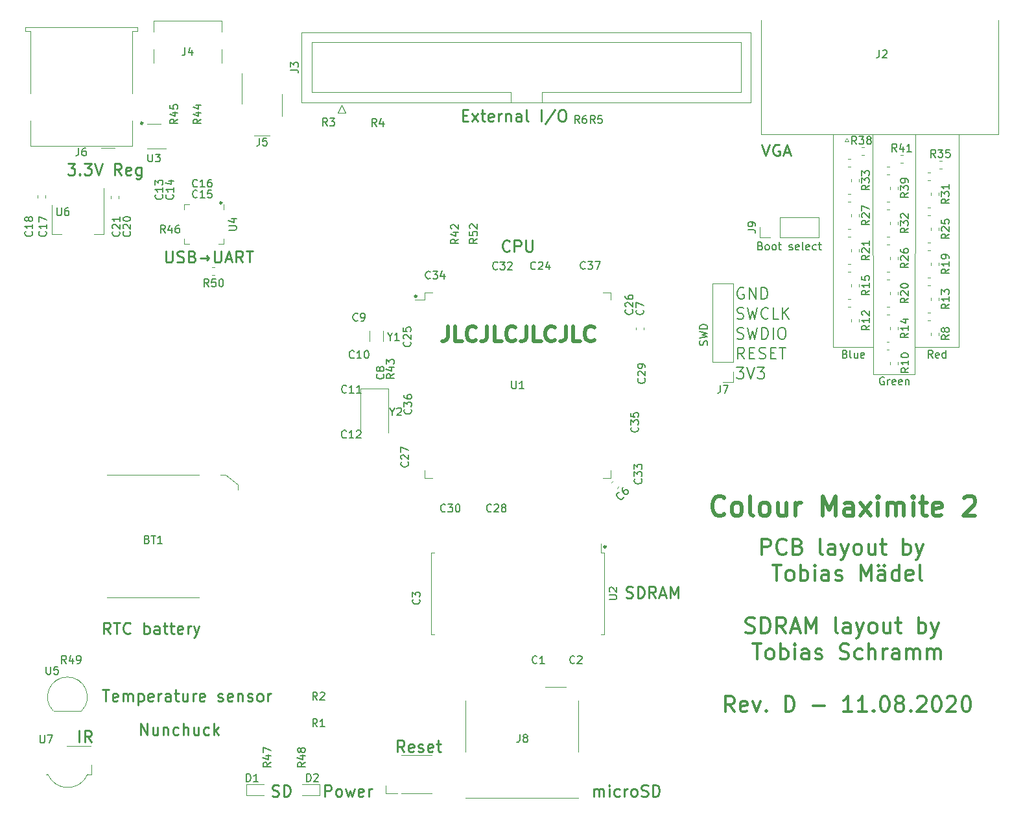
<source format=gto>
%TF.GenerationSoftware,KiCad,Pcbnew,5.1.6*%
%TF.CreationDate,2020-08-24T17:36:10+02:00*%
%TF.ProjectId,CMM2-JLC,434d4d32-2d4a-44c4-932e-6b696361645f,D*%
%TF.SameCoordinates,Original*%
%TF.FileFunction,Legend,Top*%
%TF.FilePolarity,Positive*%
%FSLAX46Y46*%
G04 Gerber Fmt 4.6, Leading zero omitted, Abs format (unit mm)*
G04 Created by KiCad (PCBNEW 5.1.6) date 2020-08-24 17:36:10*
%MOMM*%
%LPD*%
G01*
G04 APERTURE LIST*
%ADD10C,0.300000*%
%ADD11C,0.500000*%
%ADD12C,0.375000*%
%ADD13C,0.508000*%
%ADD14C,0.254000*%
%ADD15C,0.101600*%
%ADD16C,0.127000*%
%ADD17C,0.120000*%
%ADD18C,0.150000*%
G04 APERTURE END LIST*
D10*
X37000000Y-32900000D02*
G75*
G03*
X37000000Y-32900000I-100000J0D01*
G01*
X97500000Y-88200000D02*
G75*
G03*
X97500000Y-88200000I-100000J0D01*
G01*
X72800000Y-55500000D02*
G75*
G03*
X72800000Y-55500000I-100000J0D01*
G01*
X47350000Y-43300000D02*
G75*
G03*
X47350000Y-43300000I-100000J0D01*
G01*
D11*
X76861904Y-59404761D02*
X76861904Y-60833333D01*
X76766666Y-61119047D01*
X76576190Y-61309523D01*
X76290476Y-61404761D01*
X76100000Y-61404761D01*
X78766666Y-61404761D02*
X77814285Y-61404761D01*
X77814285Y-59404761D01*
X80576190Y-61214285D02*
X80480952Y-61309523D01*
X80195238Y-61404761D01*
X80004761Y-61404761D01*
X79719047Y-61309523D01*
X79528571Y-61119047D01*
X79433333Y-60928571D01*
X79338095Y-60547619D01*
X79338095Y-60261904D01*
X79433333Y-59880952D01*
X79528571Y-59690476D01*
X79719047Y-59500000D01*
X80004761Y-59404761D01*
X80195238Y-59404761D01*
X80480952Y-59500000D01*
X80576190Y-59595238D01*
X82004761Y-59404761D02*
X82004761Y-60833333D01*
X81909523Y-61119047D01*
X81719047Y-61309523D01*
X81433333Y-61404761D01*
X81242857Y-61404761D01*
X83909523Y-61404761D02*
X82957142Y-61404761D01*
X82957142Y-59404761D01*
X85719047Y-61214285D02*
X85623809Y-61309523D01*
X85338095Y-61404761D01*
X85147619Y-61404761D01*
X84861904Y-61309523D01*
X84671428Y-61119047D01*
X84576190Y-60928571D01*
X84480952Y-60547619D01*
X84480952Y-60261904D01*
X84576190Y-59880952D01*
X84671428Y-59690476D01*
X84861904Y-59500000D01*
X85147619Y-59404761D01*
X85338095Y-59404761D01*
X85623809Y-59500000D01*
X85719047Y-59595238D01*
X87147619Y-59404761D02*
X87147619Y-60833333D01*
X87052380Y-61119047D01*
X86861904Y-61309523D01*
X86576190Y-61404761D01*
X86385714Y-61404761D01*
X89052380Y-61404761D02*
X88100000Y-61404761D01*
X88100000Y-59404761D01*
X90861904Y-61214285D02*
X90766666Y-61309523D01*
X90480952Y-61404761D01*
X90290476Y-61404761D01*
X90004761Y-61309523D01*
X89814285Y-61119047D01*
X89719047Y-60928571D01*
X89623809Y-60547619D01*
X89623809Y-60261904D01*
X89719047Y-59880952D01*
X89814285Y-59690476D01*
X90004761Y-59500000D01*
X90290476Y-59404761D01*
X90480952Y-59404761D01*
X90766666Y-59500000D01*
X90861904Y-59595238D01*
X92290476Y-59404761D02*
X92290476Y-60833333D01*
X92195238Y-61119047D01*
X92004761Y-61309523D01*
X91719047Y-61404761D01*
X91528571Y-61404761D01*
X94195238Y-61404761D02*
X93242857Y-61404761D01*
X93242857Y-59404761D01*
X96004761Y-61214285D02*
X95909523Y-61309523D01*
X95623809Y-61404761D01*
X95433333Y-61404761D01*
X95147619Y-61309523D01*
X94957142Y-61119047D01*
X94861904Y-60928571D01*
X94766666Y-60547619D01*
X94766666Y-60261904D01*
X94861904Y-59880952D01*
X94957142Y-59690476D01*
X95147619Y-59500000D01*
X95433333Y-59404761D01*
X95623809Y-59404761D01*
X95909523Y-59500000D01*
X96004761Y-59595238D01*
D12*
X117875619Y-89200238D02*
X117875619Y-87168238D01*
X118649714Y-87168238D01*
X118843238Y-87265000D01*
X118940000Y-87361761D01*
X119036761Y-87555285D01*
X119036761Y-87845571D01*
X118940000Y-88039095D01*
X118843238Y-88135857D01*
X118649714Y-88232619D01*
X117875619Y-88232619D01*
X121068761Y-89006714D02*
X120972000Y-89103476D01*
X120681714Y-89200238D01*
X120488190Y-89200238D01*
X120197904Y-89103476D01*
X120004380Y-88909952D01*
X119907619Y-88716428D01*
X119810857Y-88329380D01*
X119810857Y-88039095D01*
X119907619Y-87652047D01*
X120004380Y-87458523D01*
X120197904Y-87265000D01*
X120488190Y-87168238D01*
X120681714Y-87168238D01*
X120972000Y-87265000D01*
X121068761Y-87361761D01*
X122616952Y-88135857D02*
X122907238Y-88232619D01*
X123004000Y-88329380D01*
X123100761Y-88522904D01*
X123100761Y-88813190D01*
X123004000Y-89006714D01*
X122907238Y-89103476D01*
X122713714Y-89200238D01*
X121939619Y-89200238D01*
X121939619Y-87168238D01*
X122616952Y-87168238D01*
X122810476Y-87265000D01*
X122907238Y-87361761D01*
X123004000Y-87555285D01*
X123004000Y-87748809D01*
X122907238Y-87942333D01*
X122810476Y-88039095D01*
X122616952Y-88135857D01*
X121939619Y-88135857D01*
X125810095Y-89200238D02*
X125616571Y-89103476D01*
X125519809Y-88909952D01*
X125519809Y-87168238D01*
X127455047Y-89200238D02*
X127455047Y-88135857D01*
X127358285Y-87942333D01*
X127164761Y-87845571D01*
X126777714Y-87845571D01*
X126584190Y-87942333D01*
X127455047Y-89103476D02*
X127261523Y-89200238D01*
X126777714Y-89200238D01*
X126584190Y-89103476D01*
X126487428Y-88909952D01*
X126487428Y-88716428D01*
X126584190Y-88522904D01*
X126777714Y-88426142D01*
X127261523Y-88426142D01*
X127455047Y-88329380D01*
X128229142Y-87845571D02*
X128712952Y-89200238D01*
X129196761Y-87845571D02*
X128712952Y-89200238D01*
X128519428Y-89684047D01*
X128422666Y-89780809D01*
X128229142Y-89877571D01*
X130261142Y-89200238D02*
X130067619Y-89103476D01*
X129970857Y-89006714D01*
X129874095Y-88813190D01*
X129874095Y-88232619D01*
X129970857Y-88039095D01*
X130067619Y-87942333D01*
X130261142Y-87845571D01*
X130551428Y-87845571D01*
X130744952Y-87942333D01*
X130841714Y-88039095D01*
X130938476Y-88232619D01*
X130938476Y-88813190D01*
X130841714Y-89006714D01*
X130744952Y-89103476D01*
X130551428Y-89200238D01*
X130261142Y-89200238D01*
X132680190Y-87845571D02*
X132680190Y-89200238D01*
X131809333Y-87845571D02*
X131809333Y-88909952D01*
X131906095Y-89103476D01*
X132099619Y-89200238D01*
X132389904Y-89200238D01*
X132583428Y-89103476D01*
X132680190Y-89006714D01*
X133357523Y-87845571D02*
X134131619Y-87845571D01*
X133647809Y-87168238D02*
X133647809Y-88909952D01*
X133744571Y-89103476D01*
X133938095Y-89200238D01*
X134131619Y-89200238D01*
X136357142Y-89200238D02*
X136357142Y-87168238D01*
X136357142Y-87942333D02*
X136550666Y-87845571D01*
X136937714Y-87845571D01*
X137131238Y-87942333D01*
X137228000Y-88039095D01*
X137324761Y-88232619D01*
X137324761Y-88813190D01*
X137228000Y-89006714D01*
X137131238Y-89103476D01*
X136937714Y-89200238D01*
X136550666Y-89200238D01*
X136357142Y-89103476D01*
X138002095Y-87845571D02*
X138485904Y-89200238D01*
X138969714Y-87845571D02*
X138485904Y-89200238D01*
X138292380Y-89684047D01*
X138195619Y-89780809D01*
X138002095Y-89877571D01*
X119278666Y-90591238D02*
X120439809Y-90591238D01*
X119859238Y-92623238D02*
X119859238Y-90591238D01*
X121407428Y-92623238D02*
X121213904Y-92526476D01*
X121117142Y-92429714D01*
X121020380Y-92236190D01*
X121020380Y-91655619D01*
X121117142Y-91462095D01*
X121213904Y-91365333D01*
X121407428Y-91268571D01*
X121697714Y-91268571D01*
X121891238Y-91365333D01*
X121988000Y-91462095D01*
X122084761Y-91655619D01*
X122084761Y-92236190D01*
X121988000Y-92429714D01*
X121891238Y-92526476D01*
X121697714Y-92623238D01*
X121407428Y-92623238D01*
X122955619Y-92623238D02*
X122955619Y-90591238D01*
X122955619Y-91365333D02*
X123149142Y-91268571D01*
X123536190Y-91268571D01*
X123729714Y-91365333D01*
X123826476Y-91462095D01*
X123923238Y-91655619D01*
X123923238Y-92236190D01*
X123826476Y-92429714D01*
X123729714Y-92526476D01*
X123536190Y-92623238D01*
X123149142Y-92623238D01*
X122955619Y-92526476D01*
X124794095Y-92623238D02*
X124794095Y-91268571D01*
X124794095Y-90591238D02*
X124697333Y-90688000D01*
X124794095Y-90784761D01*
X124890857Y-90688000D01*
X124794095Y-90591238D01*
X124794095Y-90784761D01*
X126632571Y-92623238D02*
X126632571Y-91558857D01*
X126535809Y-91365333D01*
X126342285Y-91268571D01*
X125955238Y-91268571D01*
X125761714Y-91365333D01*
X126632571Y-92526476D02*
X126439047Y-92623238D01*
X125955238Y-92623238D01*
X125761714Y-92526476D01*
X125664952Y-92332952D01*
X125664952Y-92139428D01*
X125761714Y-91945904D01*
X125955238Y-91849142D01*
X126439047Y-91849142D01*
X126632571Y-91752380D01*
X127503428Y-92526476D02*
X127696952Y-92623238D01*
X128084000Y-92623238D01*
X128277523Y-92526476D01*
X128374285Y-92332952D01*
X128374285Y-92236190D01*
X128277523Y-92042666D01*
X128084000Y-91945904D01*
X127793714Y-91945904D01*
X127600190Y-91849142D01*
X127503428Y-91655619D01*
X127503428Y-91558857D01*
X127600190Y-91365333D01*
X127793714Y-91268571D01*
X128084000Y-91268571D01*
X128277523Y-91365333D01*
X130793333Y-92623238D02*
X130793333Y-90591238D01*
X131470666Y-92042666D01*
X132148000Y-90591238D01*
X132148000Y-92623238D01*
X133986476Y-92623238D02*
X133986476Y-91558857D01*
X133889714Y-91365333D01*
X133696190Y-91268571D01*
X133309142Y-91268571D01*
X133115619Y-91365333D01*
X133986476Y-92526476D02*
X133792952Y-92623238D01*
X133309142Y-92623238D01*
X133115619Y-92526476D01*
X133018857Y-92332952D01*
X133018857Y-92139428D01*
X133115619Y-91945904D01*
X133309142Y-91849142D01*
X133792952Y-91849142D01*
X133986476Y-91752380D01*
X133115619Y-90591238D02*
X133212380Y-90688000D01*
X133115619Y-90784761D01*
X133018857Y-90688000D01*
X133115619Y-90591238D01*
X133115619Y-90784761D01*
X133889714Y-90591238D02*
X133986476Y-90688000D01*
X133889714Y-90784761D01*
X133792952Y-90688000D01*
X133889714Y-90591238D01*
X133889714Y-90784761D01*
X135824952Y-92623238D02*
X135824952Y-90591238D01*
X135824952Y-92526476D02*
X135631428Y-92623238D01*
X135244380Y-92623238D01*
X135050857Y-92526476D01*
X134954095Y-92429714D01*
X134857333Y-92236190D01*
X134857333Y-91655619D01*
X134954095Y-91462095D01*
X135050857Y-91365333D01*
X135244380Y-91268571D01*
X135631428Y-91268571D01*
X135824952Y-91365333D01*
X137566666Y-92526476D02*
X137373142Y-92623238D01*
X136986095Y-92623238D01*
X136792571Y-92526476D01*
X136695809Y-92332952D01*
X136695809Y-91558857D01*
X136792571Y-91365333D01*
X136986095Y-91268571D01*
X137373142Y-91268571D01*
X137566666Y-91365333D01*
X137663428Y-91558857D01*
X137663428Y-91752380D01*
X136695809Y-91945904D01*
X138824571Y-92623238D02*
X138631047Y-92526476D01*
X138534285Y-92332952D01*
X138534285Y-90591238D01*
X115795238Y-99372476D02*
X116085523Y-99469238D01*
X116569333Y-99469238D01*
X116762857Y-99372476D01*
X116859619Y-99275714D01*
X116956380Y-99082190D01*
X116956380Y-98888666D01*
X116859619Y-98695142D01*
X116762857Y-98598380D01*
X116569333Y-98501619D01*
X116182285Y-98404857D01*
X115988761Y-98308095D01*
X115892000Y-98211333D01*
X115795238Y-98017809D01*
X115795238Y-97824285D01*
X115892000Y-97630761D01*
X115988761Y-97534000D01*
X116182285Y-97437238D01*
X116666095Y-97437238D01*
X116956380Y-97534000D01*
X117827238Y-99469238D02*
X117827238Y-97437238D01*
X118311047Y-97437238D01*
X118601333Y-97534000D01*
X118794857Y-97727523D01*
X118891619Y-97921047D01*
X118988380Y-98308095D01*
X118988380Y-98598380D01*
X118891619Y-98985428D01*
X118794857Y-99178952D01*
X118601333Y-99372476D01*
X118311047Y-99469238D01*
X117827238Y-99469238D01*
X121020380Y-99469238D02*
X120343047Y-98501619D01*
X119859238Y-99469238D02*
X119859238Y-97437238D01*
X120633333Y-97437238D01*
X120826857Y-97534000D01*
X120923619Y-97630761D01*
X121020380Y-97824285D01*
X121020380Y-98114571D01*
X120923619Y-98308095D01*
X120826857Y-98404857D01*
X120633333Y-98501619D01*
X119859238Y-98501619D01*
X121794476Y-98888666D02*
X122762095Y-98888666D01*
X121600952Y-99469238D02*
X122278285Y-97437238D01*
X122955619Y-99469238D01*
X123632952Y-99469238D02*
X123632952Y-97437238D01*
X124310285Y-98888666D01*
X124987619Y-97437238D01*
X124987619Y-99469238D01*
X127793714Y-99469238D02*
X127600190Y-99372476D01*
X127503428Y-99178952D01*
X127503428Y-97437238D01*
X129438666Y-99469238D02*
X129438666Y-98404857D01*
X129341904Y-98211333D01*
X129148380Y-98114571D01*
X128761333Y-98114571D01*
X128567809Y-98211333D01*
X129438666Y-99372476D02*
X129245142Y-99469238D01*
X128761333Y-99469238D01*
X128567809Y-99372476D01*
X128471047Y-99178952D01*
X128471047Y-98985428D01*
X128567809Y-98791904D01*
X128761333Y-98695142D01*
X129245142Y-98695142D01*
X129438666Y-98598380D01*
X130212761Y-98114571D02*
X130696571Y-99469238D01*
X131180380Y-98114571D02*
X130696571Y-99469238D01*
X130503047Y-99953047D01*
X130406285Y-100049809D01*
X130212761Y-100146571D01*
X132244761Y-99469238D02*
X132051238Y-99372476D01*
X131954476Y-99275714D01*
X131857714Y-99082190D01*
X131857714Y-98501619D01*
X131954476Y-98308095D01*
X132051238Y-98211333D01*
X132244761Y-98114571D01*
X132535047Y-98114571D01*
X132728571Y-98211333D01*
X132825333Y-98308095D01*
X132922095Y-98501619D01*
X132922095Y-99082190D01*
X132825333Y-99275714D01*
X132728571Y-99372476D01*
X132535047Y-99469238D01*
X132244761Y-99469238D01*
X134663809Y-98114571D02*
X134663809Y-99469238D01*
X133792952Y-98114571D02*
X133792952Y-99178952D01*
X133889714Y-99372476D01*
X134083238Y-99469238D01*
X134373523Y-99469238D01*
X134567047Y-99372476D01*
X134663809Y-99275714D01*
X135341142Y-98114571D02*
X136115238Y-98114571D01*
X135631428Y-97437238D02*
X135631428Y-99178952D01*
X135728190Y-99372476D01*
X135921714Y-99469238D01*
X136115238Y-99469238D01*
X138340761Y-99469238D02*
X138340761Y-97437238D01*
X138340761Y-98211333D02*
X138534285Y-98114571D01*
X138921333Y-98114571D01*
X139114857Y-98211333D01*
X139211619Y-98308095D01*
X139308380Y-98501619D01*
X139308380Y-99082190D01*
X139211619Y-99275714D01*
X139114857Y-99372476D01*
X138921333Y-99469238D01*
X138534285Y-99469238D01*
X138340761Y-99372476D01*
X139985714Y-98114571D02*
X140469523Y-99469238D01*
X140953333Y-98114571D02*
X140469523Y-99469238D01*
X140276000Y-99953047D01*
X140179238Y-100049809D01*
X139985714Y-100146571D01*
X116666095Y-100860238D02*
X117827238Y-100860238D01*
X117246666Y-102892238D02*
X117246666Y-100860238D01*
X118794857Y-102892238D02*
X118601333Y-102795476D01*
X118504571Y-102698714D01*
X118407809Y-102505190D01*
X118407809Y-101924619D01*
X118504571Y-101731095D01*
X118601333Y-101634333D01*
X118794857Y-101537571D01*
X119085142Y-101537571D01*
X119278666Y-101634333D01*
X119375428Y-101731095D01*
X119472190Y-101924619D01*
X119472190Y-102505190D01*
X119375428Y-102698714D01*
X119278666Y-102795476D01*
X119085142Y-102892238D01*
X118794857Y-102892238D01*
X120343047Y-102892238D02*
X120343047Y-100860238D01*
X120343047Y-101634333D02*
X120536571Y-101537571D01*
X120923619Y-101537571D01*
X121117142Y-101634333D01*
X121213904Y-101731095D01*
X121310666Y-101924619D01*
X121310666Y-102505190D01*
X121213904Y-102698714D01*
X121117142Y-102795476D01*
X120923619Y-102892238D01*
X120536571Y-102892238D01*
X120343047Y-102795476D01*
X122181523Y-102892238D02*
X122181523Y-101537571D01*
X122181523Y-100860238D02*
X122084761Y-100957000D01*
X122181523Y-101053761D01*
X122278285Y-100957000D01*
X122181523Y-100860238D01*
X122181523Y-101053761D01*
X124020000Y-102892238D02*
X124020000Y-101827857D01*
X123923238Y-101634333D01*
X123729714Y-101537571D01*
X123342666Y-101537571D01*
X123149142Y-101634333D01*
X124020000Y-102795476D02*
X123826476Y-102892238D01*
X123342666Y-102892238D01*
X123149142Y-102795476D01*
X123052380Y-102601952D01*
X123052380Y-102408428D01*
X123149142Y-102214904D01*
X123342666Y-102118142D01*
X123826476Y-102118142D01*
X124020000Y-102021380D01*
X124890857Y-102795476D02*
X125084380Y-102892238D01*
X125471428Y-102892238D01*
X125664952Y-102795476D01*
X125761714Y-102601952D01*
X125761714Y-102505190D01*
X125664952Y-102311666D01*
X125471428Y-102214904D01*
X125181142Y-102214904D01*
X124987619Y-102118142D01*
X124890857Y-101924619D01*
X124890857Y-101827857D01*
X124987619Y-101634333D01*
X125181142Y-101537571D01*
X125471428Y-101537571D01*
X125664952Y-101634333D01*
X128084000Y-102795476D02*
X128374285Y-102892238D01*
X128858095Y-102892238D01*
X129051619Y-102795476D01*
X129148380Y-102698714D01*
X129245142Y-102505190D01*
X129245142Y-102311666D01*
X129148380Y-102118142D01*
X129051619Y-102021380D01*
X128858095Y-101924619D01*
X128471047Y-101827857D01*
X128277523Y-101731095D01*
X128180761Y-101634333D01*
X128084000Y-101440809D01*
X128084000Y-101247285D01*
X128180761Y-101053761D01*
X128277523Y-100957000D01*
X128471047Y-100860238D01*
X128954857Y-100860238D01*
X129245142Y-100957000D01*
X130986857Y-102795476D02*
X130793333Y-102892238D01*
X130406285Y-102892238D01*
X130212761Y-102795476D01*
X130116000Y-102698714D01*
X130019238Y-102505190D01*
X130019238Y-101924619D01*
X130116000Y-101731095D01*
X130212761Y-101634333D01*
X130406285Y-101537571D01*
X130793333Y-101537571D01*
X130986857Y-101634333D01*
X131857714Y-102892238D02*
X131857714Y-100860238D01*
X132728571Y-102892238D02*
X132728571Y-101827857D01*
X132631809Y-101634333D01*
X132438285Y-101537571D01*
X132148000Y-101537571D01*
X131954476Y-101634333D01*
X131857714Y-101731095D01*
X133696190Y-102892238D02*
X133696190Y-101537571D01*
X133696190Y-101924619D02*
X133792952Y-101731095D01*
X133889714Y-101634333D01*
X134083238Y-101537571D01*
X134276761Y-101537571D01*
X135824952Y-102892238D02*
X135824952Y-101827857D01*
X135728190Y-101634333D01*
X135534666Y-101537571D01*
X135147619Y-101537571D01*
X134954095Y-101634333D01*
X135824952Y-102795476D02*
X135631428Y-102892238D01*
X135147619Y-102892238D01*
X134954095Y-102795476D01*
X134857333Y-102601952D01*
X134857333Y-102408428D01*
X134954095Y-102214904D01*
X135147619Y-102118142D01*
X135631428Y-102118142D01*
X135824952Y-102021380D01*
X136792571Y-102892238D02*
X136792571Y-101537571D01*
X136792571Y-101731095D02*
X136889333Y-101634333D01*
X137082857Y-101537571D01*
X137373142Y-101537571D01*
X137566666Y-101634333D01*
X137663428Y-101827857D01*
X137663428Y-102892238D01*
X137663428Y-101827857D02*
X137760190Y-101634333D01*
X137953714Y-101537571D01*
X138244000Y-101537571D01*
X138437523Y-101634333D01*
X138534285Y-101827857D01*
X138534285Y-102892238D01*
X139501904Y-102892238D02*
X139501904Y-101537571D01*
X139501904Y-101731095D02*
X139598666Y-101634333D01*
X139792190Y-101537571D01*
X140082476Y-101537571D01*
X140276000Y-101634333D01*
X140372761Y-101827857D01*
X140372761Y-102892238D01*
X140372761Y-101827857D02*
X140469523Y-101634333D01*
X140663047Y-101537571D01*
X140953333Y-101537571D01*
X141146857Y-101634333D01*
X141243619Y-101827857D01*
X141243619Y-102892238D01*
X114295428Y-109738238D02*
X113618095Y-108770619D01*
X113134285Y-109738238D02*
X113134285Y-107706238D01*
X113908380Y-107706238D01*
X114101904Y-107803000D01*
X114198666Y-107899761D01*
X114295428Y-108093285D01*
X114295428Y-108383571D01*
X114198666Y-108577095D01*
X114101904Y-108673857D01*
X113908380Y-108770619D01*
X113134285Y-108770619D01*
X115940380Y-109641476D02*
X115746857Y-109738238D01*
X115359809Y-109738238D01*
X115166285Y-109641476D01*
X115069523Y-109447952D01*
X115069523Y-108673857D01*
X115166285Y-108480333D01*
X115359809Y-108383571D01*
X115746857Y-108383571D01*
X115940380Y-108480333D01*
X116037142Y-108673857D01*
X116037142Y-108867380D01*
X115069523Y-109060904D01*
X116714476Y-108383571D02*
X117198285Y-109738238D01*
X117682095Y-108383571D01*
X118456190Y-109544714D02*
X118552952Y-109641476D01*
X118456190Y-109738238D01*
X118359428Y-109641476D01*
X118456190Y-109544714D01*
X118456190Y-109738238D01*
X120972000Y-109738238D02*
X120972000Y-107706238D01*
X121455809Y-107706238D01*
X121746095Y-107803000D01*
X121939619Y-107996523D01*
X122036380Y-108190047D01*
X122133142Y-108577095D01*
X122133142Y-108867380D01*
X122036380Y-109254428D01*
X121939619Y-109447952D01*
X121746095Y-109641476D01*
X121455809Y-109738238D01*
X120972000Y-109738238D01*
X124552190Y-108964142D02*
X126100380Y-108964142D01*
X129680571Y-109738238D02*
X128519428Y-109738238D01*
X129100000Y-109738238D02*
X129100000Y-107706238D01*
X128906476Y-107996523D01*
X128712952Y-108190047D01*
X128519428Y-108286809D01*
X131615809Y-109738238D02*
X130454666Y-109738238D01*
X131035238Y-109738238D02*
X131035238Y-107706238D01*
X130841714Y-107996523D01*
X130648190Y-108190047D01*
X130454666Y-108286809D01*
X132486666Y-109544714D02*
X132583428Y-109641476D01*
X132486666Y-109738238D01*
X132389904Y-109641476D01*
X132486666Y-109544714D01*
X132486666Y-109738238D01*
X133841333Y-107706238D02*
X134034857Y-107706238D01*
X134228380Y-107803000D01*
X134325142Y-107899761D01*
X134421904Y-108093285D01*
X134518666Y-108480333D01*
X134518666Y-108964142D01*
X134421904Y-109351190D01*
X134325142Y-109544714D01*
X134228380Y-109641476D01*
X134034857Y-109738238D01*
X133841333Y-109738238D01*
X133647809Y-109641476D01*
X133551047Y-109544714D01*
X133454285Y-109351190D01*
X133357523Y-108964142D01*
X133357523Y-108480333D01*
X133454285Y-108093285D01*
X133551047Y-107899761D01*
X133647809Y-107803000D01*
X133841333Y-107706238D01*
X135679809Y-108577095D02*
X135486285Y-108480333D01*
X135389523Y-108383571D01*
X135292761Y-108190047D01*
X135292761Y-108093285D01*
X135389523Y-107899761D01*
X135486285Y-107803000D01*
X135679809Y-107706238D01*
X136066857Y-107706238D01*
X136260380Y-107803000D01*
X136357142Y-107899761D01*
X136453904Y-108093285D01*
X136453904Y-108190047D01*
X136357142Y-108383571D01*
X136260380Y-108480333D01*
X136066857Y-108577095D01*
X135679809Y-108577095D01*
X135486285Y-108673857D01*
X135389523Y-108770619D01*
X135292761Y-108964142D01*
X135292761Y-109351190D01*
X135389523Y-109544714D01*
X135486285Y-109641476D01*
X135679809Y-109738238D01*
X136066857Y-109738238D01*
X136260380Y-109641476D01*
X136357142Y-109544714D01*
X136453904Y-109351190D01*
X136453904Y-108964142D01*
X136357142Y-108770619D01*
X136260380Y-108673857D01*
X136066857Y-108577095D01*
X137324761Y-109544714D02*
X137421523Y-109641476D01*
X137324761Y-109738238D01*
X137228000Y-109641476D01*
X137324761Y-109544714D01*
X137324761Y-109738238D01*
X138195619Y-107899761D02*
X138292380Y-107803000D01*
X138485904Y-107706238D01*
X138969714Y-107706238D01*
X139163238Y-107803000D01*
X139260000Y-107899761D01*
X139356761Y-108093285D01*
X139356761Y-108286809D01*
X139260000Y-108577095D01*
X138098857Y-109738238D01*
X139356761Y-109738238D01*
X140614666Y-107706238D02*
X140808190Y-107706238D01*
X141001714Y-107803000D01*
X141098476Y-107899761D01*
X141195238Y-108093285D01*
X141292000Y-108480333D01*
X141292000Y-108964142D01*
X141195238Y-109351190D01*
X141098476Y-109544714D01*
X141001714Y-109641476D01*
X140808190Y-109738238D01*
X140614666Y-109738238D01*
X140421142Y-109641476D01*
X140324380Y-109544714D01*
X140227619Y-109351190D01*
X140130857Y-108964142D01*
X140130857Y-108480333D01*
X140227619Y-108093285D01*
X140324380Y-107899761D01*
X140421142Y-107803000D01*
X140614666Y-107706238D01*
X142066095Y-107899761D02*
X142162857Y-107803000D01*
X142356380Y-107706238D01*
X142840190Y-107706238D01*
X143033714Y-107803000D01*
X143130476Y-107899761D01*
X143227238Y-108093285D01*
X143227238Y-108286809D01*
X143130476Y-108577095D01*
X141969333Y-109738238D01*
X143227238Y-109738238D01*
X144485142Y-107706238D02*
X144678666Y-107706238D01*
X144872190Y-107803000D01*
X144968952Y-107899761D01*
X145065714Y-108093285D01*
X145162476Y-108480333D01*
X145162476Y-108964142D01*
X145065714Y-109351190D01*
X144968952Y-109544714D01*
X144872190Y-109641476D01*
X144678666Y-109738238D01*
X144485142Y-109738238D01*
X144291619Y-109641476D01*
X144194857Y-109544714D01*
X144098095Y-109351190D01*
X144001333Y-108964142D01*
X144001333Y-108480333D01*
X144098095Y-108093285D01*
X144194857Y-107899761D01*
X144291619Y-107803000D01*
X144485142Y-107706238D01*
D13*
X112986390Y-83907142D02*
X112865438Y-84028095D01*
X112502580Y-84149047D01*
X112260676Y-84149047D01*
X111897819Y-84028095D01*
X111655914Y-83786190D01*
X111534961Y-83544285D01*
X111414009Y-83060476D01*
X111414009Y-82697619D01*
X111534961Y-82213809D01*
X111655914Y-81971904D01*
X111897819Y-81730000D01*
X112260676Y-81609047D01*
X112502580Y-81609047D01*
X112865438Y-81730000D01*
X112986390Y-81850952D01*
X114437819Y-84149047D02*
X114195914Y-84028095D01*
X114074961Y-83907142D01*
X113954009Y-83665238D01*
X113954009Y-82939523D01*
X114074961Y-82697619D01*
X114195914Y-82576666D01*
X114437819Y-82455714D01*
X114800676Y-82455714D01*
X115042580Y-82576666D01*
X115163533Y-82697619D01*
X115284485Y-82939523D01*
X115284485Y-83665238D01*
X115163533Y-83907142D01*
X115042580Y-84028095D01*
X114800676Y-84149047D01*
X114437819Y-84149047D01*
X116735914Y-84149047D02*
X116494009Y-84028095D01*
X116373057Y-83786190D01*
X116373057Y-81609047D01*
X118066390Y-84149047D02*
X117824485Y-84028095D01*
X117703533Y-83907142D01*
X117582580Y-83665238D01*
X117582580Y-82939523D01*
X117703533Y-82697619D01*
X117824485Y-82576666D01*
X118066390Y-82455714D01*
X118429247Y-82455714D01*
X118671152Y-82576666D01*
X118792104Y-82697619D01*
X118913057Y-82939523D01*
X118913057Y-83665238D01*
X118792104Y-83907142D01*
X118671152Y-84028095D01*
X118429247Y-84149047D01*
X118066390Y-84149047D01*
X121090200Y-82455714D02*
X121090200Y-84149047D01*
X120001628Y-82455714D02*
X120001628Y-83786190D01*
X120122580Y-84028095D01*
X120364485Y-84149047D01*
X120727342Y-84149047D01*
X120969247Y-84028095D01*
X121090200Y-83907142D01*
X122299723Y-84149047D02*
X122299723Y-82455714D01*
X122299723Y-82939523D02*
X122420676Y-82697619D01*
X122541628Y-82576666D01*
X122783533Y-82455714D01*
X123025438Y-82455714D01*
X125807342Y-84149047D02*
X125807342Y-81609047D01*
X126654009Y-83423333D01*
X127500676Y-81609047D01*
X127500676Y-84149047D01*
X129798771Y-84149047D02*
X129798771Y-82818571D01*
X129677819Y-82576666D01*
X129435914Y-82455714D01*
X128952104Y-82455714D01*
X128710200Y-82576666D01*
X129798771Y-84028095D02*
X129556866Y-84149047D01*
X128952104Y-84149047D01*
X128710200Y-84028095D01*
X128589247Y-83786190D01*
X128589247Y-83544285D01*
X128710200Y-83302380D01*
X128952104Y-83181428D01*
X129556866Y-83181428D01*
X129798771Y-83060476D01*
X130766390Y-84149047D02*
X132096866Y-82455714D01*
X130766390Y-82455714D02*
X132096866Y-84149047D01*
X133064485Y-84149047D02*
X133064485Y-82455714D01*
X133064485Y-81609047D02*
X132943533Y-81730000D01*
X133064485Y-81850952D01*
X133185438Y-81730000D01*
X133064485Y-81609047D01*
X133064485Y-81850952D01*
X134274009Y-84149047D02*
X134274009Y-82455714D01*
X134274009Y-82697619D02*
X134394961Y-82576666D01*
X134636866Y-82455714D01*
X134999723Y-82455714D01*
X135241628Y-82576666D01*
X135362580Y-82818571D01*
X135362580Y-84149047D01*
X135362580Y-82818571D02*
X135483533Y-82576666D01*
X135725438Y-82455714D01*
X136088295Y-82455714D01*
X136330200Y-82576666D01*
X136451152Y-82818571D01*
X136451152Y-84149047D01*
X137660676Y-84149047D02*
X137660676Y-82455714D01*
X137660676Y-81609047D02*
X137539723Y-81730000D01*
X137660676Y-81850952D01*
X137781628Y-81730000D01*
X137660676Y-81609047D01*
X137660676Y-81850952D01*
X138507342Y-82455714D02*
X139474961Y-82455714D01*
X138870200Y-81609047D02*
X138870200Y-83786190D01*
X138991152Y-84028095D01*
X139233057Y-84149047D01*
X139474961Y-84149047D01*
X141289247Y-84028095D02*
X141047342Y-84149047D01*
X140563533Y-84149047D01*
X140321628Y-84028095D01*
X140200676Y-83786190D01*
X140200676Y-82818571D01*
X140321628Y-82576666D01*
X140563533Y-82455714D01*
X141047342Y-82455714D01*
X141289247Y-82576666D01*
X141410200Y-82818571D01*
X141410200Y-83060476D01*
X140200676Y-83302380D01*
X144313057Y-81850952D02*
X144434009Y-81730000D01*
X144675914Y-81609047D01*
X145280676Y-81609047D01*
X145522580Y-81730000D01*
X145643533Y-81850952D01*
X145764485Y-82092857D01*
X145764485Y-82334761D01*
X145643533Y-82697619D01*
X144192104Y-84149047D01*
X145764485Y-84149047D01*
D14*
X78822242Y-31892857D02*
X79322242Y-31892857D01*
X79536528Y-32678571D02*
X78822242Y-32678571D01*
X78822242Y-31178571D01*
X79536528Y-31178571D01*
X80036528Y-32678571D02*
X80822242Y-31678571D01*
X80036528Y-31678571D02*
X80822242Y-32678571D01*
X81179385Y-31678571D02*
X81750814Y-31678571D01*
X81393671Y-31178571D02*
X81393671Y-32464285D01*
X81465100Y-32607142D01*
X81607957Y-32678571D01*
X81750814Y-32678571D01*
X82822242Y-32607142D02*
X82679385Y-32678571D01*
X82393671Y-32678571D01*
X82250814Y-32607142D01*
X82179385Y-32464285D01*
X82179385Y-31892857D01*
X82250814Y-31750000D01*
X82393671Y-31678571D01*
X82679385Y-31678571D01*
X82822242Y-31750000D01*
X82893671Y-31892857D01*
X82893671Y-32035714D01*
X82179385Y-32178571D01*
X83536528Y-32678571D02*
X83536528Y-31678571D01*
X83536528Y-31964285D02*
X83607957Y-31821428D01*
X83679385Y-31750000D01*
X83822242Y-31678571D01*
X83965100Y-31678571D01*
X84465100Y-31678571D02*
X84465100Y-32678571D01*
X84465100Y-31821428D02*
X84536528Y-31750000D01*
X84679385Y-31678571D01*
X84893671Y-31678571D01*
X85036528Y-31750000D01*
X85107957Y-31892857D01*
X85107957Y-32678571D01*
X86465100Y-32678571D02*
X86465100Y-31892857D01*
X86393671Y-31750000D01*
X86250814Y-31678571D01*
X85965100Y-31678571D01*
X85822242Y-31750000D01*
X86465100Y-32607142D02*
X86322242Y-32678571D01*
X85965100Y-32678571D01*
X85822242Y-32607142D01*
X85750814Y-32464285D01*
X85750814Y-32321428D01*
X85822242Y-32178571D01*
X85965100Y-32107142D01*
X86322242Y-32107142D01*
X86465100Y-32035714D01*
X87393671Y-32678571D02*
X87250814Y-32607142D01*
X87179385Y-32464285D01*
X87179385Y-31178571D01*
X89107957Y-32678571D02*
X89107957Y-31178571D01*
X90893671Y-31107142D02*
X89607957Y-33035714D01*
X91679385Y-31178571D02*
X91965100Y-31178571D01*
X92107957Y-31250000D01*
X92250814Y-31392857D01*
X92322242Y-31678571D01*
X92322242Y-32178571D01*
X92250814Y-32464285D01*
X92107957Y-32607142D01*
X91965100Y-32678571D01*
X91679385Y-32678571D01*
X91536528Y-32607142D01*
X91393671Y-32464285D01*
X91322242Y-32178571D01*
X91322242Y-31678571D01*
X91393671Y-31392857D01*
X91536528Y-31250000D01*
X91679385Y-31178571D01*
X27242857Y-38178571D02*
X28171428Y-38178571D01*
X27671428Y-38750000D01*
X27885714Y-38750000D01*
X28028571Y-38821428D01*
X28100000Y-38892857D01*
X28171428Y-39035714D01*
X28171428Y-39392857D01*
X28100000Y-39535714D01*
X28028571Y-39607142D01*
X27885714Y-39678571D01*
X27457142Y-39678571D01*
X27314285Y-39607142D01*
X27242857Y-39535714D01*
X28814285Y-39535714D02*
X28885714Y-39607142D01*
X28814285Y-39678571D01*
X28742857Y-39607142D01*
X28814285Y-39535714D01*
X28814285Y-39678571D01*
X29385714Y-38178571D02*
X30314285Y-38178571D01*
X29814285Y-38750000D01*
X30028571Y-38750000D01*
X30171428Y-38821428D01*
X30242857Y-38892857D01*
X30314285Y-39035714D01*
X30314285Y-39392857D01*
X30242857Y-39535714D01*
X30171428Y-39607142D01*
X30028571Y-39678571D01*
X29600000Y-39678571D01*
X29457142Y-39607142D01*
X29385714Y-39535714D01*
X30742857Y-38178571D02*
X31242857Y-39678571D01*
X31742857Y-38178571D01*
X34242857Y-39678571D02*
X33742857Y-38964285D01*
X33385714Y-39678571D02*
X33385714Y-38178571D01*
X33957142Y-38178571D01*
X34100000Y-38250000D01*
X34171428Y-38321428D01*
X34242857Y-38464285D01*
X34242857Y-38678571D01*
X34171428Y-38821428D01*
X34100000Y-38892857D01*
X33957142Y-38964285D01*
X33385714Y-38964285D01*
X35457142Y-39607142D02*
X35314285Y-39678571D01*
X35028571Y-39678571D01*
X34885714Y-39607142D01*
X34814285Y-39464285D01*
X34814285Y-38892857D01*
X34885714Y-38750000D01*
X35028571Y-38678571D01*
X35314285Y-38678571D01*
X35457142Y-38750000D01*
X35528571Y-38892857D01*
X35528571Y-39035714D01*
X34814285Y-39178571D01*
X36814285Y-38678571D02*
X36814285Y-39892857D01*
X36742857Y-40035714D01*
X36671428Y-40107142D01*
X36528571Y-40178571D01*
X36314285Y-40178571D01*
X36171428Y-40107142D01*
X36814285Y-39607142D02*
X36671428Y-39678571D01*
X36385714Y-39678571D01*
X36242857Y-39607142D01*
X36171428Y-39535714D01*
X36100000Y-39392857D01*
X36100000Y-38964285D01*
X36171428Y-38821428D01*
X36242857Y-38750000D01*
X36385714Y-38678571D01*
X36671428Y-38678571D01*
X36814285Y-38750000D01*
X40028571Y-49578571D02*
X40028571Y-50792857D01*
X40100000Y-50935714D01*
X40171428Y-51007142D01*
X40314285Y-51078571D01*
X40600000Y-51078571D01*
X40742857Y-51007142D01*
X40814285Y-50935714D01*
X40885714Y-50792857D01*
X40885714Y-49578571D01*
X41528571Y-51007142D02*
X41742857Y-51078571D01*
X42100000Y-51078571D01*
X42242857Y-51007142D01*
X42314285Y-50935714D01*
X42385714Y-50792857D01*
X42385714Y-50650000D01*
X42314285Y-50507142D01*
X42242857Y-50435714D01*
X42100000Y-50364285D01*
X41814285Y-50292857D01*
X41671428Y-50221428D01*
X41600000Y-50150000D01*
X41528571Y-50007142D01*
X41528571Y-49864285D01*
X41600000Y-49721428D01*
X41671428Y-49650000D01*
X41814285Y-49578571D01*
X42171428Y-49578571D01*
X42385714Y-49650000D01*
X43528571Y-50292857D02*
X43742857Y-50364285D01*
X43814285Y-50435714D01*
X43885714Y-50578571D01*
X43885714Y-50792857D01*
X43814285Y-50935714D01*
X43742857Y-51007142D01*
X43600000Y-51078571D01*
X43028571Y-51078571D01*
X43028571Y-49578571D01*
X43528571Y-49578571D01*
X43671428Y-49650000D01*
X43742857Y-49721428D01*
X43814285Y-49864285D01*
X43814285Y-50007142D01*
X43742857Y-50150000D01*
X43671428Y-50221428D01*
X43528571Y-50292857D01*
X43028571Y-50292857D01*
X44528571Y-50507142D02*
X45671428Y-50507142D01*
X45385714Y-50792857D02*
X45671428Y-50507142D01*
X45385714Y-50221428D01*
X46385714Y-49578571D02*
X46385714Y-50792857D01*
X46457142Y-50935714D01*
X46528571Y-51007142D01*
X46671428Y-51078571D01*
X46957142Y-51078571D01*
X47100000Y-51007142D01*
X47171428Y-50935714D01*
X47242857Y-50792857D01*
X47242857Y-49578571D01*
X47885714Y-50650000D02*
X48600000Y-50650000D01*
X47742857Y-51078571D02*
X48242857Y-49578571D01*
X48742857Y-51078571D01*
X50100000Y-51078571D02*
X49600000Y-50364285D01*
X49242857Y-51078571D02*
X49242857Y-49578571D01*
X49814285Y-49578571D01*
X49957142Y-49650000D01*
X50028571Y-49721428D01*
X50100000Y-49864285D01*
X50100000Y-50078571D01*
X50028571Y-50221428D01*
X49957142Y-50292857D01*
X49814285Y-50364285D01*
X49242857Y-50364285D01*
X50528571Y-49578571D02*
X51385714Y-49578571D01*
X50957142Y-51078571D02*
X50957142Y-49578571D01*
X71179385Y-114978571D02*
X70679385Y-114264285D01*
X70322242Y-114978571D02*
X70322242Y-113478571D01*
X70893671Y-113478571D01*
X71036528Y-113550000D01*
X71107957Y-113621428D01*
X71179385Y-113764285D01*
X71179385Y-113978571D01*
X71107957Y-114121428D01*
X71036528Y-114192857D01*
X70893671Y-114264285D01*
X70322242Y-114264285D01*
X72393671Y-114907142D02*
X72250814Y-114978571D01*
X71965100Y-114978571D01*
X71822242Y-114907142D01*
X71750814Y-114764285D01*
X71750814Y-114192857D01*
X71822242Y-114050000D01*
X71965100Y-113978571D01*
X72250814Y-113978571D01*
X72393671Y-114050000D01*
X72465100Y-114192857D01*
X72465100Y-114335714D01*
X71750814Y-114478571D01*
X73036528Y-114907142D02*
X73179385Y-114978571D01*
X73465100Y-114978571D01*
X73607957Y-114907142D01*
X73679385Y-114764285D01*
X73679385Y-114692857D01*
X73607957Y-114550000D01*
X73465100Y-114478571D01*
X73250814Y-114478571D01*
X73107957Y-114407142D01*
X73036528Y-114264285D01*
X73036528Y-114192857D01*
X73107957Y-114050000D01*
X73250814Y-113978571D01*
X73465100Y-113978571D01*
X73607957Y-114050000D01*
X74893671Y-114907142D02*
X74750814Y-114978571D01*
X74465100Y-114978571D01*
X74322242Y-114907142D01*
X74250814Y-114764285D01*
X74250814Y-114192857D01*
X74322242Y-114050000D01*
X74465100Y-113978571D01*
X74750814Y-113978571D01*
X74893671Y-114050000D01*
X74965100Y-114192857D01*
X74965100Y-114335714D01*
X74250814Y-114478571D01*
X75393671Y-113978571D02*
X75965100Y-113978571D01*
X75607957Y-113478571D02*
X75607957Y-114764285D01*
X75679385Y-114907142D01*
X75822242Y-114978571D01*
X75965100Y-114978571D01*
X36764285Y-112778571D02*
X36764285Y-111278571D01*
X37621428Y-112778571D01*
X37621428Y-111278571D01*
X38978571Y-111778571D02*
X38978571Y-112778571D01*
X38335714Y-111778571D02*
X38335714Y-112564285D01*
X38407142Y-112707142D01*
X38550000Y-112778571D01*
X38764285Y-112778571D01*
X38907142Y-112707142D01*
X38978571Y-112635714D01*
X39692857Y-111778571D02*
X39692857Y-112778571D01*
X39692857Y-111921428D02*
X39764285Y-111850000D01*
X39907142Y-111778571D01*
X40121428Y-111778571D01*
X40264285Y-111850000D01*
X40335714Y-111992857D01*
X40335714Y-112778571D01*
X41692857Y-112707142D02*
X41550000Y-112778571D01*
X41264285Y-112778571D01*
X41121428Y-112707142D01*
X41050000Y-112635714D01*
X40978571Y-112492857D01*
X40978571Y-112064285D01*
X41050000Y-111921428D01*
X41121428Y-111850000D01*
X41264285Y-111778571D01*
X41550000Y-111778571D01*
X41692857Y-111850000D01*
X42335714Y-112778571D02*
X42335714Y-111278571D01*
X42978571Y-112778571D02*
X42978571Y-111992857D01*
X42907142Y-111850000D01*
X42764285Y-111778571D01*
X42550000Y-111778571D01*
X42407142Y-111850000D01*
X42335714Y-111921428D01*
X44335714Y-111778571D02*
X44335714Y-112778571D01*
X43692857Y-111778571D02*
X43692857Y-112564285D01*
X43764285Y-112707142D01*
X43907142Y-112778571D01*
X44121428Y-112778571D01*
X44264285Y-112707142D01*
X44335714Y-112635714D01*
X45692857Y-112707142D02*
X45550000Y-112778571D01*
X45264285Y-112778571D01*
X45121428Y-112707142D01*
X45050000Y-112635714D01*
X44978571Y-112492857D01*
X44978571Y-112064285D01*
X45050000Y-111921428D01*
X45121428Y-111850000D01*
X45264285Y-111778571D01*
X45550000Y-111778571D01*
X45692857Y-111850000D01*
X46335714Y-112778571D02*
X46335714Y-111278571D01*
X46478571Y-112207142D02*
X46907142Y-112778571D01*
X46907142Y-111778571D02*
X46335714Y-112350000D01*
X28750000Y-113678571D02*
X28750000Y-112178571D01*
X30321428Y-113678571D02*
X29821428Y-112964285D01*
X29464285Y-113678571D02*
X29464285Y-112178571D01*
X30035714Y-112178571D01*
X30178571Y-112250000D01*
X30250000Y-112321428D01*
X30321428Y-112464285D01*
X30321428Y-112678571D01*
X30250000Y-112821428D01*
X30178571Y-112892857D01*
X30035714Y-112964285D01*
X29464285Y-112964285D01*
X31800000Y-106878571D02*
X32657142Y-106878571D01*
X32228571Y-108378571D02*
X32228571Y-106878571D01*
X33728571Y-108307142D02*
X33585714Y-108378571D01*
X33300000Y-108378571D01*
X33157142Y-108307142D01*
X33085714Y-108164285D01*
X33085714Y-107592857D01*
X33157142Y-107450000D01*
X33300000Y-107378571D01*
X33585714Y-107378571D01*
X33728571Y-107450000D01*
X33800000Y-107592857D01*
X33800000Y-107735714D01*
X33085714Y-107878571D01*
X34442857Y-108378571D02*
X34442857Y-107378571D01*
X34442857Y-107521428D02*
X34514285Y-107450000D01*
X34657142Y-107378571D01*
X34871428Y-107378571D01*
X35014285Y-107450000D01*
X35085714Y-107592857D01*
X35085714Y-108378571D01*
X35085714Y-107592857D02*
X35157142Y-107450000D01*
X35300000Y-107378571D01*
X35514285Y-107378571D01*
X35657142Y-107450000D01*
X35728571Y-107592857D01*
X35728571Y-108378571D01*
X36442857Y-107378571D02*
X36442857Y-108878571D01*
X36442857Y-107450000D02*
X36585714Y-107378571D01*
X36871428Y-107378571D01*
X37014285Y-107450000D01*
X37085714Y-107521428D01*
X37157142Y-107664285D01*
X37157142Y-108092857D01*
X37085714Y-108235714D01*
X37014285Y-108307142D01*
X36871428Y-108378571D01*
X36585714Y-108378571D01*
X36442857Y-108307142D01*
X38371428Y-108307142D02*
X38228571Y-108378571D01*
X37942857Y-108378571D01*
X37800000Y-108307142D01*
X37728571Y-108164285D01*
X37728571Y-107592857D01*
X37800000Y-107450000D01*
X37942857Y-107378571D01*
X38228571Y-107378571D01*
X38371428Y-107450000D01*
X38442857Y-107592857D01*
X38442857Y-107735714D01*
X37728571Y-107878571D01*
X39085714Y-108378571D02*
X39085714Y-107378571D01*
X39085714Y-107664285D02*
X39157142Y-107521428D01*
X39228571Y-107450000D01*
X39371428Y-107378571D01*
X39514285Y-107378571D01*
X40657142Y-108378571D02*
X40657142Y-107592857D01*
X40585714Y-107450000D01*
X40442857Y-107378571D01*
X40157142Y-107378571D01*
X40014285Y-107450000D01*
X40657142Y-108307142D02*
X40514285Y-108378571D01*
X40157142Y-108378571D01*
X40014285Y-108307142D01*
X39942857Y-108164285D01*
X39942857Y-108021428D01*
X40014285Y-107878571D01*
X40157142Y-107807142D01*
X40514285Y-107807142D01*
X40657142Y-107735714D01*
X41157142Y-107378571D02*
X41728571Y-107378571D01*
X41371428Y-106878571D02*
X41371428Y-108164285D01*
X41442857Y-108307142D01*
X41585714Y-108378571D01*
X41728571Y-108378571D01*
X42871428Y-107378571D02*
X42871428Y-108378571D01*
X42228571Y-107378571D02*
X42228571Y-108164285D01*
X42300000Y-108307142D01*
X42442857Y-108378571D01*
X42657142Y-108378571D01*
X42800000Y-108307142D01*
X42871428Y-108235714D01*
X43585714Y-108378571D02*
X43585714Y-107378571D01*
X43585714Y-107664285D02*
X43657142Y-107521428D01*
X43728571Y-107450000D01*
X43871428Y-107378571D01*
X44014285Y-107378571D01*
X45085714Y-108307142D02*
X44942857Y-108378571D01*
X44657142Y-108378571D01*
X44514285Y-108307142D01*
X44442857Y-108164285D01*
X44442857Y-107592857D01*
X44514285Y-107450000D01*
X44657142Y-107378571D01*
X44942857Y-107378571D01*
X45085714Y-107450000D01*
X45157142Y-107592857D01*
X45157142Y-107735714D01*
X44442857Y-107878571D01*
X46871428Y-108307142D02*
X47014285Y-108378571D01*
X47300000Y-108378571D01*
X47442857Y-108307142D01*
X47514285Y-108164285D01*
X47514285Y-108092857D01*
X47442857Y-107950000D01*
X47300000Y-107878571D01*
X47085714Y-107878571D01*
X46942857Y-107807142D01*
X46871428Y-107664285D01*
X46871428Y-107592857D01*
X46942857Y-107450000D01*
X47085714Y-107378571D01*
X47300000Y-107378571D01*
X47442857Y-107450000D01*
X48728571Y-108307142D02*
X48585714Y-108378571D01*
X48300000Y-108378571D01*
X48157142Y-108307142D01*
X48085714Y-108164285D01*
X48085714Y-107592857D01*
X48157142Y-107450000D01*
X48300000Y-107378571D01*
X48585714Y-107378571D01*
X48728571Y-107450000D01*
X48800000Y-107592857D01*
X48800000Y-107735714D01*
X48085714Y-107878571D01*
X49442857Y-107378571D02*
X49442857Y-108378571D01*
X49442857Y-107521428D02*
X49514285Y-107450000D01*
X49657142Y-107378571D01*
X49871428Y-107378571D01*
X50014285Y-107450000D01*
X50085714Y-107592857D01*
X50085714Y-108378571D01*
X50728571Y-108307142D02*
X50871428Y-108378571D01*
X51157142Y-108378571D01*
X51300000Y-108307142D01*
X51371428Y-108164285D01*
X51371428Y-108092857D01*
X51300000Y-107950000D01*
X51157142Y-107878571D01*
X50942857Y-107878571D01*
X50800000Y-107807142D01*
X50728571Y-107664285D01*
X50728571Y-107592857D01*
X50800000Y-107450000D01*
X50942857Y-107378571D01*
X51157142Y-107378571D01*
X51300000Y-107450000D01*
X52228571Y-108378571D02*
X52085714Y-108307142D01*
X52014285Y-108235714D01*
X51942857Y-108092857D01*
X51942857Y-107664285D01*
X52014285Y-107521428D01*
X52085714Y-107450000D01*
X52228571Y-107378571D01*
X52442857Y-107378571D01*
X52585714Y-107450000D01*
X52657142Y-107521428D01*
X52728571Y-107664285D01*
X52728571Y-108092857D01*
X52657142Y-108235714D01*
X52585714Y-108307142D01*
X52442857Y-108378571D01*
X52228571Y-108378571D01*
X53371428Y-108378571D02*
X53371428Y-107378571D01*
X53371428Y-107664285D02*
X53442857Y-107521428D01*
X53514285Y-107450000D01*
X53657142Y-107378571D01*
X53800000Y-107378571D01*
X32778571Y-99578571D02*
X32278571Y-98864285D01*
X31921428Y-99578571D02*
X31921428Y-98078571D01*
X32492857Y-98078571D01*
X32635714Y-98150000D01*
X32707142Y-98221428D01*
X32778571Y-98364285D01*
X32778571Y-98578571D01*
X32707142Y-98721428D01*
X32635714Y-98792857D01*
X32492857Y-98864285D01*
X31921428Y-98864285D01*
X33207142Y-98078571D02*
X34064285Y-98078571D01*
X33635714Y-99578571D02*
X33635714Y-98078571D01*
X35421428Y-99435714D02*
X35350000Y-99507142D01*
X35135714Y-99578571D01*
X34992857Y-99578571D01*
X34778571Y-99507142D01*
X34635714Y-99364285D01*
X34564285Y-99221428D01*
X34492857Y-98935714D01*
X34492857Y-98721428D01*
X34564285Y-98435714D01*
X34635714Y-98292857D01*
X34778571Y-98150000D01*
X34992857Y-98078571D01*
X35135714Y-98078571D01*
X35350000Y-98150000D01*
X35421428Y-98221428D01*
X37207142Y-99578571D02*
X37207142Y-98078571D01*
X37207142Y-98650000D02*
X37350000Y-98578571D01*
X37635714Y-98578571D01*
X37778571Y-98650000D01*
X37850000Y-98721428D01*
X37921428Y-98864285D01*
X37921428Y-99292857D01*
X37850000Y-99435714D01*
X37778571Y-99507142D01*
X37635714Y-99578571D01*
X37350000Y-99578571D01*
X37207142Y-99507142D01*
X39207142Y-99578571D02*
X39207142Y-98792857D01*
X39135714Y-98650000D01*
X38992857Y-98578571D01*
X38707142Y-98578571D01*
X38564285Y-98650000D01*
X39207142Y-99507142D02*
X39064285Y-99578571D01*
X38707142Y-99578571D01*
X38564285Y-99507142D01*
X38492857Y-99364285D01*
X38492857Y-99221428D01*
X38564285Y-99078571D01*
X38707142Y-99007142D01*
X39064285Y-99007142D01*
X39207142Y-98935714D01*
X39707142Y-98578571D02*
X40278571Y-98578571D01*
X39921428Y-98078571D02*
X39921428Y-99364285D01*
X39992857Y-99507142D01*
X40135714Y-99578571D01*
X40278571Y-99578571D01*
X40564285Y-98578571D02*
X41135714Y-98578571D01*
X40778571Y-98078571D02*
X40778571Y-99364285D01*
X40850000Y-99507142D01*
X40992857Y-99578571D01*
X41135714Y-99578571D01*
X42207142Y-99507142D02*
X42064285Y-99578571D01*
X41778571Y-99578571D01*
X41635714Y-99507142D01*
X41564285Y-99364285D01*
X41564285Y-98792857D01*
X41635714Y-98650000D01*
X41778571Y-98578571D01*
X42064285Y-98578571D01*
X42207142Y-98650000D01*
X42278571Y-98792857D01*
X42278571Y-98935714D01*
X41564285Y-99078571D01*
X42921428Y-99578571D02*
X42921428Y-98578571D01*
X42921428Y-98864285D02*
X42992857Y-98721428D01*
X43064285Y-98650000D01*
X43207142Y-98578571D01*
X43350000Y-98578571D01*
X43707142Y-98578571D02*
X44064285Y-99578571D01*
X44421428Y-98578571D02*
X44064285Y-99578571D01*
X43921428Y-99935714D01*
X43850000Y-100007142D01*
X43707142Y-100078571D01*
X95950000Y-120778571D02*
X95950000Y-119778571D01*
X95950000Y-119921428D02*
X96021428Y-119850000D01*
X96164285Y-119778571D01*
X96378571Y-119778571D01*
X96521428Y-119850000D01*
X96592857Y-119992857D01*
X96592857Y-120778571D01*
X96592857Y-119992857D02*
X96664285Y-119850000D01*
X96807142Y-119778571D01*
X97021428Y-119778571D01*
X97164285Y-119850000D01*
X97235714Y-119992857D01*
X97235714Y-120778571D01*
X97950000Y-120778571D02*
X97950000Y-119778571D01*
X97950000Y-119278571D02*
X97878571Y-119350000D01*
X97950000Y-119421428D01*
X98021428Y-119350000D01*
X97950000Y-119278571D01*
X97950000Y-119421428D01*
X99307142Y-120707142D02*
X99164285Y-120778571D01*
X98878571Y-120778571D01*
X98735714Y-120707142D01*
X98664285Y-120635714D01*
X98592857Y-120492857D01*
X98592857Y-120064285D01*
X98664285Y-119921428D01*
X98735714Y-119850000D01*
X98878571Y-119778571D01*
X99164285Y-119778571D01*
X99307142Y-119850000D01*
X99950000Y-120778571D02*
X99950000Y-119778571D01*
X99950000Y-120064285D02*
X100021428Y-119921428D01*
X100092857Y-119850000D01*
X100235714Y-119778571D01*
X100378571Y-119778571D01*
X101092857Y-120778571D02*
X100950000Y-120707142D01*
X100878571Y-120635714D01*
X100807142Y-120492857D01*
X100807142Y-120064285D01*
X100878571Y-119921428D01*
X100950000Y-119850000D01*
X101092857Y-119778571D01*
X101307142Y-119778571D01*
X101450000Y-119850000D01*
X101521428Y-119921428D01*
X101592857Y-120064285D01*
X101592857Y-120492857D01*
X101521428Y-120635714D01*
X101450000Y-120707142D01*
X101307142Y-120778571D01*
X101092857Y-120778571D01*
X102164285Y-120707142D02*
X102378571Y-120778571D01*
X102735714Y-120778571D01*
X102878571Y-120707142D01*
X102950000Y-120635714D01*
X103021428Y-120492857D01*
X103021428Y-120350000D01*
X102950000Y-120207142D01*
X102878571Y-120135714D01*
X102735714Y-120064285D01*
X102450000Y-119992857D01*
X102307142Y-119921428D01*
X102235714Y-119850000D01*
X102164285Y-119707142D01*
X102164285Y-119564285D01*
X102235714Y-119421428D01*
X102307142Y-119350000D01*
X102450000Y-119278571D01*
X102807142Y-119278571D01*
X103021428Y-119350000D01*
X103664285Y-120778571D02*
X103664285Y-119278571D01*
X104021428Y-119278571D01*
X104235714Y-119350000D01*
X104378571Y-119492857D01*
X104450000Y-119635714D01*
X104521428Y-119921428D01*
X104521428Y-120135714D01*
X104450000Y-120421428D01*
X104378571Y-120564285D01*
X104235714Y-120707142D01*
X104021428Y-120778571D01*
X103664285Y-120778571D01*
D15*
X132400000Y-65700000D02*
X137900000Y-65700000D01*
D16*
X140192073Y-63552380D02*
X139858740Y-63076190D01*
X139620645Y-63552380D02*
X139620645Y-62552380D01*
X140001597Y-62552380D01*
X140096835Y-62600000D01*
X140144454Y-62647619D01*
X140192073Y-62742857D01*
X140192073Y-62885714D01*
X140144454Y-62980952D01*
X140096835Y-63028571D01*
X140001597Y-63076190D01*
X139620645Y-63076190D01*
X141001597Y-63504761D02*
X140906359Y-63552380D01*
X140715883Y-63552380D01*
X140620645Y-63504761D01*
X140573026Y-63409523D01*
X140573026Y-63028571D01*
X140620645Y-62933333D01*
X140715883Y-62885714D01*
X140906359Y-62885714D01*
X141001597Y-62933333D01*
X141049216Y-63028571D01*
X141049216Y-63123809D01*
X140573026Y-63219047D01*
X141906359Y-63552380D02*
X141906359Y-62552380D01*
X141906359Y-63504761D02*
X141811121Y-63552380D01*
X141620645Y-63552380D01*
X141525407Y-63504761D01*
X141477788Y-63457142D01*
X141430169Y-63361904D01*
X141430169Y-63076190D01*
X141477788Y-62980952D01*
X141525407Y-62933333D01*
X141620645Y-62885714D01*
X141811121Y-62885714D01*
X141906359Y-62933333D01*
X133844454Y-66100000D02*
X133749216Y-66052380D01*
X133606359Y-66052380D01*
X133463502Y-66100000D01*
X133368264Y-66195238D01*
X133320645Y-66290476D01*
X133273026Y-66480952D01*
X133273026Y-66623809D01*
X133320645Y-66814285D01*
X133368264Y-66909523D01*
X133463502Y-67004761D01*
X133606359Y-67052380D01*
X133701597Y-67052380D01*
X133844454Y-67004761D01*
X133892073Y-66957142D01*
X133892073Y-66623809D01*
X133701597Y-66623809D01*
X134320645Y-67052380D02*
X134320645Y-66385714D01*
X134320645Y-66576190D02*
X134368264Y-66480952D01*
X134415883Y-66433333D01*
X134511121Y-66385714D01*
X134606359Y-66385714D01*
X135320645Y-67004761D02*
X135225407Y-67052380D01*
X135034930Y-67052380D01*
X134939692Y-67004761D01*
X134892073Y-66909523D01*
X134892073Y-66528571D01*
X134939692Y-66433333D01*
X135034930Y-66385714D01*
X135225407Y-66385714D01*
X135320645Y-66433333D01*
X135368264Y-66528571D01*
X135368264Y-66623809D01*
X134892073Y-66719047D01*
X136177788Y-67004761D02*
X136082550Y-67052380D01*
X135892073Y-67052380D01*
X135796835Y-67004761D01*
X135749216Y-66909523D01*
X135749216Y-66528571D01*
X135796835Y-66433333D01*
X135892073Y-66385714D01*
X136082550Y-66385714D01*
X136177788Y-66433333D01*
X136225407Y-66528571D01*
X136225407Y-66623809D01*
X135749216Y-66719047D01*
X136653978Y-66385714D02*
X136653978Y-67052380D01*
X136653978Y-66480952D02*
X136701597Y-66433333D01*
X136796835Y-66385714D01*
X136939692Y-66385714D01*
X137034930Y-66433333D01*
X137082550Y-66528571D01*
X137082550Y-67052380D01*
X128753978Y-63028571D02*
X128896835Y-63076190D01*
X128944454Y-63123809D01*
X128992073Y-63219047D01*
X128992073Y-63361904D01*
X128944454Y-63457142D01*
X128896835Y-63504761D01*
X128801597Y-63552380D01*
X128420645Y-63552380D01*
X128420645Y-62552380D01*
X128753978Y-62552380D01*
X128849216Y-62600000D01*
X128896835Y-62647619D01*
X128944454Y-62742857D01*
X128944454Y-62838095D01*
X128896835Y-62933333D01*
X128849216Y-62980952D01*
X128753978Y-63028571D01*
X128420645Y-63028571D01*
X129563502Y-63552380D02*
X129468264Y-63504761D01*
X129420645Y-63409523D01*
X129420645Y-62552380D01*
X130373026Y-62885714D02*
X130373026Y-63552380D01*
X129944454Y-62885714D02*
X129944454Y-63409523D01*
X129992073Y-63504761D01*
X130087311Y-63552380D01*
X130230169Y-63552380D01*
X130325407Y-63504761D01*
X130373026Y-63457142D01*
X131230169Y-63504761D02*
X131134930Y-63552380D01*
X130944454Y-63552380D01*
X130849216Y-63504761D01*
X130801597Y-63409523D01*
X130801597Y-63028571D01*
X130849216Y-62933333D01*
X130944454Y-62885714D01*
X131134930Y-62885714D01*
X131230169Y-62933333D01*
X131277788Y-63028571D01*
X131277788Y-63123809D01*
X130801597Y-63219047D01*
D15*
X127200000Y-34400000D02*
X127200000Y-62100000D01*
X132400000Y-62100000D02*
X127200000Y-62100000D01*
X143600000Y-62100000D02*
X137900000Y-62100000D01*
X143600000Y-34400000D02*
X143600000Y-62100000D01*
D14*
X117907957Y-35678571D02*
X118407957Y-37178571D01*
X118907957Y-35678571D01*
X120193671Y-35750000D02*
X120050814Y-35678571D01*
X119836528Y-35678571D01*
X119622242Y-35750000D01*
X119479385Y-35892857D01*
X119407957Y-36035714D01*
X119336528Y-36321428D01*
X119336528Y-36535714D01*
X119407957Y-36821428D01*
X119479385Y-36964285D01*
X119622242Y-37107142D01*
X119836528Y-37178571D01*
X119979385Y-37178571D01*
X120193671Y-37107142D01*
X120265100Y-37035714D01*
X120265100Y-36535714D01*
X119979385Y-36535714D01*
X120836528Y-36750000D02*
X121550814Y-36750000D01*
X120693671Y-37178571D02*
X121193671Y-35678571D01*
X121693671Y-37178571D01*
X100171428Y-94807142D02*
X100385714Y-94878571D01*
X100742857Y-94878571D01*
X100885714Y-94807142D01*
X100957142Y-94735714D01*
X101028571Y-94592857D01*
X101028571Y-94450000D01*
X100957142Y-94307142D01*
X100885714Y-94235714D01*
X100742857Y-94164285D01*
X100457142Y-94092857D01*
X100314285Y-94021428D01*
X100242857Y-93950000D01*
X100171428Y-93807142D01*
X100171428Y-93664285D01*
X100242857Y-93521428D01*
X100314285Y-93450000D01*
X100457142Y-93378571D01*
X100814285Y-93378571D01*
X101028571Y-93450000D01*
X101671428Y-94878571D02*
X101671428Y-93378571D01*
X102028571Y-93378571D01*
X102242857Y-93450000D01*
X102385714Y-93592857D01*
X102457142Y-93735714D01*
X102528571Y-94021428D01*
X102528571Y-94235714D01*
X102457142Y-94521428D01*
X102385714Y-94664285D01*
X102242857Y-94807142D01*
X102028571Y-94878571D01*
X101671428Y-94878571D01*
X104028571Y-94878571D02*
X103528571Y-94164285D01*
X103171428Y-94878571D02*
X103171428Y-93378571D01*
X103742857Y-93378571D01*
X103885714Y-93450000D01*
X103957142Y-93521428D01*
X104028571Y-93664285D01*
X104028571Y-93878571D01*
X103957142Y-94021428D01*
X103885714Y-94092857D01*
X103742857Y-94164285D01*
X103171428Y-94164285D01*
X104600000Y-94450000D02*
X105314285Y-94450000D01*
X104457142Y-94878571D02*
X104957142Y-93378571D01*
X105457142Y-94878571D01*
X105957142Y-94878571D02*
X105957142Y-93378571D01*
X106457142Y-94450000D01*
X106957142Y-93378571D01*
X106957142Y-94878571D01*
X84928571Y-49535714D02*
X84857142Y-49607142D01*
X84642857Y-49678571D01*
X84500000Y-49678571D01*
X84285714Y-49607142D01*
X84142857Y-49464285D01*
X84071428Y-49321428D01*
X84000000Y-49035714D01*
X84000000Y-48821428D01*
X84071428Y-48535714D01*
X84142857Y-48392857D01*
X84285714Y-48250000D01*
X84500000Y-48178571D01*
X84642857Y-48178571D01*
X84857142Y-48250000D01*
X84928571Y-48321428D01*
X85571428Y-49678571D02*
X85571428Y-48178571D01*
X86142857Y-48178571D01*
X86285714Y-48250000D01*
X86357142Y-48321428D01*
X86428571Y-48464285D01*
X86428571Y-48678571D01*
X86357142Y-48821428D01*
X86285714Y-48892857D01*
X86142857Y-48964285D01*
X85571428Y-48964285D01*
X87071428Y-48178571D02*
X87071428Y-49392857D01*
X87142857Y-49535714D01*
X87214285Y-49607142D01*
X87357142Y-49678571D01*
X87642857Y-49678571D01*
X87785714Y-49607142D01*
X87857142Y-49535714D01*
X87928571Y-49392857D01*
X87928571Y-48178571D01*
X60822242Y-120778571D02*
X60822242Y-119278571D01*
X61393671Y-119278571D01*
X61536528Y-119350000D01*
X61607957Y-119421428D01*
X61679385Y-119564285D01*
X61679385Y-119778571D01*
X61607957Y-119921428D01*
X61536528Y-119992857D01*
X61393671Y-120064285D01*
X60822242Y-120064285D01*
X62536528Y-120778571D02*
X62393671Y-120707142D01*
X62322242Y-120635714D01*
X62250814Y-120492857D01*
X62250814Y-120064285D01*
X62322242Y-119921428D01*
X62393671Y-119850000D01*
X62536528Y-119778571D01*
X62750814Y-119778571D01*
X62893671Y-119850000D01*
X62965100Y-119921428D01*
X63036528Y-120064285D01*
X63036528Y-120492857D01*
X62965100Y-120635714D01*
X62893671Y-120707142D01*
X62750814Y-120778571D01*
X62536528Y-120778571D01*
X63536528Y-119778571D02*
X63822242Y-120778571D01*
X64107957Y-120064285D01*
X64393671Y-120778571D01*
X64679385Y-119778571D01*
X65822242Y-120707142D02*
X65679385Y-120778571D01*
X65393671Y-120778571D01*
X65250814Y-120707142D01*
X65179385Y-120564285D01*
X65179385Y-119992857D01*
X65250814Y-119850000D01*
X65393671Y-119778571D01*
X65679385Y-119778571D01*
X65822242Y-119850000D01*
X65893671Y-119992857D01*
X65893671Y-120135714D01*
X65179385Y-120278571D01*
X66536528Y-120778571D02*
X66536528Y-119778571D01*
X66536528Y-120064285D02*
X66607957Y-119921428D01*
X66679385Y-119850000D01*
X66822242Y-119778571D01*
X66965100Y-119778571D01*
X53950814Y-120707142D02*
X54165100Y-120778571D01*
X54522242Y-120778571D01*
X54665100Y-120707142D01*
X54736528Y-120635714D01*
X54807957Y-120492857D01*
X54807957Y-120350000D01*
X54736528Y-120207142D01*
X54665100Y-120135714D01*
X54522242Y-120064285D01*
X54236528Y-119992857D01*
X54093671Y-119921428D01*
X54022242Y-119850000D01*
X53950814Y-119707142D01*
X53950814Y-119564285D01*
X54022242Y-119421428D01*
X54093671Y-119350000D01*
X54236528Y-119278571D01*
X54593671Y-119278571D01*
X54807957Y-119350000D01*
X55450814Y-120778571D02*
X55450814Y-119278571D01*
X55807957Y-119278571D01*
X56022242Y-119350000D01*
X56165100Y-119492857D01*
X56236528Y-119635714D01*
X56307957Y-119921428D01*
X56307957Y-120135714D01*
X56236528Y-120421428D01*
X56165100Y-120564285D01*
X56022242Y-120707142D01*
X55807957Y-120778571D01*
X55450814Y-120778571D01*
D16*
X115525407Y-54450000D02*
X115382550Y-54378571D01*
X115168264Y-54378571D01*
X114953978Y-54450000D01*
X114811121Y-54592857D01*
X114739692Y-54735714D01*
X114668264Y-55021428D01*
X114668264Y-55235714D01*
X114739692Y-55521428D01*
X114811121Y-55664285D01*
X114953978Y-55807142D01*
X115168264Y-55878571D01*
X115311121Y-55878571D01*
X115525407Y-55807142D01*
X115596835Y-55735714D01*
X115596835Y-55235714D01*
X115311121Y-55235714D01*
X116239692Y-55878571D02*
X116239692Y-54378571D01*
X117096835Y-55878571D01*
X117096835Y-54378571D01*
X117811121Y-55878571D02*
X117811121Y-54378571D01*
X118168264Y-54378571D01*
X118382550Y-54450000D01*
X118525407Y-54592857D01*
X118596835Y-54735714D01*
X118668264Y-55021428D01*
X118668264Y-55235714D01*
X118596835Y-55521428D01*
X118525407Y-55664285D01*
X118382550Y-55807142D01*
X118168264Y-55878571D01*
X117811121Y-55878571D01*
X114668264Y-58407142D02*
X114882550Y-58478571D01*
X115239692Y-58478571D01*
X115382550Y-58407142D01*
X115453978Y-58335714D01*
X115525407Y-58192857D01*
X115525407Y-58050000D01*
X115453978Y-57907142D01*
X115382550Y-57835714D01*
X115239692Y-57764285D01*
X114953978Y-57692857D01*
X114811121Y-57621428D01*
X114739692Y-57550000D01*
X114668264Y-57407142D01*
X114668264Y-57264285D01*
X114739692Y-57121428D01*
X114811121Y-57050000D01*
X114953978Y-56978571D01*
X115311121Y-56978571D01*
X115525407Y-57050000D01*
X116025407Y-56978571D02*
X116382550Y-58478571D01*
X116668264Y-57407142D01*
X116953978Y-58478571D01*
X117311121Y-56978571D01*
X118739692Y-58335714D02*
X118668264Y-58407142D01*
X118453978Y-58478571D01*
X118311121Y-58478571D01*
X118096835Y-58407142D01*
X117953978Y-58264285D01*
X117882550Y-58121428D01*
X117811121Y-57835714D01*
X117811121Y-57621428D01*
X117882550Y-57335714D01*
X117953978Y-57192857D01*
X118096835Y-57050000D01*
X118311121Y-56978571D01*
X118453978Y-56978571D01*
X118668264Y-57050000D01*
X118739692Y-57121428D01*
X120096835Y-58478571D02*
X119382550Y-58478571D01*
X119382550Y-56978571D01*
X120596835Y-58478571D02*
X120596835Y-56978571D01*
X121453978Y-58478571D02*
X120811121Y-57621428D01*
X121453978Y-56978571D02*
X120596835Y-57835714D01*
X114668264Y-61007142D02*
X114882550Y-61078571D01*
X115239692Y-61078571D01*
X115382550Y-61007142D01*
X115453978Y-60935714D01*
X115525407Y-60792857D01*
X115525407Y-60650000D01*
X115453978Y-60507142D01*
X115382550Y-60435714D01*
X115239692Y-60364285D01*
X114953978Y-60292857D01*
X114811121Y-60221428D01*
X114739692Y-60150000D01*
X114668264Y-60007142D01*
X114668264Y-59864285D01*
X114739692Y-59721428D01*
X114811121Y-59650000D01*
X114953978Y-59578571D01*
X115311121Y-59578571D01*
X115525407Y-59650000D01*
X116025407Y-59578571D02*
X116382550Y-61078571D01*
X116668264Y-60007142D01*
X116953978Y-61078571D01*
X117311121Y-59578571D01*
X117882550Y-61078571D02*
X117882550Y-59578571D01*
X118239692Y-59578571D01*
X118453978Y-59650000D01*
X118596835Y-59792857D01*
X118668264Y-59935714D01*
X118739692Y-60221428D01*
X118739692Y-60435714D01*
X118668264Y-60721428D01*
X118596835Y-60864285D01*
X118453978Y-61007142D01*
X118239692Y-61078571D01*
X117882550Y-61078571D01*
X119382550Y-61078571D02*
X119382550Y-59578571D01*
X120382550Y-59578571D02*
X120668264Y-59578571D01*
X120811121Y-59650000D01*
X120953978Y-59792857D01*
X121025407Y-60078571D01*
X121025407Y-60578571D01*
X120953978Y-60864285D01*
X120811121Y-61007142D01*
X120668264Y-61078571D01*
X120382550Y-61078571D01*
X120239692Y-61007142D01*
X120096835Y-60864285D01*
X120025407Y-60578571D01*
X120025407Y-60078571D01*
X120096835Y-59792857D01*
X120239692Y-59650000D01*
X120382550Y-59578571D01*
X115596835Y-63678571D02*
X115096835Y-62964285D01*
X114739692Y-63678571D02*
X114739692Y-62178571D01*
X115311121Y-62178571D01*
X115453978Y-62250000D01*
X115525407Y-62321428D01*
X115596835Y-62464285D01*
X115596835Y-62678571D01*
X115525407Y-62821428D01*
X115453978Y-62892857D01*
X115311121Y-62964285D01*
X114739692Y-62964285D01*
X116239692Y-62892857D02*
X116739692Y-62892857D01*
X116953978Y-63678571D02*
X116239692Y-63678571D01*
X116239692Y-62178571D01*
X116953978Y-62178571D01*
X117525407Y-63607142D02*
X117739692Y-63678571D01*
X118096835Y-63678571D01*
X118239692Y-63607142D01*
X118311121Y-63535714D01*
X118382550Y-63392857D01*
X118382550Y-63250000D01*
X118311121Y-63107142D01*
X118239692Y-63035714D01*
X118096835Y-62964285D01*
X117811121Y-62892857D01*
X117668264Y-62821428D01*
X117596835Y-62750000D01*
X117525407Y-62607142D01*
X117525407Y-62464285D01*
X117596835Y-62321428D01*
X117668264Y-62250000D01*
X117811121Y-62178571D01*
X118168264Y-62178571D01*
X118382550Y-62250000D01*
X119025407Y-62892857D02*
X119525407Y-62892857D01*
X119739692Y-63678571D02*
X119025407Y-63678571D01*
X119025407Y-62178571D01*
X119739692Y-62178571D01*
X120168264Y-62178571D02*
X121025407Y-62178571D01*
X120596835Y-63678571D02*
X120596835Y-62178571D01*
X114596835Y-64778571D02*
X115525407Y-64778571D01*
X115025407Y-65350000D01*
X115239692Y-65350000D01*
X115382550Y-65421428D01*
X115453978Y-65492857D01*
X115525407Y-65635714D01*
X115525407Y-65992857D01*
X115453978Y-66135714D01*
X115382550Y-66207142D01*
X115239692Y-66278571D01*
X114811121Y-66278571D01*
X114668264Y-66207142D01*
X114596835Y-66135714D01*
X115953978Y-64778571D02*
X116453978Y-66278571D01*
X116953978Y-64778571D01*
X117311121Y-64778571D02*
X118239692Y-64778571D01*
X117739692Y-65350000D01*
X117953978Y-65350000D01*
X118096835Y-65421428D01*
X118168264Y-65492857D01*
X118239692Y-65635714D01*
X118239692Y-65992857D01*
X118168264Y-66135714D01*
X118096835Y-66207142D01*
X117953978Y-66278571D01*
X117525407Y-66278571D01*
X117382550Y-66207142D01*
X117311121Y-66135714D01*
D15*
X137922000Y-34400000D02*
X137900000Y-65700000D01*
X132384800Y-34400000D02*
X132400000Y-65700000D01*
D17*
%TO.C,J2*%
X129000000Y-34851325D02*
X129250000Y-35284338D01*
X117830000Y-34390000D02*
X117830000Y-19450000D01*
X129250000Y-35284338D02*
X128750000Y-35284338D01*
X148800000Y-19450000D02*
X148800000Y-34390000D01*
X148800000Y-34390000D02*
X117830000Y-34390000D01*
X128750000Y-35284338D02*
X129000000Y-34851325D01*
%TO.C,J4*%
X38430000Y-19560000D02*
X47370000Y-19560000D01*
X38430000Y-25070000D02*
X38430000Y-23270000D01*
X38430000Y-19560000D02*
X38430000Y-21020000D01*
X47370000Y-19560000D02*
X47370000Y-21020000D01*
X47370000Y-25070000D02*
X47370000Y-23270000D01*
%TO.C,J3*%
X57790000Y-30190000D02*
X57790000Y-21070000D01*
X57790000Y-21070000D02*
X116470000Y-21070000D01*
X116470000Y-21070000D02*
X116470000Y-30190000D01*
X116470000Y-30190000D02*
X57790000Y-30190000D01*
X85080000Y-30190000D02*
X85080000Y-28880000D01*
X85080000Y-28880000D02*
X59090000Y-28880000D01*
X59090000Y-28880000D02*
X59090000Y-22380000D01*
X59090000Y-22380000D02*
X115170000Y-22380000D01*
X115170000Y-22380000D02*
X115170000Y-28880000D01*
X115170000Y-28880000D02*
X89180000Y-28880000D01*
X89180000Y-28880000D02*
X89180000Y-28880000D01*
X89180000Y-28880000D02*
X89180000Y-30190000D01*
X63000000Y-30580000D02*
X62500000Y-31580000D01*
X62500000Y-31580000D02*
X63500000Y-31580000D01*
X63500000Y-31580000D02*
X63000000Y-30580000D01*
%TO.C,BT1*%
X32400000Y-78800000D02*
X44400000Y-78800000D01*
X32400000Y-94800000D02*
X44400000Y-94800000D01*
X47150000Y-78800000D02*
X47900000Y-78800000D01*
X47900000Y-78800000D02*
X49450000Y-80050000D01*
X49450000Y-80050000D02*
X49450000Y-80750000D01*
%TO.C,U2*%
X75100000Y-89000000D02*
X74700000Y-89000000D01*
X75100000Y-99600000D02*
X74700000Y-99600000D01*
X97300000Y-99600000D02*
X96900000Y-99600000D01*
X74700000Y-89000000D02*
X74700000Y-99600000D01*
X97300000Y-89000000D02*
X97300000Y-99600000D01*
X96900000Y-89000000D02*
X97300000Y-89000000D01*
X96900000Y-87800000D02*
X96900000Y-89000000D01*
%TO.C,U3*%
X39400000Y-32990000D02*
X37600000Y-32990000D01*
X37600000Y-36210000D02*
X40050000Y-36210000D01*
%TO.C,Y2*%
X69110000Y-73312000D02*
X69110000Y-67562000D01*
X69110000Y-67562000D02*
X65510000Y-67562000D01*
X65510000Y-67562000D02*
X65510000Y-73312000D01*
%TO.C,Y1*%
X68439000Y-61381000D02*
X68439000Y-60031000D01*
X66689000Y-61381000D02*
X66689000Y-60031000D01*
%TO.C,U7*%
X30300000Y-117900000D02*
X30300000Y-116700000D01*
X30300000Y-117900000D02*
X29840000Y-117900000D01*
X30220000Y-114240000D02*
X27140000Y-114240000D01*
X24640000Y-117900000D02*
X24420000Y-117900000D01*
X24640000Y-117900000D02*
G75*
G03*
X29840000Y-117900000I2600000J1100000D01*
G01*
%TO.C,U6*%
X25150600Y-47379200D02*
X26410600Y-47379200D01*
X31970600Y-47379200D02*
X30710600Y-47379200D01*
X25150600Y-43619200D02*
X25150600Y-47379200D01*
X31970600Y-41369200D02*
X31970600Y-47379200D01*
%TO.C,U5*%
X25400000Y-109650000D02*
X29000000Y-109650000D01*
X29038478Y-109638478D02*
G75*
G03*
X27200000Y-105200000I-1838478J1838478D01*
G01*
X25361522Y-109638478D02*
G75*
G02*
X27200000Y-105200000I1838478J1838478D01*
G01*
%TO.C,U4*%
X47631500Y-47986000D02*
X47631500Y-48711000D01*
X47631500Y-48711000D02*
X46906500Y-48711000D01*
X42411500Y-44216000D02*
X42411500Y-43491000D01*
X42411500Y-43491000D02*
X43136500Y-43491000D01*
X42411500Y-47986000D02*
X42411500Y-48711000D01*
X42411500Y-48711000D02*
X43136500Y-48711000D01*
X47631500Y-44216000D02*
X47631500Y-43491000D01*
%TO.C,SW1*%
X68800000Y-119372000D02*
X68800000Y-120372000D01*
X68800000Y-120372000D02*
X70300000Y-120372000D01*
X70800000Y-115372000D02*
X74800000Y-115372000D01*
X70800000Y-120372000D02*
X74800000Y-120372000D01*
%TO.C,R50*%
X46087221Y-51740000D02*
X46412779Y-51740000D01*
X46087221Y-52760000D02*
X46412779Y-52760000D01*
%TO.C,R41*%
X135981221Y-37082000D02*
X136306779Y-37082000D01*
X135981221Y-38102000D02*
X136306779Y-38102000D01*
%TO.C,R40*%
X134203221Y-38606000D02*
X134528779Y-38606000D01*
X134203221Y-39626000D02*
X134528779Y-39626000D01*
%TO.C,R39*%
X135638000Y-41213720D02*
X135638000Y-41539278D01*
X134618000Y-41213720D02*
X134618000Y-41539278D01*
%TO.C,R38*%
X130901221Y-36066000D02*
X131226779Y-36066000D01*
X130901221Y-37086000D02*
X131226779Y-37086000D01*
%TO.C,R37*%
X129123221Y-37590000D02*
X129448779Y-37590000D01*
X129123221Y-38610000D02*
X129448779Y-38610000D01*
%TO.C,R36*%
X134203221Y-43178000D02*
X134528779Y-43178000D01*
X134203221Y-44198000D02*
X134528779Y-44198000D01*
%TO.C,R35*%
X141061221Y-37844000D02*
X141386779Y-37844000D01*
X141061221Y-38864000D02*
X141386779Y-38864000D01*
%TO.C,R34*%
X139537221Y-39368000D02*
X139862779Y-39368000D01*
X139537221Y-40388000D02*
X139862779Y-40388000D01*
%TO.C,R33*%
X130558000Y-40223221D02*
X130558000Y-40548779D01*
X129538000Y-40223221D02*
X129538000Y-40548779D01*
%TO.C,R32*%
X135638000Y-45811221D02*
X135638000Y-46136779D01*
X134618000Y-45811221D02*
X134618000Y-46136779D01*
%TO.C,R31*%
X140972000Y-42001221D02*
X140972000Y-42326779D01*
X139952000Y-42001221D02*
X139952000Y-42326779D01*
%TO.C,R30*%
X129123221Y-42162000D02*
X129448779Y-42162000D01*
X129123221Y-43182000D02*
X129448779Y-43182000D01*
%TO.C,R29*%
X134203221Y-47750000D02*
X134528779Y-47750000D01*
X134203221Y-48770000D02*
X134528779Y-48770000D01*
%TO.C,R28*%
X139537221Y-43940000D02*
X139862779Y-43940000D01*
X139537221Y-44960000D02*
X139862779Y-44960000D01*
%TO.C,R27*%
X130558000Y-44795221D02*
X130558000Y-45120779D01*
X129538000Y-44795221D02*
X129538000Y-45120779D01*
%TO.C,R26*%
X135638000Y-50383221D02*
X135638000Y-50708779D01*
X134618000Y-50383221D02*
X134618000Y-50708779D01*
%TO.C,R25*%
X140972000Y-46573221D02*
X140972000Y-46898779D01*
X139952000Y-46573221D02*
X139952000Y-46898779D01*
%TO.C,R24*%
X129123221Y-46734000D02*
X129448779Y-46734000D01*
X129123221Y-47754000D02*
X129448779Y-47754000D01*
%TO.C,R23*%
X134203221Y-52322000D02*
X134528779Y-52322000D01*
X134203221Y-53342000D02*
X134528779Y-53342000D01*
%TO.C,R22*%
X139537221Y-48512000D02*
X139862779Y-48512000D01*
X139537221Y-49532000D02*
X139862779Y-49532000D01*
%TO.C,R21*%
X130558000Y-49367221D02*
X130558000Y-49692779D01*
X129538000Y-49367221D02*
X129538000Y-49692779D01*
%TO.C,R20*%
X135638000Y-54955221D02*
X135638000Y-55280779D01*
X134618000Y-54955221D02*
X134618000Y-55280779D01*
%TO.C,R19*%
X140972000Y-51145221D02*
X140972000Y-51470779D01*
X139952000Y-51145221D02*
X139952000Y-51470779D01*
%TO.C,R18*%
X129123221Y-51306000D02*
X129448779Y-51306000D01*
X129123221Y-52326000D02*
X129448779Y-52326000D01*
%TO.C,R17*%
X134203221Y-56894000D02*
X134528779Y-56894000D01*
X134203221Y-57914000D02*
X134528779Y-57914000D01*
%TO.C,R16*%
X139537221Y-53084000D02*
X139862779Y-53084000D01*
X139537221Y-54104000D02*
X139862779Y-54104000D01*
%TO.C,R15*%
X130558000Y-53939221D02*
X130558000Y-54264779D01*
X129538000Y-53939221D02*
X129538000Y-54264779D01*
%TO.C,R14*%
X135638000Y-59527221D02*
X135638000Y-59852779D01*
X134618000Y-59527221D02*
X134618000Y-59852779D01*
%TO.C,R13*%
X140972000Y-55717221D02*
X140972000Y-56042779D01*
X139952000Y-55717221D02*
X139952000Y-56042779D01*
%TO.C,R12*%
X129538000Y-58836779D02*
X129538000Y-58511221D01*
X130558000Y-58836779D02*
X130558000Y-58511221D01*
%TO.C,R11*%
X129123221Y-55878000D02*
X129448779Y-55878000D01*
X129123221Y-56898000D02*
X129448779Y-56898000D01*
%TO.C,R10*%
X134618000Y-64424779D02*
X134618000Y-64099221D01*
X135638000Y-64424779D02*
X135638000Y-64099221D01*
%TO.C,R9*%
X134177720Y-61466000D02*
X134503278Y-61466000D01*
X134177720Y-62486000D02*
X134503278Y-62486000D01*
%TO.C,R8*%
X139952000Y-60614779D02*
X139952000Y-60289221D01*
X140972000Y-60614779D02*
X140972000Y-60289221D01*
%TO.C,R7*%
X139537221Y-57656000D02*
X139862779Y-57656000D01*
X139537221Y-58676000D02*
X139862779Y-58676000D01*
%TO.C,J9*%
X125360000Y-47830000D02*
X125360000Y-45170000D01*
X120220000Y-47830000D02*
X125360000Y-47830000D01*
X120220000Y-45170000D02*
X125360000Y-45170000D01*
X120220000Y-47830000D02*
X120220000Y-45170000D01*
X118950000Y-47830000D02*
X117620000Y-47830000D01*
X117620000Y-47830000D02*
X117620000Y-46500000D01*
%TO.C,J8*%
X93925000Y-115000000D02*
X93925000Y-108250000D01*
X79175000Y-115000000D02*
X79175000Y-108250000D01*
X92350000Y-106500000D02*
X89600000Y-106500000D01*
X79175000Y-121000000D02*
X93925000Y-121000000D01*
%TO.C,J7*%
X114130000Y-53860000D02*
X111470000Y-53860000D01*
X114130000Y-64080000D02*
X114130000Y-53860000D01*
X111470000Y-64080000D02*
X111470000Y-53860000D01*
X114130000Y-64080000D02*
X111470000Y-64080000D01*
X114130000Y-65350000D02*
X114130000Y-66680000D01*
X114130000Y-66680000D02*
X112800000Y-66680000D01*
%TO.C,J6*%
X35660000Y-20920000D02*
X35660000Y-29030000D01*
X35660000Y-20920000D02*
X36310000Y-20920000D01*
X35660000Y-35880000D02*
X22340000Y-35880000D01*
X35660000Y-35880000D02*
X35660000Y-32550000D01*
X22340000Y-35880000D02*
X22340000Y-32550000D01*
X21690000Y-20400000D02*
X21690000Y-20920000D01*
X36310000Y-20400000D02*
X21690000Y-20400000D01*
X22340000Y-29030000D02*
X22340000Y-20920000D01*
X36310000Y-20920000D02*
X36310000Y-20400000D01*
X21690000Y-20920000D02*
X22340000Y-20920000D01*
X33400000Y-36100000D02*
X31600000Y-36100000D01*
%TO.C,J5*%
X53600000Y-34500000D02*
X51600000Y-34500000D01*
X55200000Y-29100000D02*
X55200000Y-32000000D01*
X50000000Y-26400000D02*
X50000000Y-30400000D01*
%TO.C,D2*%
X57848500Y-120639000D02*
X60133500Y-120639000D01*
X60133500Y-120639000D02*
X60133500Y-119169000D01*
X60133500Y-119169000D02*
X57848500Y-119169000D01*
%TO.C,D1*%
X52870000Y-119169000D02*
X50585000Y-119169000D01*
X50585000Y-119169000D02*
X50585000Y-120639000D01*
X50585000Y-120639000D02*
X52870000Y-120639000D01*
%TO.C,C21*%
X32876600Y-42736379D02*
X32876600Y-42410821D01*
X33896600Y-42736379D02*
X33896600Y-42410821D01*
%TO.C,C17*%
X24310000Y-42337221D02*
X24310000Y-42662779D01*
X23290000Y-42337221D02*
X23290000Y-42662779D01*
%TO.C,C7*%
X102465600Y-59552621D02*
X102465600Y-59878179D01*
X101445600Y-59552621D02*
X101445600Y-59878179D01*
%TO.C,C6*%
X98241373Y-79840678D02*
X98471578Y-79610473D01*
X98962622Y-80561927D02*
X99192827Y-80331722D01*
%TO.C,U1*%
X97160000Y-79210000D02*
X98110000Y-79210000D01*
X98110000Y-79210000D02*
X98110000Y-78260000D01*
X74840000Y-79210000D02*
X73890000Y-79210000D01*
X73890000Y-79210000D02*
X73890000Y-78260000D01*
X97160000Y-54990000D02*
X98110000Y-54990000D01*
X98110000Y-54990000D02*
X98110000Y-55940000D01*
X74840000Y-54990000D02*
X73890000Y-54990000D01*
X73890000Y-54990000D02*
X73890000Y-55940000D01*
X73890000Y-55940000D02*
X72575000Y-55940000D01*
%TO.C,J2*%
D18*
X133241666Y-23377380D02*
X133241666Y-24091666D01*
X133194047Y-24234523D01*
X133098809Y-24329761D01*
X132955952Y-24377380D01*
X132860714Y-24377380D01*
X133670238Y-23472619D02*
X133717857Y-23425000D01*
X133813095Y-23377380D01*
X134051190Y-23377380D01*
X134146428Y-23425000D01*
X134194047Y-23472619D01*
X134241666Y-23567857D01*
X134241666Y-23663095D01*
X134194047Y-23805952D01*
X133622619Y-24377380D01*
X134241666Y-24377380D01*
%TO.C,J4*%
X42566666Y-23052380D02*
X42566666Y-23766666D01*
X42519047Y-23909523D01*
X42423809Y-24004761D01*
X42280952Y-24052380D01*
X42185714Y-24052380D01*
X43471428Y-23385714D02*
X43471428Y-24052380D01*
X43233333Y-23004761D02*
X42995238Y-23719047D01*
X43614285Y-23719047D01*
%TO.C,J3*%
X56352380Y-25963333D02*
X57066666Y-25963333D01*
X57209523Y-26010952D01*
X57304761Y-26106190D01*
X57352380Y-26249047D01*
X57352380Y-26344285D01*
X56352380Y-25582380D02*
X56352380Y-24963333D01*
X56733333Y-25296666D01*
X56733333Y-25153809D01*
X56780952Y-25058571D01*
X56828571Y-25010952D01*
X56923809Y-24963333D01*
X57161904Y-24963333D01*
X57257142Y-25010952D01*
X57304761Y-25058571D01*
X57352380Y-25153809D01*
X57352380Y-25439523D01*
X57304761Y-25534761D01*
X57257142Y-25582380D01*
%TO.C,C37*%
X94820642Y-51879442D02*
X94773023Y-51927061D01*
X94630166Y-51974680D01*
X94534928Y-51974680D01*
X94392071Y-51927061D01*
X94296833Y-51831823D01*
X94249214Y-51736585D01*
X94201595Y-51546109D01*
X94201595Y-51403252D01*
X94249214Y-51212776D01*
X94296833Y-51117538D01*
X94392071Y-51022300D01*
X94534928Y-50974680D01*
X94630166Y-50974680D01*
X94773023Y-51022300D01*
X94820642Y-51069919D01*
X95153976Y-50974680D02*
X95773023Y-50974680D01*
X95439690Y-51355633D01*
X95582547Y-51355633D01*
X95677785Y-51403252D01*
X95725404Y-51450871D01*
X95773023Y-51546109D01*
X95773023Y-51784204D01*
X95725404Y-51879442D01*
X95677785Y-51927061D01*
X95582547Y-51974680D01*
X95296833Y-51974680D01*
X95201595Y-51927061D01*
X95153976Y-51879442D01*
X96106357Y-50974680D02*
X96773023Y-50974680D01*
X96344452Y-51974680D01*
%TO.C,C36*%
X72057142Y-70242857D02*
X72104761Y-70290476D01*
X72152380Y-70433333D01*
X72152380Y-70528571D01*
X72104761Y-70671428D01*
X72009523Y-70766666D01*
X71914285Y-70814285D01*
X71723809Y-70861904D01*
X71580952Y-70861904D01*
X71390476Y-70814285D01*
X71295238Y-70766666D01*
X71200000Y-70671428D01*
X71152380Y-70528571D01*
X71152380Y-70433333D01*
X71200000Y-70290476D01*
X71247619Y-70242857D01*
X71152380Y-69909523D02*
X71152380Y-69290476D01*
X71533333Y-69623809D01*
X71533333Y-69480952D01*
X71580952Y-69385714D01*
X71628571Y-69338095D01*
X71723809Y-69290476D01*
X71961904Y-69290476D01*
X72057142Y-69338095D01*
X72104761Y-69385714D01*
X72152380Y-69480952D01*
X72152380Y-69766666D01*
X72104761Y-69861904D01*
X72057142Y-69909523D01*
X71152380Y-68433333D02*
X71152380Y-68623809D01*
X71200000Y-68719047D01*
X71247619Y-68766666D01*
X71390476Y-68861904D01*
X71580952Y-68909523D01*
X71961904Y-68909523D01*
X72057142Y-68861904D01*
X72104761Y-68814285D01*
X72152380Y-68719047D01*
X72152380Y-68528571D01*
X72104761Y-68433333D01*
X72057142Y-68385714D01*
X71961904Y-68338095D01*
X71723809Y-68338095D01*
X71628571Y-68385714D01*
X71580952Y-68433333D01*
X71533333Y-68528571D01*
X71533333Y-68719047D01*
X71580952Y-68814285D01*
X71628571Y-68861904D01*
X71723809Y-68909523D01*
%TO.C,C35*%
X101679342Y-72603457D02*
X101726961Y-72651076D01*
X101774580Y-72793933D01*
X101774580Y-72889171D01*
X101726961Y-73032028D01*
X101631723Y-73127266D01*
X101536485Y-73174885D01*
X101346009Y-73222504D01*
X101203152Y-73222504D01*
X101012676Y-73174885D01*
X100917438Y-73127266D01*
X100822200Y-73032028D01*
X100774580Y-72889171D01*
X100774580Y-72793933D01*
X100822200Y-72651076D01*
X100869819Y-72603457D01*
X100774580Y-72270123D02*
X100774580Y-71651076D01*
X101155533Y-71984409D01*
X101155533Y-71841552D01*
X101203152Y-71746314D01*
X101250771Y-71698695D01*
X101346009Y-71651076D01*
X101584104Y-71651076D01*
X101679342Y-71698695D01*
X101726961Y-71746314D01*
X101774580Y-71841552D01*
X101774580Y-72127266D01*
X101726961Y-72222504D01*
X101679342Y-72270123D01*
X100774580Y-70746314D02*
X100774580Y-71222504D01*
X101250771Y-71270123D01*
X101203152Y-71222504D01*
X101155533Y-71127266D01*
X101155533Y-70889171D01*
X101203152Y-70793933D01*
X101250771Y-70746314D01*
X101346009Y-70698695D01*
X101584104Y-70698695D01*
X101679342Y-70746314D01*
X101726961Y-70793933D01*
X101774580Y-70889171D01*
X101774580Y-71127266D01*
X101726961Y-71222504D01*
X101679342Y-71270123D01*
%TO.C,C34*%
X74591942Y-53138342D02*
X74544323Y-53185961D01*
X74401466Y-53233580D01*
X74306228Y-53233580D01*
X74163371Y-53185961D01*
X74068133Y-53090723D01*
X74020514Y-52995485D01*
X73972895Y-52805009D01*
X73972895Y-52662152D01*
X74020514Y-52471676D01*
X74068133Y-52376438D01*
X74163371Y-52281200D01*
X74306228Y-52233580D01*
X74401466Y-52233580D01*
X74544323Y-52281200D01*
X74591942Y-52328819D01*
X74925276Y-52233580D02*
X75544323Y-52233580D01*
X75210990Y-52614533D01*
X75353847Y-52614533D01*
X75449085Y-52662152D01*
X75496704Y-52709771D01*
X75544323Y-52805009D01*
X75544323Y-53043104D01*
X75496704Y-53138342D01*
X75449085Y-53185961D01*
X75353847Y-53233580D01*
X75068133Y-53233580D01*
X74972895Y-53185961D01*
X74925276Y-53138342D01*
X76401466Y-52566914D02*
X76401466Y-53233580D01*
X76163371Y-52185961D02*
X75925276Y-52900247D01*
X76544323Y-52900247D01*
%TO.C,C33*%
X102136542Y-79357457D02*
X102184161Y-79405076D01*
X102231780Y-79547933D01*
X102231780Y-79643171D01*
X102184161Y-79786028D01*
X102088923Y-79881266D01*
X101993685Y-79928885D01*
X101803209Y-79976504D01*
X101660352Y-79976504D01*
X101469876Y-79928885D01*
X101374638Y-79881266D01*
X101279400Y-79786028D01*
X101231780Y-79643171D01*
X101231780Y-79547933D01*
X101279400Y-79405076D01*
X101327019Y-79357457D01*
X101231780Y-79024123D02*
X101231780Y-78405076D01*
X101612733Y-78738409D01*
X101612733Y-78595552D01*
X101660352Y-78500314D01*
X101707971Y-78452695D01*
X101803209Y-78405076D01*
X102041304Y-78405076D01*
X102136542Y-78452695D01*
X102184161Y-78500314D01*
X102231780Y-78595552D01*
X102231780Y-78881266D01*
X102184161Y-78976504D01*
X102136542Y-79024123D01*
X101231780Y-78071742D02*
X101231780Y-77452695D01*
X101612733Y-77786028D01*
X101612733Y-77643171D01*
X101660352Y-77547933D01*
X101707971Y-77500314D01*
X101803209Y-77452695D01*
X102041304Y-77452695D01*
X102136542Y-77500314D01*
X102184161Y-77547933D01*
X102231780Y-77643171D01*
X102231780Y-77928885D01*
X102184161Y-78024123D01*
X102136542Y-78071742D01*
%TO.C,C32*%
X83380342Y-51930242D02*
X83332723Y-51977861D01*
X83189866Y-52025480D01*
X83094628Y-52025480D01*
X82951771Y-51977861D01*
X82856533Y-51882623D01*
X82808914Y-51787385D01*
X82761295Y-51596909D01*
X82761295Y-51454052D01*
X82808914Y-51263576D01*
X82856533Y-51168338D01*
X82951771Y-51073100D01*
X83094628Y-51025480D01*
X83189866Y-51025480D01*
X83332723Y-51073100D01*
X83380342Y-51120719D01*
X83713676Y-51025480D02*
X84332723Y-51025480D01*
X83999390Y-51406433D01*
X84142247Y-51406433D01*
X84237485Y-51454052D01*
X84285104Y-51501671D01*
X84332723Y-51596909D01*
X84332723Y-51835004D01*
X84285104Y-51930242D01*
X84237485Y-51977861D01*
X84142247Y-52025480D01*
X83856533Y-52025480D01*
X83761295Y-51977861D01*
X83713676Y-51930242D01*
X84713676Y-51120719D02*
X84761295Y-51073100D01*
X84856533Y-51025480D01*
X85094628Y-51025480D01*
X85189866Y-51073100D01*
X85237485Y-51120719D01*
X85285104Y-51215957D01*
X85285104Y-51311195D01*
X85237485Y-51454052D01*
X84666057Y-52025480D01*
X85285104Y-52025480D01*
%TO.C,C30*%
X76557142Y-83557142D02*
X76509523Y-83604761D01*
X76366666Y-83652380D01*
X76271428Y-83652380D01*
X76128571Y-83604761D01*
X76033333Y-83509523D01*
X75985714Y-83414285D01*
X75938095Y-83223809D01*
X75938095Y-83080952D01*
X75985714Y-82890476D01*
X76033333Y-82795238D01*
X76128571Y-82700000D01*
X76271428Y-82652380D01*
X76366666Y-82652380D01*
X76509523Y-82700000D01*
X76557142Y-82747619D01*
X76890476Y-82652380D02*
X77509523Y-82652380D01*
X77176190Y-83033333D01*
X77319047Y-83033333D01*
X77414285Y-83080952D01*
X77461904Y-83128571D01*
X77509523Y-83223809D01*
X77509523Y-83461904D01*
X77461904Y-83557142D01*
X77414285Y-83604761D01*
X77319047Y-83652380D01*
X77033333Y-83652380D01*
X76938095Y-83604761D01*
X76890476Y-83557142D01*
X78128571Y-82652380D02*
X78223809Y-82652380D01*
X78319047Y-82700000D01*
X78366666Y-82747619D01*
X78414285Y-82842857D01*
X78461904Y-83033333D01*
X78461904Y-83271428D01*
X78414285Y-83461904D01*
X78366666Y-83557142D01*
X78319047Y-83604761D01*
X78223809Y-83652380D01*
X78128571Y-83652380D01*
X78033333Y-83604761D01*
X77985714Y-83557142D01*
X77938095Y-83461904D01*
X77890476Y-83271428D01*
X77890476Y-83033333D01*
X77938095Y-82842857D01*
X77985714Y-82747619D01*
X78033333Y-82700000D01*
X78128571Y-82652380D01*
%TO.C,C29*%
X102581042Y-66225657D02*
X102628661Y-66273276D01*
X102676280Y-66416133D01*
X102676280Y-66511371D01*
X102628661Y-66654228D01*
X102533423Y-66749466D01*
X102438185Y-66797085D01*
X102247709Y-66844704D01*
X102104852Y-66844704D01*
X101914376Y-66797085D01*
X101819138Y-66749466D01*
X101723900Y-66654228D01*
X101676280Y-66511371D01*
X101676280Y-66416133D01*
X101723900Y-66273276D01*
X101771519Y-66225657D01*
X101771519Y-65844704D02*
X101723900Y-65797085D01*
X101676280Y-65701847D01*
X101676280Y-65463752D01*
X101723900Y-65368514D01*
X101771519Y-65320895D01*
X101866757Y-65273276D01*
X101961995Y-65273276D01*
X102104852Y-65320895D01*
X102676280Y-65892323D01*
X102676280Y-65273276D01*
X102676280Y-64797085D02*
X102676280Y-64606609D01*
X102628661Y-64511371D01*
X102581042Y-64463752D01*
X102438185Y-64368514D01*
X102247709Y-64320895D01*
X101866757Y-64320895D01*
X101771519Y-64368514D01*
X101723900Y-64416133D01*
X101676280Y-64511371D01*
X101676280Y-64701847D01*
X101723900Y-64797085D01*
X101771519Y-64844704D01*
X101866757Y-64892323D01*
X102104852Y-64892323D01*
X102200090Y-64844704D01*
X102247709Y-64797085D01*
X102295328Y-64701847D01*
X102295328Y-64511371D01*
X102247709Y-64416133D01*
X102200090Y-64368514D01*
X102104852Y-64320895D01*
%TO.C,C28*%
X82557142Y-83557142D02*
X82509523Y-83604761D01*
X82366666Y-83652380D01*
X82271428Y-83652380D01*
X82128571Y-83604761D01*
X82033333Y-83509523D01*
X81985714Y-83414285D01*
X81938095Y-83223809D01*
X81938095Y-83080952D01*
X81985714Y-82890476D01*
X82033333Y-82795238D01*
X82128571Y-82700000D01*
X82271428Y-82652380D01*
X82366666Y-82652380D01*
X82509523Y-82700000D01*
X82557142Y-82747619D01*
X82938095Y-82747619D02*
X82985714Y-82700000D01*
X83080952Y-82652380D01*
X83319047Y-82652380D01*
X83414285Y-82700000D01*
X83461904Y-82747619D01*
X83509523Y-82842857D01*
X83509523Y-82938095D01*
X83461904Y-83080952D01*
X82890476Y-83652380D01*
X83509523Y-83652380D01*
X84080952Y-83080952D02*
X83985714Y-83033333D01*
X83938095Y-82985714D01*
X83890476Y-82890476D01*
X83890476Y-82842857D01*
X83938095Y-82747619D01*
X83985714Y-82700000D01*
X84080952Y-82652380D01*
X84271428Y-82652380D01*
X84366666Y-82700000D01*
X84414285Y-82747619D01*
X84461904Y-82842857D01*
X84461904Y-82890476D01*
X84414285Y-82985714D01*
X84366666Y-83033333D01*
X84271428Y-83080952D01*
X84080952Y-83080952D01*
X83985714Y-83128571D01*
X83938095Y-83176190D01*
X83890476Y-83271428D01*
X83890476Y-83461904D01*
X83938095Y-83557142D01*
X83985714Y-83604761D01*
X84080952Y-83652380D01*
X84271428Y-83652380D01*
X84366666Y-83604761D01*
X84414285Y-83557142D01*
X84461904Y-83461904D01*
X84461904Y-83271428D01*
X84414285Y-83176190D01*
X84366666Y-83128571D01*
X84271428Y-83080952D01*
%TO.C,C27*%
X71657142Y-77142857D02*
X71704761Y-77190476D01*
X71752380Y-77333333D01*
X71752380Y-77428571D01*
X71704761Y-77571428D01*
X71609523Y-77666666D01*
X71514285Y-77714285D01*
X71323809Y-77761904D01*
X71180952Y-77761904D01*
X70990476Y-77714285D01*
X70895238Y-77666666D01*
X70800000Y-77571428D01*
X70752380Y-77428571D01*
X70752380Y-77333333D01*
X70800000Y-77190476D01*
X70847619Y-77142857D01*
X70847619Y-76761904D02*
X70800000Y-76714285D01*
X70752380Y-76619047D01*
X70752380Y-76380952D01*
X70800000Y-76285714D01*
X70847619Y-76238095D01*
X70942857Y-76190476D01*
X71038095Y-76190476D01*
X71180952Y-76238095D01*
X71752380Y-76809523D01*
X71752380Y-76190476D01*
X70752380Y-75857142D02*
X70752380Y-75190476D01*
X71752380Y-75619047D01*
%TO.C,C26*%
X100957142Y-57242857D02*
X101004761Y-57290476D01*
X101052380Y-57433333D01*
X101052380Y-57528571D01*
X101004761Y-57671428D01*
X100909523Y-57766666D01*
X100814285Y-57814285D01*
X100623809Y-57861904D01*
X100480952Y-57861904D01*
X100290476Y-57814285D01*
X100195238Y-57766666D01*
X100100000Y-57671428D01*
X100052380Y-57528571D01*
X100052380Y-57433333D01*
X100100000Y-57290476D01*
X100147619Y-57242857D01*
X100147619Y-56861904D02*
X100100000Y-56814285D01*
X100052380Y-56719047D01*
X100052380Y-56480952D01*
X100100000Y-56385714D01*
X100147619Y-56338095D01*
X100242857Y-56290476D01*
X100338095Y-56290476D01*
X100480952Y-56338095D01*
X101052380Y-56909523D01*
X101052380Y-56290476D01*
X100052380Y-55433333D02*
X100052380Y-55623809D01*
X100100000Y-55719047D01*
X100147619Y-55766666D01*
X100290476Y-55861904D01*
X100480952Y-55909523D01*
X100861904Y-55909523D01*
X100957142Y-55861904D01*
X101004761Y-55814285D01*
X101052380Y-55719047D01*
X101052380Y-55528571D01*
X101004761Y-55433333D01*
X100957142Y-55385714D01*
X100861904Y-55338095D01*
X100623809Y-55338095D01*
X100528571Y-55385714D01*
X100480952Y-55433333D01*
X100433333Y-55528571D01*
X100433333Y-55719047D01*
X100480952Y-55814285D01*
X100528571Y-55861904D01*
X100623809Y-55909523D01*
%TO.C,C25*%
X71957142Y-61442857D02*
X72004761Y-61490476D01*
X72052380Y-61633333D01*
X72052380Y-61728571D01*
X72004761Y-61871428D01*
X71909523Y-61966666D01*
X71814285Y-62014285D01*
X71623809Y-62061904D01*
X71480952Y-62061904D01*
X71290476Y-62014285D01*
X71195238Y-61966666D01*
X71100000Y-61871428D01*
X71052380Y-61728571D01*
X71052380Y-61633333D01*
X71100000Y-61490476D01*
X71147619Y-61442857D01*
X71147619Y-61061904D02*
X71100000Y-61014285D01*
X71052380Y-60919047D01*
X71052380Y-60680952D01*
X71100000Y-60585714D01*
X71147619Y-60538095D01*
X71242857Y-60490476D01*
X71338095Y-60490476D01*
X71480952Y-60538095D01*
X72052380Y-61109523D01*
X72052380Y-60490476D01*
X71052380Y-59585714D02*
X71052380Y-60061904D01*
X71528571Y-60109523D01*
X71480952Y-60061904D01*
X71433333Y-59966666D01*
X71433333Y-59728571D01*
X71480952Y-59633333D01*
X71528571Y-59585714D01*
X71623809Y-59538095D01*
X71861904Y-59538095D01*
X71957142Y-59585714D01*
X72004761Y-59633333D01*
X72052380Y-59728571D01*
X72052380Y-59966666D01*
X72004761Y-60061904D01*
X71957142Y-60109523D01*
%TO.C,C24*%
X88333342Y-51917542D02*
X88285723Y-51965161D01*
X88142866Y-52012780D01*
X88047628Y-52012780D01*
X87904771Y-51965161D01*
X87809533Y-51869923D01*
X87761914Y-51774685D01*
X87714295Y-51584209D01*
X87714295Y-51441352D01*
X87761914Y-51250876D01*
X87809533Y-51155638D01*
X87904771Y-51060400D01*
X88047628Y-51012780D01*
X88142866Y-51012780D01*
X88285723Y-51060400D01*
X88333342Y-51108019D01*
X88714295Y-51108019D02*
X88761914Y-51060400D01*
X88857152Y-51012780D01*
X89095247Y-51012780D01*
X89190485Y-51060400D01*
X89238104Y-51108019D01*
X89285723Y-51203257D01*
X89285723Y-51298495D01*
X89238104Y-51441352D01*
X88666676Y-52012780D01*
X89285723Y-52012780D01*
X90142866Y-51346114D02*
X90142866Y-52012780D01*
X89904771Y-50965161D02*
X89666676Y-51679447D01*
X90285723Y-51679447D01*
%TO.C,BT1*%
X37614285Y-87228571D02*
X37757142Y-87276190D01*
X37804761Y-87323809D01*
X37852380Y-87419047D01*
X37852380Y-87561904D01*
X37804761Y-87657142D01*
X37757142Y-87704761D01*
X37661904Y-87752380D01*
X37280952Y-87752380D01*
X37280952Y-86752380D01*
X37614285Y-86752380D01*
X37709523Y-86800000D01*
X37757142Y-86847619D01*
X37804761Y-86942857D01*
X37804761Y-87038095D01*
X37757142Y-87133333D01*
X37709523Y-87180952D01*
X37614285Y-87228571D01*
X37280952Y-87228571D01*
X38138095Y-86752380D02*
X38709523Y-86752380D01*
X38423809Y-87752380D02*
X38423809Y-86752380D01*
X39566666Y-87752380D02*
X38995238Y-87752380D01*
X39280952Y-87752380D02*
X39280952Y-86752380D01*
X39185714Y-86895238D01*
X39090476Y-86990476D01*
X38995238Y-87038095D01*
%TO.C,U2*%
X97952380Y-95061904D02*
X98761904Y-95061904D01*
X98857142Y-95014285D01*
X98904761Y-94966666D01*
X98952380Y-94871428D01*
X98952380Y-94680952D01*
X98904761Y-94585714D01*
X98857142Y-94538095D01*
X98761904Y-94490476D01*
X97952380Y-94490476D01*
X98047619Y-94061904D02*
X98000000Y-94014285D01*
X97952380Y-93919047D01*
X97952380Y-93680952D01*
X98000000Y-93585714D01*
X98047619Y-93538095D01*
X98142857Y-93490476D01*
X98238095Y-93490476D01*
X98380952Y-93538095D01*
X98952380Y-94109523D01*
X98952380Y-93490476D01*
%TO.C,U3*%
X37738095Y-36952380D02*
X37738095Y-37761904D01*
X37785714Y-37857142D01*
X37833333Y-37904761D01*
X37928571Y-37952380D01*
X38119047Y-37952380D01*
X38214285Y-37904761D01*
X38261904Y-37857142D01*
X38309523Y-37761904D01*
X38309523Y-36952380D01*
X38690476Y-36952380D02*
X39309523Y-36952380D01*
X38976190Y-37333333D01*
X39119047Y-37333333D01*
X39214285Y-37380952D01*
X39261904Y-37428571D01*
X39309523Y-37523809D01*
X39309523Y-37761904D01*
X39261904Y-37857142D01*
X39214285Y-37904761D01*
X39119047Y-37952380D01*
X38833333Y-37952380D01*
X38738095Y-37904761D01*
X38690476Y-37857142D01*
%TO.C,Y2*%
X69633809Y-70588190D02*
X69633809Y-71064380D01*
X69300476Y-70064380D02*
X69633809Y-70588190D01*
X69967142Y-70064380D01*
X70252857Y-70159619D02*
X70300476Y-70112000D01*
X70395714Y-70064380D01*
X70633809Y-70064380D01*
X70729047Y-70112000D01*
X70776666Y-70159619D01*
X70824285Y-70254857D01*
X70824285Y-70350095D01*
X70776666Y-70492952D01*
X70205238Y-71064380D01*
X70824285Y-71064380D01*
%TO.C,Y1*%
X69323809Y-60776190D02*
X69323809Y-61252380D01*
X68990476Y-60252380D02*
X69323809Y-60776190D01*
X69657142Y-60252380D01*
X70514285Y-61252380D02*
X69942857Y-61252380D01*
X70228571Y-61252380D02*
X70228571Y-60252380D01*
X70133333Y-60395238D01*
X70038095Y-60490476D01*
X69942857Y-60538095D01*
%TO.C,U7*%
X23638095Y-112802380D02*
X23638095Y-113611904D01*
X23685714Y-113707142D01*
X23733333Y-113754761D01*
X23828571Y-113802380D01*
X24019047Y-113802380D01*
X24114285Y-113754761D01*
X24161904Y-113707142D01*
X24209523Y-113611904D01*
X24209523Y-112802380D01*
X24590476Y-112802380D02*
X25257142Y-112802380D01*
X24828571Y-113802380D01*
%TO.C,U6*%
X25838095Y-43952380D02*
X25838095Y-44761904D01*
X25885714Y-44857142D01*
X25933333Y-44904761D01*
X26028571Y-44952380D01*
X26219047Y-44952380D01*
X26314285Y-44904761D01*
X26361904Y-44857142D01*
X26409523Y-44761904D01*
X26409523Y-43952380D01*
X27314285Y-43952380D02*
X27123809Y-43952380D01*
X27028571Y-44000000D01*
X26980952Y-44047619D01*
X26885714Y-44190476D01*
X26838095Y-44380952D01*
X26838095Y-44761904D01*
X26885714Y-44857142D01*
X26933333Y-44904761D01*
X27028571Y-44952380D01*
X27219047Y-44952380D01*
X27314285Y-44904761D01*
X27361904Y-44857142D01*
X27409523Y-44761904D01*
X27409523Y-44523809D01*
X27361904Y-44428571D01*
X27314285Y-44380952D01*
X27219047Y-44333333D01*
X27028571Y-44333333D01*
X26933333Y-44380952D01*
X26885714Y-44428571D01*
X26838095Y-44523809D01*
%TO.C,U5*%
X24438095Y-103852380D02*
X24438095Y-104661904D01*
X24485714Y-104757142D01*
X24533333Y-104804761D01*
X24628571Y-104852380D01*
X24819047Y-104852380D01*
X24914285Y-104804761D01*
X24961904Y-104757142D01*
X25009523Y-104661904D01*
X25009523Y-103852380D01*
X25961904Y-103852380D02*
X25485714Y-103852380D01*
X25438095Y-104328571D01*
X25485714Y-104280952D01*
X25580952Y-104233333D01*
X25819047Y-104233333D01*
X25914285Y-104280952D01*
X25961904Y-104328571D01*
X26009523Y-104423809D01*
X26009523Y-104661904D01*
X25961904Y-104757142D01*
X25914285Y-104804761D01*
X25819047Y-104852380D01*
X25580952Y-104852380D01*
X25485714Y-104804761D01*
X25438095Y-104757142D01*
%TO.C,U4*%
X48273880Y-46862904D02*
X49083404Y-46862904D01*
X49178642Y-46815285D01*
X49226261Y-46767666D01*
X49273880Y-46672428D01*
X49273880Y-46481952D01*
X49226261Y-46386714D01*
X49178642Y-46339095D01*
X49083404Y-46291476D01*
X48273880Y-46291476D01*
X48607214Y-45386714D02*
X49273880Y-45386714D01*
X48226261Y-45624809D02*
X48940547Y-45862904D01*
X48940547Y-45243857D01*
%TO.C,R52*%
X80716380Y-47988457D02*
X80240190Y-48321790D01*
X80716380Y-48559885D02*
X79716380Y-48559885D01*
X79716380Y-48178933D01*
X79764000Y-48083695D01*
X79811619Y-48036076D01*
X79906857Y-47988457D01*
X80049714Y-47988457D01*
X80144952Y-48036076D01*
X80192571Y-48083695D01*
X80240190Y-48178933D01*
X80240190Y-48559885D01*
X79716380Y-47083695D02*
X79716380Y-47559885D01*
X80192571Y-47607504D01*
X80144952Y-47559885D01*
X80097333Y-47464647D01*
X80097333Y-47226552D01*
X80144952Y-47131314D01*
X80192571Y-47083695D01*
X80287809Y-47036076D01*
X80525904Y-47036076D01*
X80621142Y-47083695D01*
X80668761Y-47131314D01*
X80716380Y-47226552D01*
X80716380Y-47464647D01*
X80668761Y-47559885D01*
X80621142Y-47607504D01*
X79811619Y-46655123D02*
X79764000Y-46607504D01*
X79716380Y-46512266D01*
X79716380Y-46274171D01*
X79764000Y-46178933D01*
X79811619Y-46131314D01*
X79906857Y-46083695D01*
X80002095Y-46083695D01*
X80144952Y-46131314D01*
X80716380Y-46702742D01*
X80716380Y-46083695D01*
%TO.C,R50*%
X45657142Y-54252380D02*
X45323809Y-53776190D01*
X45085714Y-54252380D02*
X45085714Y-53252380D01*
X45466666Y-53252380D01*
X45561904Y-53300000D01*
X45609523Y-53347619D01*
X45657142Y-53442857D01*
X45657142Y-53585714D01*
X45609523Y-53680952D01*
X45561904Y-53728571D01*
X45466666Y-53776190D01*
X45085714Y-53776190D01*
X46561904Y-53252380D02*
X46085714Y-53252380D01*
X46038095Y-53728571D01*
X46085714Y-53680952D01*
X46180952Y-53633333D01*
X46419047Y-53633333D01*
X46514285Y-53680952D01*
X46561904Y-53728571D01*
X46609523Y-53823809D01*
X46609523Y-54061904D01*
X46561904Y-54157142D01*
X46514285Y-54204761D01*
X46419047Y-54252380D01*
X46180952Y-54252380D01*
X46085714Y-54204761D01*
X46038095Y-54157142D01*
X47228571Y-53252380D02*
X47323809Y-53252380D01*
X47419047Y-53300000D01*
X47466666Y-53347619D01*
X47514285Y-53442857D01*
X47561904Y-53633333D01*
X47561904Y-53871428D01*
X47514285Y-54061904D01*
X47466666Y-54157142D01*
X47419047Y-54204761D01*
X47323809Y-54252380D01*
X47228571Y-54252380D01*
X47133333Y-54204761D01*
X47085714Y-54157142D01*
X47038095Y-54061904D01*
X46990476Y-53871428D01*
X46990476Y-53633333D01*
X47038095Y-53442857D01*
X47085714Y-53347619D01*
X47133333Y-53300000D01*
X47228571Y-53252380D01*
%TO.C,R49*%
X27043142Y-103422380D02*
X26709809Y-102946190D01*
X26471714Y-103422380D02*
X26471714Y-102422380D01*
X26852666Y-102422380D01*
X26947904Y-102470000D01*
X26995523Y-102517619D01*
X27043142Y-102612857D01*
X27043142Y-102755714D01*
X26995523Y-102850952D01*
X26947904Y-102898571D01*
X26852666Y-102946190D01*
X26471714Y-102946190D01*
X27900285Y-102755714D02*
X27900285Y-103422380D01*
X27662190Y-102374761D02*
X27424095Y-103089047D01*
X28043142Y-103089047D01*
X28471714Y-103422380D02*
X28662190Y-103422380D01*
X28757428Y-103374761D01*
X28805047Y-103327142D01*
X28900285Y-103184285D01*
X28947904Y-102993809D01*
X28947904Y-102612857D01*
X28900285Y-102517619D01*
X28852666Y-102470000D01*
X28757428Y-102422380D01*
X28566952Y-102422380D01*
X28471714Y-102470000D01*
X28424095Y-102517619D01*
X28376476Y-102612857D01*
X28376476Y-102850952D01*
X28424095Y-102946190D01*
X28471714Y-102993809D01*
X28566952Y-103041428D01*
X28757428Y-103041428D01*
X28852666Y-102993809D01*
X28900285Y-102946190D01*
X28947904Y-102850952D01*
%TO.C,R48*%
X58252380Y-116342857D02*
X57776190Y-116676190D01*
X58252380Y-116914285D02*
X57252380Y-116914285D01*
X57252380Y-116533333D01*
X57300000Y-116438095D01*
X57347619Y-116390476D01*
X57442857Y-116342857D01*
X57585714Y-116342857D01*
X57680952Y-116390476D01*
X57728571Y-116438095D01*
X57776190Y-116533333D01*
X57776190Y-116914285D01*
X57585714Y-115485714D02*
X58252380Y-115485714D01*
X57204761Y-115723809D02*
X57919047Y-115961904D01*
X57919047Y-115342857D01*
X57680952Y-114819047D02*
X57633333Y-114914285D01*
X57585714Y-114961904D01*
X57490476Y-115009523D01*
X57442857Y-115009523D01*
X57347619Y-114961904D01*
X57300000Y-114914285D01*
X57252380Y-114819047D01*
X57252380Y-114628571D01*
X57300000Y-114533333D01*
X57347619Y-114485714D01*
X57442857Y-114438095D01*
X57490476Y-114438095D01*
X57585714Y-114485714D01*
X57633333Y-114533333D01*
X57680952Y-114628571D01*
X57680952Y-114819047D01*
X57728571Y-114914285D01*
X57776190Y-114961904D01*
X57871428Y-115009523D01*
X58061904Y-115009523D01*
X58157142Y-114961904D01*
X58204761Y-114914285D01*
X58252380Y-114819047D01*
X58252380Y-114628571D01*
X58204761Y-114533333D01*
X58157142Y-114485714D01*
X58061904Y-114438095D01*
X57871428Y-114438095D01*
X57776190Y-114485714D01*
X57728571Y-114533333D01*
X57680952Y-114628571D01*
%TO.C,R47*%
X53752380Y-116342857D02*
X53276190Y-116676190D01*
X53752380Y-116914285D02*
X52752380Y-116914285D01*
X52752380Y-116533333D01*
X52800000Y-116438095D01*
X52847619Y-116390476D01*
X52942857Y-116342857D01*
X53085714Y-116342857D01*
X53180952Y-116390476D01*
X53228571Y-116438095D01*
X53276190Y-116533333D01*
X53276190Y-116914285D01*
X53085714Y-115485714D02*
X53752380Y-115485714D01*
X52704761Y-115723809D02*
X53419047Y-115961904D01*
X53419047Y-115342857D01*
X52752380Y-115057142D02*
X52752380Y-114390476D01*
X53752380Y-114819047D01*
%TO.C,R46*%
X39957142Y-47222380D02*
X39623809Y-46746190D01*
X39385714Y-47222380D02*
X39385714Y-46222380D01*
X39766666Y-46222380D01*
X39861904Y-46270000D01*
X39909523Y-46317619D01*
X39957142Y-46412857D01*
X39957142Y-46555714D01*
X39909523Y-46650952D01*
X39861904Y-46698571D01*
X39766666Y-46746190D01*
X39385714Y-46746190D01*
X40814285Y-46555714D02*
X40814285Y-47222380D01*
X40576190Y-46174761D02*
X40338095Y-46889047D01*
X40957142Y-46889047D01*
X41766666Y-46222380D02*
X41576190Y-46222380D01*
X41480952Y-46270000D01*
X41433333Y-46317619D01*
X41338095Y-46460476D01*
X41290476Y-46650952D01*
X41290476Y-47031904D01*
X41338095Y-47127142D01*
X41385714Y-47174761D01*
X41480952Y-47222380D01*
X41671428Y-47222380D01*
X41766666Y-47174761D01*
X41814285Y-47127142D01*
X41861904Y-47031904D01*
X41861904Y-46793809D01*
X41814285Y-46698571D01*
X41766666Y-46650952D01*
X41671428Y-46603333D01*
X41480952Y-46603333D01*
X41385714Y-46650952D01*
X41338095Y-46698571D01*
X41290476Y-46793809D01*
%TO.C,R45*%
X41600380Y-32392857D02*
X41124190Y-32726190D01*
X41600380Y-32964285D02*
X40600380Y-32964285D01*
X40600380Y-32583333D01*
X40648000Y-32488095D01*
X40695619Y-32440476D01*
X40790857Y-32392857D01*
X40933714Y-32392857D01*
X41028952Y-32440476D01*
X41076571Y-32488095D01*
X41124190Y-32583333D01*
X41124190Y-32964285D01*
X40933714Y-31535714D02*
X41600380Y-31535714D01*
X40552761Y-31773809D02*
X41267047Y-32011904D01*
X41267047Y-31392857D01*
X40600380Y-30535714D02*
X40600380Y-31011904D01*
X41076571Y-31059523D01*
X41028952Y-31011904D01*
X40981333Y-30916666D01*
X40981333Y-30678571D01*
X41028952Y-30583333D01*
X41076571Y-30535714D01*
X41171809Y-30488095D01*
X41409904Y-30488095D01*
X41505142Y-30535714D01*
X41552761Y-30583333D01*
X41600380Y-30678571D01*
X41600380Y-30916666D01*
X41552761Y-31011904D01*
X41505142Y-31059523D01*
%TO.C,R44*%
X44648380Y-32392857D02*
X44172190Y-32726190D01*
X44648380Y-32964285D02*
X43648380Y-32964285D01*
X43648380Y-32583333D01*
X43696000Y-32488095D01*
X43743619Y-32440476D01*
X43838857Y-32392857D01*
X43981714Y-32392857D01*
X44076952Y-32440476D01*
X44124571Y-32488095D01*
X44172190Y-32583333D01*
X44172190Y-32964285D01*
X43981714Y-31535714D02*
X44648380Y-31535714D01*
X43600761Y-31773809D02*
X44315047Y-32011904D01*
X44315047Y-31392857D01*
X43981714Y-30583333D02*
X44648380Y-30583333D01*
X43600761Y-30821428D02*
X44315047Y-31059523D01*
X44315047Y-30440476D01*
%TO.C,R43*%
X69852380Y-65642857D02*
X69376190Y-65976190D01*
X69852380Y-66214285D02*
X68852380Y-66214285D01*
X68852380Y-65833333D01*
X68900000Y-65738095D01*
X68947619Y-65690476D01*
X69042857Y-65642857D01*
X69185714Y-65642857D01*
X69280952Y-65690476D01*
X69328571Y-65738095D01*
X69376190Y-65833333D01*
X69376190Y-66214285D01*
X69185714Y-64785714D02*
X69852380Y-64785714D01*
X68804761Y-65023809D02*
X69519047Y-65261904D01*
X69519047Y-64642857D01*
X68852380Y-64357142D02*
X68852380Y-63738095D01*
X69233333Y-64071428D01*
X69233333Y-63928571D01*
X69280952Y-63833333D01*
X69328571Y-63785714D01*
X69423809Y-63738095D01*
X69661904Y-63738095D01*
X69757142Y-63785714D01*
X69804761Y-63833333D01*
X69852380Y-63928571D01*
X69852380Y-64214285D01*
X69804761Y-64309523D01*
X69757142Y-64357142D01*
%TO.C,R42*%
X78277980Y-48039257D02*
X77801790Y-48372590D01*
X78277980Y-48610685D02*
X77277980Y-48610685D01*
X77277980Y-48229733D01*
X77325600Y-48134495D01*
X77373219Y-48086876D01*
X77468457Y-48039257D01*
X77611314Y-48039257D01*
X77706552Y-48086876D01*
X77754171Y-48134495D01*
X77801790Y-48229733D01*
X77801790Y-48610685D01*
X77611314Y-47182114D02*
X78277980Y-47182114D01*
X77230361Y-47420209D02*
X77944647Y-47658304D01*
X77944647Y-47039257D01*
X77373219Y-46705923D02*
X77325600Y-46658304D01*
X77277980Y-46563066D01*
X77277980Y-46324971D01*
X77325600Y-46229733D01*
X77373219Y-46182114D01*
X77468457Y-46134495D01*
X77563695Y-46134495D01*
X77706552Y-46182114D01*
X78277980Y-46753542D01*
X78277980Y-46134495D01*
%TO.C,R41*%
X135501142Y-36614380D02*
X135167809Y-36138190D01*
X134929714Y-36614380D02*
X134929714Y-35614380D01*
X135310666Y-35614380D01*
X135405904Y-35662000D01*
X135453523Y-35709619D01*
X135501142Y-35804857D01*
X135501142Y-35947714D01*
X135453523Y-36042952D01*
X135405904Y-36090571D01*
X135310666Y-36138190D01*
X134929714Y-36138190D01*
X136358285Y-35947714D02*
X136358285Y-36614380D01*
X136120190Y-35566761D02*
X135882095Y-36281047D01*
X136501142Y-36281047D01*
X137405904Y-36614380D02*
X136834476Y-36614380D01*
X137120190Y-36614380D02*
X137120190Y-35614380D01*
X137024952Y-35757238D01*
X136929714Y-35852476D01*
X136834476Y-35900095D01*
%TO.C,R39*%
X137010380Y-42019356D02*
X136534190Y-42352689D01*
X137010380Y-42590784D02*
X136010380Y-42590784D01*
X136010380Y-42209832D01*
X136058000Y-42114594D01*
X136105619Y-42066975D01*
X136200857Y-42019356D01*
X136343714Y-42019356D01*
X136438952Y-42066975D01*
X136486571Y-42114594D01*
X136534190Y-42209832D01*
X136534190Y-42590784D01*
X136010380Y-41686022D02*
X136010380Y-41066975D01*
X136391333Y-41400308D01*
X136391333Y-41257451D01*
X136438952Y-41162213D01*
X136486571Y-41114594D01*
X136581809Y-41066975D01*
X136819904Y-41066975D01*
X136915142Y-41114594D01*
X136962761Y-41162213D01*
X137010380Y-41257451D01*
X137010380Y-41543165D01*
X136962761Y-41638403D01*
X136915142Y-41686022D01*
X137010380Y-40590784D02*
X137010380Y-40400308D01*
X136962761Y-40305070D01*
X136915142Y-40257451D01*
X136772285Y-40162213D01*
X136581809Y-40114594D01*
X136200857Y-40114594D01*
X136105619Y-40162213D01*
X136058000Y-40209832D01*
X136010380Y-40305070D01*
X136010380Y-40495546D01*
X136058000Y-40590784D01*
X136105619Y-40638403D01*
X136200857Y-40686022D01*
X136438952Y-40686022D01*
X136534190Y-40638403D01*
X136581809Y-40590784D01*
X136629428Y-40495546D01*
X136629428Y-40305070D01*
X136581809Y-40209832D01*
X136534190Y-40162213D01*
X136438952Y-40114594D01*
%TO.C,R38*%
X130257142Y-35652380D02*
X129923809Y-35176190D01*
X129685714Y-35652380D02*
X129685714Y-34652380D01*
X130066666Y-34652380D01*
X130161904Y-34700000D01*
X130209523Y-34747619D01*
X130257142Y-34842857D01*
X130257142Y-34985714D01*
X130209523Y-35080952D01*
X130161904Y-35128571D01*
X130066666Y-35176190D01*
X129685714Y-35176190D01*
X130590476Y-34652380D02*
X131209523Y-34652380D01*
X130876190Y-35033333D01*
X131019047Y-35033333D01*
X131114285Y-35080952D01*
X131161904Y-35128571D01*
X131209523Y-35223809D01*
X131209523Y-35461904D01*
X131161904Y-35557142D01*
X131114285Y-35604761D01*
X131019047Y-35652380D01*
X130733333Y-35652380D01*
X130638095Y-35604761D01*
X130590476Y-35557142D01*
X131780952Y-35080952D02*
X131685714Y-35033333D01*
X131638095Y-34985714D01*
X131590476Y-34890476D01*
X131590476Y-34842857D01*
X131638095Y-34747619D01*
X131685714Y-34700000D01*
X131780952Y-34652380D01*
X131971428Y-34652380D01*
X132066666Y-34700000D01*
X132114285Y-34747619D01*
X132161904Y-34842857D01*
X132161904Y-34890476D01*
X132114285Y-34985714D01*
X132066666Y-35033333D01*
X131971428Y-35080952D01*
X131780952Y-35080952D01*
X131685714Y-35128571D01*
X131638095Y-35176190D01*
X131590476Y-35271428D01*
X131590476Y-35461904D01*
X131638095Y-35557142D01*
X131685714Y-35604761D01*
X131780952Y-35652380D01*
X131971428Y-35652380D01*
X132066666Y-35604761D01*
X132114285Y-35557142D01*
X132161904Y-35461904D01*
X132161904Y-35271428D01*
X132114285Y-35176190D01*
X132066666Y-35128571D01*
X131971428Y-35080952D01*
%TO.C,R35*%
X140581142Y-37376380D02*
X140247809Y-36900190D01*
X140009714Y-37376380D02*
X140009714Y-36376380D01*
X140390666Y-36376380D01*
X140485904Y-36424000D01*
X140533523Y-36471619D01*
X140581142Y-36566857D01*
X140581142Y-36709714D01*
X140533523Y-36804952D01*
X140485904Y-36852571D01*
X140390666Y-36900190D01*
X140009714Y-36900190D01*
X140914476Y-36376380D02*
X141533523Y-36376380D01*
X141200190Y-36757333D01*
X141343047Y-36757333D01*
X141438285Y-36804952D01*
X141485904Y-36852571D01*
X141533523Y-36947809D01*
X141533523Y-37185904D01*
X141485904Y-37281142D01*
X141438285Y-37328761D01*
X141343047Y-37376380D01*
X141057333Y-37376380D01*
X140962095Y-37328761D01*
X140914476Y-37281142D01*
X142438285Y-36376380D02*
X141962095Y-36376380D01*
X141914476Y-36852571D01*
X141962095Y-36804952D01*
X142057333Y-36757333D01*
X142295428Y-36757333D01*
X142390666Y-36804952D01*
X142438285Y-36852571D01*
X142485904Y-36947809D01*
X142485904Y-37185904D01*
X142438285Y-37281142D01*
X142390666Y-37328761D01*
X142295428Y-37376380D01*
X142057333Y-37376380D01*
X141962095Y-37328761D01*
X141914476Y-37281142D01*
%TO.C,R33*%
X131930380Y-41028857D02*
X131454190Y-41362190D01*
X131930380Y-41600285D02*
X130930380Y-41600285D01*
X130930380Y-41219333D01*
X130978000Y-41124095D01*
X131025619Y-41076476D01*
X131120857Y-41028857D01*
X131263714Y-41028857D01*
X131358952Y-41076476D01*
X131406571Y-41124095D01*
X131454190Y-41219333D01*
X131454190Y-41600285D01*
X130930380Y-40695523D02*
X130930380Y-40076476D01*
X131311333Y-40409809D01*
X131311333Y-40266952D01*
X131358952Y-40171714D01*
X131406571Y-40124095D01*
X131501809Y-40076476D01*
X131739904Y-40076476D01*
X131835142Y-40124095D01*
X131882761Y-40171714D01*
X131930380Y-40266952D01*
X131930380Y-40552666D01*
X131882761Y-40647904D01*
X131835142Y-40695523D01*
X130930380Y-39743142D02*
X130930380Y-39124095D01*
X131311333Y-39457428D01*
X131311333Y-39314571D01*
X131358952Y-39219333D01*
X131406571Y-39171714D01*
X131501809Y-39124095D01*
X131739904Y-39124095D01*
X131835142Y-39171714D01*
X131882761Y-39219333D01*
X131930380Y-39314571D01*
X131930380Y-39600285D01*
X131882761Y-39695523D01*
X131835142Y-39743142D01*
%TO.C,R32*%
X137010380Y-46616857D02*
X136534190Y-46950190D01*
X137010380Y-47188285D02*
X136010380Y-47188285D01*
X136010380Y-46807333D01*
X136058000Y-46712095D01*
X136105619Y-46664476D01*
X136200857Y-46616857D01*
X136343714Y-46616857D01*
X136438952Y-46664476D01*
X136486571Y-46712095D01*
X136534190Y-46807333D01*
X136534190Y-47188285D01*
X136010380Y-46283523D02*
X136010380Y-45664476D01*
X136391333Y-45997809D01*
X136391333Y-45854952D01*
X136438952Y-45759714D01*
X136486571Y-45712095D01*
X136581809Y-45664476D01*
X136819904Y-45664476D01*
X136915142Y-45712095D01*
X136962761Y-45759714D01*
X137010380Y-45854952D01*
X137010380Y-46140666D01*
X136962761Y-46235904D01*
X136915142Y-46283523D01*
X136105619Y-45283523D02*
X136058000Y-45235904D01*
X136010380Y-45140666D01*
X136010380Y-44902571D01*
X136058000Y-44807333D01*
X136105619Y-44759714D01*
X136200857Y-44712095D01*
X136296095Y-44712095D01*
X136438952Y-44759714D01*
X137010380Y-45331142D01*
X137010380Y-44712095D01*
%TO.C,R31*%
X142344380Y-42806857D02*
X141868190Y-43140190D01*
X142344380Y-43378285D02*
X141344380Y-43378285D01*
X141344380Y-42997333D01*
X141392000Y-42902095D01*
X141439619Y-42854476D01*
X141534857Y-42806857D01*
X141677714Y-42806857D01*
X141772952Y-42854476D01*
X141820571Y-42902095D01*
X141868190Y-42997333D01*
X141868190Y-43378285D01*
X141344380Y-42473523D02*
X141344380Y-41854476D01*
X141725333Y-42187809D01*
X141725333Y-42044952D01*
X141772952Y-41949714D01*
X141820571Y-41902095D01*
X141915809Y-41854476D01*
X142153904Y-41854476D01*
X142249142Y-41902095D01*
X142296761Y-41949714D01*
X142344380Y-42044952D01*
X142344380Y-42330666D01*
X142296761Y-42425904D01*
X142249142Y-42473523D01*
X142344380Y-40902095D02*
X142344380Y-41473523D01*
X142344380Y-41187809D02*
X141344380Y-41187809D01*
X141487238Y-41283047D01*
X141582476Y-41378285D01*
X141630095Y-41473523D01*
%TO.C,R27*%
X131930380Y-45600857D02*
X131454190Y-45934190D01*
X131930380Y-46172285D02*
X130930380Y-46172285D01*
X130930380Y-45791333D01*
X130978000Y-45696095D01*
X131025619Y-45648476D01*
X131120857Y-45600857D01*
X131263714Y-45600857D01*
X131358952Y-45648476D01*
X131406571Y-45696095D01*
X131454190Y-45791333D01*
X131454190Y-46172285D01*
X131025619Y-45219904D02*
X130978000Y-45172285D01*
X130930380Y-45077047D01*
X130930380Y-44838952D01*
X130978000Y-44743714D01*
X131025619Y-44696095D01*
X131120857Y-44648476D01*
X131216095Y-44648476D01*
X131358952Y-44696095D01*
X131930380Y-45267523D01*
X131930380Y-44648476D01*
X130930380Y-44315142D02*
X130930380Y-43648476D01*
X131930380Y-44077047D01*
%TO.C,R26*%
X137010380Y-51188857D02*
X136534190Y-51522190D01*
X137010380Y-51760285D02*
X136010380Y-51760285D01*
X136010380Y-51379333D01*
X136058000Y-51284095D01*
X136105619Y-51236476D01*
X136200857Y-51188857D01*
X136343714Y-51188857D01*
X136438952Y-51236476D01*
X136486571Y-51284095D01*
X136534190Y-51379333D01*
X136534190Y-51760285D01*
X136105619Y-50807904D02*
X136058000Y-50760285D01*
X136010380Y-50665047D01*
X136010380Y-50426952D01*
X136058000Y-50331714D01*
X136105619Y-50284095D01*
X136200857Y-50236476D01*
X136296095Y-50236476D01*
X136438952Y-50284095D01*
X137010380Y-50855523D01*
X137010380Y-50236476D01*
X136010380Y-49379333D02*
X136010380Y-49569809D01*
X136058000Y-49665047D01*
X136105619Y-49712666D01*
X136248476Y-49807904D01*
X136438952Y-49855523D01*
X136819904Y-49855523D01*
X136915142Y-49807904D01*
X136962761Y-49760285D01*
X137010380Y-49665047D01*
X137010380Y-49474571D01*
X136962761Y-49379333D01*
X136915142Y-49331714D01*
X136819904Y-49284095D01*
X136581809Y-49284095D01*
X136486571Y-49331714D01*
X136438952Y-49379333D01*
X136391333Y-49474571D01*
X136391333Y-49665047D01*
X136438952Y-49760285D01*
X136486571Y-49807904D01*
X136581809Y-49855523D01*
%TO.C,R25*%
X142344380Y-47378857D02*
X141868190Y-47712190D01*
X142344380Y-47950285D02*
X141344380Y-47950285D01*
X141344380Y-47569333D01*
X141392000Y-47474095D01*
X141439619Y-47426476D01*
X141534857Y-47378857D01*
X141677714Y-47378857D01*
X141772952Y-47426476D01*
X141820571Y-47474095D01*
X141868190Y-47569333D01*
X141868190Y-47950285D01*
X141439619Y-46997904D02*
X141392000Y-46950285D01*
X141344380Y-46855047D01*
X141344380Y-46616952D01*
X141392000Y-46521714D01*
X141439619Y-46474095D01*
X141534857Y-46426476D01*
X141630095Y-46426476D01*
X141772952Y-46474095D01*
X142344380Y-47045523D01*
X142344380Y-46426476D01*
X141344380Y-45521714D02*
X141344380Y-45997904D01*
X141820571Y-46045523D01*
X141772952Y-45997904D01*
X141725333Y-45902666D01*
X141725333Y-45664571D01*
X141772952Y-45569333D01*
X141820571Y-45521714D01*
X141915809Y-45474095D01*
X142153904Y-45474095D01*
X142249142Y-45521714D01*
X142296761Y-45569333D01*
X142344380Y-45664571D01*
X142344380Y-45902666D01*
X142296761Y-45997904D01*
X142249142Y-46045523D01*
%TO.C,R21*%
X131930380Y-50172857D02*
X131454190Y-50506190D01*
X131930380Y-50744285D02*
X130930380Y-50744285D01*
X130930380Y-50363333D01*
X130978000Y-50268095D01*
X131025619Y-50220476D01*
X131120857Y-50172857D01*
X131263714Y-50172857D01*
X131358952Y-50220476D01*
X131406571Y-50268095D01*
X131454190Y-50363333D01*
X131454190Y-50744285D01*
X131025619Y-49791904D02*
X130978000Y-49744285D01*
X130930380Y-49649047D01*
X130930380Y-49410952D01*
X130978000Y-49315714D01*
X131025619Y-49268095D01*
X131120857Y-49220476D01*
X131216095Y-49220476D01*
X131358952Y-49268095D01*
X131930380Y-49839523D01*
X131930380Y-49220476D01*
X131930380Y-48268095D02*
X131930380Y-48839523D01*
X131930380Y-48553809D02*
X130930380Y-48553809D01*
X131073238Y-48649047D01*
X131168476Y-48744285D01*
X131216095Y-48839523D01*
%TO.C,R20*%
X137010380Y-55760857D02*
X136534190Y-56094190D01*
X137010380Y-56332285D02*
X136010380Y-56332285D01*
X136010380Y-55951333D01*
X136058000Y-55856095D01*
X136105619Y-55808476D01*
X136200857Y-55760857D01*
X136343714Y-55760857D01*
X136438952Y-55808476D01*
X136486571Y-55856095D01*
X136534190Y-55951333D01*
X136534190Y-56332285D01*
X136105619Y-55379904D02*
X136058000Y-55332285D01*
X136010380Y-55237047D01*
X136010380Y-54998952D01*
X136058000Y-54903714D01*
X136105619Y-54856095D01*
X136200857Y-54808476D01*
X136296095Y-54808476D01*
X136438952Y-54856095D01*
X137010380Y-55427523D01*
X137010380Y-54808476D01*
X136010380Y-54189428D02*
X136010380Y-54094190D01*
X136058000Y-53998952D01*
X136105619Y-53951333D01*
X136200857Y-53903714D01*
X136391333Y-53856095D01*
X136629428Y-53856095D01*
X136819904Y-53903714D01*
X136915142Y-53951333D01*
X136962761Y-53998952D01*
X137010380Y-54094190D01*
X137010380Y-54189428D01*
X136962761Y-54284666D01*
X136915142Y-54332285D01*
X136819904Y-54379904D01*
X136629428Y-54427523D01*
X136391333Y-54427523D01*
X136200857Y-54379904D01*
X136105619Y-54332285D01*
X136058000Y-54284666D01*
X136010380Y-54189428D01*
%TO.C,R19*%
X142344380Y-51950857D02*
X141868190Y-52284190D01*
X142344380Y-52522285D02*
X141344380Y-52522285D01*
X141344380Y-52141333D01*
X141392000Y-52046095D01*
X141439619Y-51998476D01*
X141534857Y-51950857D01*
X141677714Y-51950857D01*
X141772952Y-51998476D01*
X141820571Y-52046095D01*
X141868190Y-52141333D01*
X141868190Y-52522285D01*
X142344380Y-50998476D02*
X142344380Y-51569904D01*
X142344380Y-51284190D02*
X141344380Y-51284190D01*
X141487238Y-51379428D01*
X141582476Y-51474666D01*
X141630095Y-51569904D01*
X142344380Y-50522285D02*
X142344380Y-50331809D01*
X142296761Y-50236571D01*
X142249142Y-50188952D01*
X142106285Y-50093714D01*
X141915809Y-50046095D01*
X141534857Y-50046095D01*
X141439619Y-50093714D01*
X141392000Y-50141333D01*
X141344380Y-50236571D01*
X141344380Y-50427047D01*
X141392000Y-50522285D01*
X141439619Y-50569904D01*
X141534857Y-50617523D01*
X141772952Y-50617523D01*
X141868190Y-50569904D01*
X141915809Y-50522285D01*
X141963428Y-50427047D01*
X141963428Y-50236571D01*
X141915809Y-50141333D01*
X141868190Y-50093714D01*
X141772952Y-50046095D01*
%TO.C,R15*%
X131930380Y-54744857D02*
X131454190Y-55078190D01*
X131930380Y-55316285D02*
X130930380Y-55316285D01*
X130930380Y-54935333D01*
X130978000Y-54840095D01*
X131025619Y-54792476D01*
X131120857Y-54744857D01*
X131263714Y-54744857D01*
X131358952Y-54792476D01*
X131406571Y-54840095D01*
X131454190Y-54935333D01*
X131454190Y-55316285D01*
X131930380Y-53792476D02*
X131930380Y-54363904D01*
X131930380Y-54078190D02*
X130930380Y-54078190D01*
X131073238Y-54173428D01*
X131168476Y-54268666D01*
X131216095Y-54363904D01*
X130930380Y-52887714D02*
X130930380Y-53363904D01*
X131406571Y-53411523D01*
X131358952Y-53363904D01*
X131311333Y-53268666D01*
X131311333Y-53030571D01*
X131358952Y-52935333D01*
X131406571Y-52887714D01*
X131501809Y-52840095D01*
X131739904Y-52840095D01*
X131835142Y-52887714D01*
X131882761Y-52935333D01*
X131930380Y-53030571D01*
X131930380Y-53268666D01*
X131882761Y-53363904D01*
X131835142Y-53411523D01*
%TO.C,R14*%
X137010380Y-60332857D02*
X136534190Y-60666190D01*
X137010380Y-60904285D02*
X136010380Y-60904285D01*
X136010380Y-60523333D01*
X136058000Y-60428095D01*
X136105619Y-60380476D01*
X136200857Y-60332857D01*
X136343714Y-60332857D01*
X136438952Y-60380476D01*
X136486571Y-60428095D01*
X136534190Y-60523333D01*
X136534190Y-60904285D01*
X137010380Y-59380476D02*
X137010380Y-59951904D01*
X137010380Y-59666190D02*
X136010380Y-59666190D01*
X136153238Y-59761428D01*
X136248476Y-59856666D01*
X136296095Y-59951904D01*
X136343714Y-58523333D02*
X137010380Y-58523333D01*
X135962761Y-58761428D02*
X136677047Y-58999523D01*
X136677047Y-58380476D01*
%TO.C,R13*%
X142344380Y-56522857D02*
X141868190Y-56856190D01*
X142344380Y-57094285D02*
X141344380Y-57094285D01*
X141344380Y-56713333D01*
X141392000Y-56618095D01*
X141439619Y-56570476D01*
X141534857Y-56522857D01*
X141677714Y-56522857D01*
X141772952Y-56570476D01*
X141820571Y-56618095D01*
X141868190Y-56713333D01*
X141868190Y-57094285D01*
X142344380Y-55570476D02*
X142344380Y-56141904D01*
X142344380Y-55856190D02*
X141344380Y-55856190D01*
X141487238Y-55951428D01*
X141582476Y-56046666D01*
X141630095Y-56141904D01*
X141344380Y-55237142D02*
X141344380Y-54618095D01*
X141725333Y-54951428D01*
X141725333Y-54808571D01*
X141772952Y-54713333D01*
X141820571Y-54665714D01*
X141915809Y-54618095D01*
X142153904Y-54618095D01*
X142249142Y-54665714D01*
X142296761Y-54713333D01*
X142344380Y-54808571D01*
X142344380Y-55094285D01*
X142296761Y-55189523D01*
X142249142Y-55237142D01*
%TO.C,R12*%
X131952380Y-59316857D02*
X131476190Y-59650190D01*
X131952380Y-59888285D02*
X130952380Y-59888285D01*
X130952380Y-59507333D01*
X131000000Y-59412095D01*
X131047619Y-59364476D01*
X131142857Y-59316857D01*
X131285714Y-59316857D01*
X131380952Y-59364476D01*
X131428571Y-59412095D01*
X131476190Y-59507333D01*
X131476190Y-59888285D01*
X131952380Y-58364476D02*
X131952380Y-58935904D01*
X131952380Y-58650190D02*
X130952380Y-58650190D01*
X131095238Y-58745428D01*
X131190476Y-58840666D01*
X131238095Y-58935904D01*
X131047619Y-57983523D02*
X131000000Y-57935904D01*
X130952380Y-57840666D01*
X130952380Y-57602571D01*
X131000000Y-57507333D01*
X131047619Y-57459714D01*
X131142857Y-57412095D01*
X131238095Y-57412095D01*
X131380952Y-57459714D01*
X131952380Y-58031142D01*
X131952380Y-57412095D01*
%TO.C,R10*%
X137052380Y-64842857D02*
X136576190Y-65176190D01*
X137052380Y-65414285D02*
X136052380Y-65414285D01*
X136052380Y-65033333D01*
X136100000Y-64938095D01*
X136147619Y-64890476D01*
X136242857Y-64842857D01*
X136385714Y-64842857D01*
X136480952Y-64890476D01*
X136528571Y-64938095D01*
X136576190Y-65033333D01*
X136576190Y-65414285D01*
X137052380Y-63890476D02*
X137052380Y-64461904D01*
X137052380Y-64176190D02*
X136052380Y-64176190D01*
X136195238Y-64271428D01*
X136290476Y-64366666D01*
X136338095Y-64461904D01*
X136052380Y-63271428D02*
X136052380Y-63176190D01*
X136100000Y-63080952D01*
X136147619Y-63033333D01*
X136242857Y-62985714D01*
X136433333Y-62938095D01*
X136671428Y-62938095D01*
X136861904Y-62985714D01*
X136957142Y-63033333D01*
X137004761Y-63080952D01*
X137052380Y-63176190D01*
X137052380Y-63271428D01*
X137004761Y-63366666D01*
X136957142Y-63414285D01*
X136861904Y-63461904D01*
X136671428Y-63509523D01*
X136433333Y-63509523D01*
X136242857Y-63461904D01*
X136147619Y-63414285D01*
X136100000Y-63366666D01*
X136052380Y-63271428D01*
%TO.C,R8*%
X142352380Y-60566666D02*
X141876190Y-60900000D01*
X142352380Y-61138095D02*
X141352380Y-61138095D01*
X141352380Y-60757142D01*
X141400000Y-60661904D01*
X141447619Y-60614285D01*
X141542857Y-60566666D01*
X141685714Y-60566666D01*
X141780952Y-60614285D01*
X141828571Y-60661904D01*
X141876190Y-60757142D01*
X141876190Y-61138095D01*
X141780952Y-59995238D02*
X141733333Y-60090476D01*
X141685714Y-60138095D01*
X141590476Y-60185714D01*
X141542857Y-60185714D01*
X141447619Y-60138095D01*
X141400000Y-60090476D01*
X141352380Y-59995238D01*
X141352380Y-59804761D01*
X141400000Y-59709523D01*
X141447619Y-59661904D01*
X141542857Y-59614285D01*
X141590476Y-59614285D01*
X141685714Y-59661904D01*
X141733333Y-59709523D01*
X141780952Y-59804761D01*
X141780952Y-59995238D01*
X141828571Y-60090476D01*
X141876190Y-60138095D01*
X141971428Y-60185714D01*
X142161904Y-60185714D01*
X142257142Y-60138095D01*
X142304761Y-60090476D01*
X142352380Y-59995238D01*
X142352380Y-59804761D01*
X142304761Y-59709523D01*
X142257142Y-59661904D01*
X142161904Y-59614285D01*
X141971428Y-59614285D01*
X141876190Y-59661904D01*
X141828571Y-59709523D01*
X141780952Y-59804761D01*
%TO.C,R6*%
X94067333Y-32913580D02*
X93734000Y-32437390D01*
X93495904Y-32913580D02*
X93495904Y-31913580D01*
X93876857Y-31913580D01*
X93972095Y-31961200D01*
X94019714Y-32008819D01*
X94067333Y-32104057D01*
X94067333Y-32246914D01*
X94019714Y-32342152D01*
X93972095Y-32389771D01*
X93876857Y-32437390D01*
X93495904Y-32437390D01*
X94924476Y-31913580D02*
X94734000Y-31913580D01*
X94638761Y-31961200D01*
X94591142Y-32008819D01*
X94495904Y-32151676D01*
X94448285Y-32342152D01*
X94448285Y-32723104D01*
X94495904Y-32818342D01*
X94543523Y-32865961D01*
X94638761Y-32913580D01*
X94829238Y-32913580D01*
X94924476Y-32865961D01*
X94972095Y-32818342D01*
X95019714Y-32723104D01*
X95019714Y-32485009D01*
X94972095Y-32389771D01*
X94924476Y-32342152D01*
X94829238Y-32294533D01*
X94638761Y-32294533D01*
X94543523Y-32342152D01*
X94495904Y-32389771D01*
X94448285Y-32485009D01*
%TO.C,R5*%
X96099333Y-32913580D02*
X95766000Y-32437390D01*
X95527904Y-32913580D02*
X95527904Y-31913580D01*
X95908857Y-31913580D01*
X96004095Y-31961200D01*
X96051714Y-32008819D01*
X96099333Y-32104057D01*
X96099333Y-32246914D01*
X96051714Y-32342152D01*
X96004095Y-32389771D01*
X95908857Y-32437390D01*
X95527904Y-32437390D01*
X97004095Y-31913580D02*
X96527904Y-31913580D01*
X96480285Y-32389771D01*
X96527904Y-32342152D01*
X96623142Y-32294533D01*
X96861238Y-32294533D01*
X96956476Y-32342152D01*
X97004095Y-32389771D01*
X97051714Y-32485009D01*
X97051714Y-32723104D01*
X97004095Y-32818342D01*
X96956476Y-32865961D01*
X96861238Y-32913580D01*
X96623142Y-32913580D01*
X96527904Y-32865961D01*
X96480285Y-32818342D01*
%TO.C,R4*%
X67583333Y-33319980D02*
X67250000Y-32843790D01*
X67011904Y-33319980D02*
X67011904Y-32319980D01*
X67392857Y-32319980D01*
X67488095Y-32367600D01*
X67535714Y-32415219D01*
X67583333Y-32510457D01*
X67583333Y-32653314D01*
X67535714Y-32748552D01*
X67488095Y-32796171D01*
X67392857Y-32843790D01*
X67011904Y-32843790D01*
X68440476Y-32653314D02*
X68440476Y-33319980D01*
X68202380Y-32272361D02*
X67964285Y-32986647D01*
X68583333Y-32986647D01*
%TO.C,R3*%
X61133333Y-33272380D02*
X60800000Y-32796190D01*
X60561904Y-33272380D02*
X60561904Y-32272380D01*
X60942857Y-32272380D01*
X61038095Y-32320000D01*
X61085714Y-32367619D01*
X61133333Y-32462857D01*
X61133333Y-32605714D01*
X61085714Y-32700952D01*
X61038095Y-32748571D01*
X60942857Y-32796190D01*
X60561904Y-32796190D01*
X61466666Y-32272380D02*
X62085714Y-32272380D01*
X61752380Y-32653333D01*
X61895238Y-32653333D01*
X61990476Y-32700952D01*
X62038095Y-32748571D01*
X62085714Y-32843809D01*
X62085714Y-33081904D01*
X62038095Y-33177142D01*
X61990476Y-33224761D01*
X61895238Y-33272380D01*
X61609523Y-33272380D01*
X61514285Y-33224761D01*
X61466666Y-33177142D01*
%TO.C,R2*%
X59833333Y-108182380D02*
X59500000Y-107706190D01*
X59261904Y-108182380D02*
X59261904Y-107182380D01*
X59642857Y-107182380D01*
X59738095Y-107230000D01*
X59785714Y-107277619D01*
X59833333Y-107372857D01*
X59833333Y-107515714D01*
X59785714Y-107610952D01*
X59738095Y-107658571D01*
X59642857Y-107706190D01*
X59261904Y-107706190D01*
X60214285Y-107277619D02*
X60261904Y-107230000D01*
X60357142Y-107182380D01*
X60595238Y-107182380D01*
X60690476Y-107230000D01*
X60738095Y-107277619D01*
X60785714Y-107372857D01*
X60785714Y-107468095D01*
X60738095Y-107610952D01*
X60166666Y-108182380D01*
X60785714Y-108182380D01*
%TO.C,R1*%
X59833333Y-111682380D02*
X59500000Y-111206190D01*
X59261904Y-111682380D02*
X59261904Y-110682380D01*
X59642857Y-110682380D01*
X59738095Y-110730000D01*
X59785714Y-110777619D01*
X59833333Y-110872857D01*
X59833333Y-111015714D01*
X59785714Y-111110952D01*
X59738095Y-111158571D01*
X59642857Y-111206190D01*
X59261904Y-111206190D01*
X60785714Y-111682380D02*
X60214285Y-111682380D01*
X60500000Y-111682380D02*
X60500000Y-110682380D01*
X60404761Y-110825238D01*
X60309523Y-110920476D01*
X60214285Y-110968095D01*
%TO.C,J9*%
X116072380Y-46833333D02*
X116786666Y-46833333D01*
X116929523Y-46880952D01*
X117024761Y-46976190D01*
X117072380Y-47119047D01*
X117072380Y-47214285D01*
X117072380Y-46309523D02*
X117072380Y-46119047D01*
X117024761Y-46023809D01*
X116977142Y-45976190D01*
X116834285Y-45880952D01*
X116643809Y-45833333D01*
X116262857Y-45833333D01*
X116167619Y-45880952D01*
X116120000Y-45928571D01*
X116072380Y-46023809D01*
X116072380Y-46214285D01*
X116120000Y-46309523D01*
X116167619Y-46357142D01*
X116262857Y-46404761D01*
X116500952Y-46404761D01*
X116596190Y-46357142D01*
X116643809Y-46309523D01*
X116691428Y-46214285D01*
X116691428Y-46023809D01*
X116643809Y-45928571D01*
X116596190Y-45880952D01*
X116500952Y-45833333D01*
X117711904Y-48928571D02*
X117854761Y-48976190D01*
X117902380Y-49023809D01*
X117950000Y-49119047D01*
X117950000Y-49261904D01*
X117902380Y-49357142D01*
X117854761Y-49404761D01*
X117759523Y-49452380D01*
X117378571Y-49452380D01*
X117378571Y-48452380D01*
X117711904Y-48452380D01*
X117807142Y-48500000D01*
X117854761Y-48547619D01*
X117902380Y-48642857D01*
X117902380Y-48738095D01*
X117854761Y-48833333D01*
X117807142Y-48880952D01*
X117711904Y-48928571D01*
X117378571Y-48928571D01*
X118521428Y-49452380D02*
X118426190Y-49404761D01*
X118378571Y-49357142D01*
X118330952Y-49261904D01*
X118330952Y-48976190D01*
X118378571Y-48880952D01*
X118426190Y-48833333D01*
X118521428Y-48785714D01*
X118664285Y-48785714D01*
X118759523Y-48833333D01*
X118807142Y-48880952D01*
X118854761Y-48976190D01*
X118854761Y-49261904D01*
X118807142Y-49357142D01*
X118759523Y-49404761D01*
X118664285Y-49452380D01*
X118521428Y-49452380D01*
X119426190Y-49452380D02*
X119330952Y-49404761D01*
X119283333Y-49357142D01*
X119235714Y-49261904D01*
X119235714Y-48976190D01*
X119283333Y-48880952D01*
X119330952Y-48833333D01*
X119426190Y-48785714D01*
X119569047Y-48785714D01*
X119664285Y-48833333D01*
X119711904Y-48880952D01*
X119759523Y-48976190D01*
X119759523Y-49261904D01*
X119711904Y-49357142D01*
X119664285Y-49404761D01*
X119569047Y-49452380D01*
X119426190Y-49452380D01*
X120045238Y-48785714D02*
X120426190Y-48785714D01*
X120188095Y-48452380D02*
X120188095Y-49309523D01*
X120235714Y-49404761D01*
X120330952Y-49452380D01*
X120426190Y-49452380D01*
X121473809Y-49404761D02*
X121569047Y-49452380D01*
X121759523Y-49452380D01*
X121854761Y-49404761D01*
X121902380Y-49309523D01*
X121902380Y-49261904D01*
X121854761Y-49166666D01*
X121759523Y-49119047D01*
X121616666Y-49119047D01*
X121521428Y-49071428D01*
X121473809Y-48976190D01*
X121473809Y-48928571D01*
X121521428Y-48833333D01*
X121616666Y-48785714D01*
X121759523Y-48785714D01*
X121854761Y-48833333D01*
X122711904Y-49404761D02*
X122616666Y-49452380D01*
X122426190Y-49452380D01*
X122330952Y-49404761D01*
X122283333Y-49309523D01*
X122283333Y-48928571D01*
X122330952Y-48833333D01*
X122426190Y-48785714D01*
X122616666Y-48785714D01*
X122711904Y-48833333D01*
X122759523Y-48928571D01*
X122759523Y-49023809D01*
X122283333Y-49119047D01*
X123330952Y-49452380D02*
X123235714Y-49404761D01*
X123188095Y-49309523D01*
X123188095Y-48452380D01*
X124092857Y-49404761D02*
X123997619Y-49452380D01*
X123807142Y-49452380D01*
X123711904Y-49404761D01*
X123664285Y-49309523D01*
X123664285Y-48928571D01*
X123711904Y-48833333D01*
X123807142Y-48785714D01*
X123997619Y-48785714D01*
X124092857Y-48833333D01*
X124140476Y-48928571D01*
X124140476Y-49023809D01*
X123664285Y-49119047D01*
X124997619Y-49404761D02*
X124902380Y-49452380D01*
X124711904Y-49452380D01*
X124616666Y-49404761D01*
X124569047Y-49357142D01*
X124521428Y-49261904D01*
X124521428Y-48976190D01*
X124569047Y-48880952D01*
X124616666Y-48833333D01*
X124711904Y-48785714D01*
X124902380Y-48785714D01*
X124997619Y-48833333D01*
X125283333Y-48785714D02*
X125664285Y-48785714D01*
X125426190Y-48452380D02*
X125426190Y-49309523D01*
X125473809Y-49404761D01*
X125569047Y-49452380D01*
X125664285Y-49452380D01*
%TO.C,J8*%
X86291666Y-112702380D02*
X86291666Y-113416666D01*
X86244047Y-113559523D01*
X86148809Y-113654761D01*
X86005952Y-113702380D01*
X85910714Y-113702380D01*
X86910714Y-113130952D02*
X86815476Y-113083333D01*
X86767857Y-113035714D01*
X86720238Y-112940476D01*
X86720238Y-112892857D01*
X86767857Y-112797619D01*
X86815476Y-112750000D01*
X86910714Y-112702380D01*
X87101190Y-112702380D01*
X87196428Y-112750000D01*
X87244047Y-112797619D01*
X87291666Y-112892857D01*
X87291666Y-112940476D01*
X87244047Y-113035714D01*
X87196428Y-113083333D01*
X87101190Y-113130952D01*
X86910714Y-113130952D01*
X86815476Y-113178571D01*
X86767857Y-113226190D01*
X86720238Y-113321428D01*
X86720238Y-113511904D01*
X86767857Y-113607142D01*
X86815476Y-113654761D01*
X86910714Y-113702380D01*
X87101190Y-113702380D01*
X87196428Y-113654761D01*
X87244047Y-113607142D01*
X87291666Y-113511904D01*
X87291666Y-113321428D01*
X87244047Y-113226190D01*
X87196428Y-113178571D01*
X87101190Y-113130952D01*
%TO.C,J7*%
X112466666Y-67132380D02*
X112466666Y-67846666D01*
X112419047Y-67989523D01*
X112323809Y-68084761D01*
X112180952Y-68132380D01*
X112085714Y-68132380D01*
X112847619Y-67132380D02*
X113514285Y-67132380D01*
X113085714Y-68132380D01*
X110724761Y-61895142D02*
X110772380Y-61752285D01*
X110772380Y-61514190D01*
X110724761Y-61418952D01*
X110677142Y-61371333D01*
X110581904Y-61323714D01*
X110486666Y-61323714D01*
X110391428Y-61371333D01*
X110343809Y-61418952D01*
X110296190Y-61514190D01*
X110248571Y-61704666D01*
X110200952Y-61799904D01*
X110153333Y-61847523D01*
X110058095Y-61895142D01*
X109962857Y-61895142D01*
X109867619Y-61847523D01*
X109820000Y-61799904D01*
X109772380Y-61704666D01*
X109772380Y-61466571D01*
X109820000Y-61323714D01*
X109772380Y-60990380D02*
X110772380Y-60752285D01*
X110058095Y-60561809D01*
X110772380Y-60371333D01*
X109772380Y-60133238D01*
X110772380Y-59752285D02*
X109772380Y-59752285D01*
X109772380Y-59514190D01*
X109820000Y-59371333D01*
X109915238Y-59276095D01*
X110010476Y-59228476D01*
X110200952Y-59180857D01*
X110343809Y-59180857D01*
X110534285Y-59228476D01*
X110629523Y-59276095D01*
X110724761Y-59371333D01*
X110772380Y-59514190D01*
X110772380Y-59752285D01*
%TO.C,J6*%
X28666666Y-36142380D02*
X28666666Y-36856666D01*
X28619047Y-36999523D01*
X28523809Y-37094761D01*
X28380952Y-37142380D01*
X28285714Y-37142380D01*
X29571428Y-36142380D02*
X29380952Y-36142380D01*
X29285714Y-36190000D01*
X29238095Y-36237619D01*
X29142857Y-36380476D01*
X29095238Y-36570952D01*
X29095238Y-36951904D01*
X29142857Y-37047142D01*
X29190476Y-37094761D01*
X29285714Y-37142380D01*
X29476190Y-37142380D01*
X29571428Y-37094761D01*
X29619047Y-37047142D01*
X29666666Y-36951904D01*
X29666666Y-36713809D01*
X29619047Y-36618571D01*
X29571428Y-36570952D01*
X29476190Y-36523333D01*
X29285714Y-36523333D01*
X29190476Y-36570952D01*
X29142857Y-36618571D01*
X29095238Y-36713809D01*
%TO.C,J5*%
X52266666Y-34852380D02*
X52266666Y-35566666D01*
X52219047Y-35709523D01*
X52123809Y-35804761D01*
X51980952Y-35852380D01*
X51885714Y-35852380D01*
X53219047Y-34852380D02*
X52742857Y-34852380D01*
X52695238Y-35328571D01*
X52742857Y-35280952D01*
X52838095Y-35233333D01*
X53076190Y-35233333D01*
X53171428Y-35280952D01*
X53219047Y-35328571D01*
X53266666Y-35423809D01*
X53266666Y-35661904D01*
X53219047Y-35757142D01*
X53171428Y-35804761D01*
X53076190Y-35852380D01*
X52838095Y-35852380D01*
X52742857Y-35804761D01*
X52695238Y-35757142D01*
%TO.C,D2*%
X58443904Y-118832380D02*
X58443904Y-117832380D01*
X58682000Y-117832380D01*
X58824857Y-117880000D01*
X58920095Y-117975238D01*
X58967714Y-118070476D01*
X59015333Y-118260952D01*
X59015333Y-118403809D01*
X58967714Y-118594285D01*
X58920095Y-118689523D01*
X58824857Y-118784761D01*
X58682000Y-118832380D01*
X58443904Y-118832380D01*
X59396285Y-117927619D02*
X59443904Y-117880000D01*
X59539142Y-117832380D01*
X59777238Y-117832380D01*
X59872476Y-117880000D01*
X59920095Y-117927619D01*
X59967714Y-118022857D01*
X59967714Y-118118095D01*
X59920095Y-118260952D01*
X59348666Y-118832380D01*
X59967714Y-118832380D01*
%TO.C,D1*%
X50569904Y-118832380D02*
X50569904Y-117832380D01*
X50808000Y-117832380D01*
X50950857Y-117880000D01*
X51046095Y-117975238D01*
X51093714Y-118070476D01*
X51141333Y-118260952D01*
X51141333Y-118403809D01*
X51093714Y-118594285D01*
X51046095Y-118689523D01*
X50950857Y-118784761D01*
X50808000Y-118832380D01*
X50569904Y-118832380D01*
X52093714Y-118832380D02*
X51522285Y-118832380D01*
X51808000Y-118832380D02*
X51808000Y-117832380D01*
X51712761Y-117975238D01*
X51617523Y-118070476D01*
X51522285Y-118118095D01*
%TO.C,C21*%
X33957142Y-47042857D02*
X34004761Y-47090476D01*
X34052380Y-47233333D01*
X34052380Y-47328571D01*
X34004761Y-47471428D01*
X33909523Y-47566666D01*
X33814285Y-47614285D01*
X33623809Y-47661904D01*
X33480952Y-47661904D01*
X33290476Y-47614285D01*
X33195238Y-47566666D01*
X33100000Y-47471428D01*
X33052380Y-47328571D01*
X33052380Y-47233333D01*
X33100000Y-47090476D01*
X33147619Y-47042857D01*
X33147619Y-46661904D02*
X33100000Y-46614285D01*
X33052380Y-46519047D01*
X33052380Y-46280952D01*
X33100000Y-46185714D01*
X33147619Y-46138095D01*
X33242857Y-46090476D01*
X33338095Y-46090476D01*
X33480952Y-46138095D01*
X34052380Y-46709523D01*
X34052380Y-46090476D01*
X34052380Y-45138095D02*
X34052380Y-45709523D01*
X34052380Y-45423809D02*
X33052380Y-45423809D01*
X33195238Y-45519047D01*
X33290476Y-45614285D01*
X33338095Y-45709523D01*
%TO.C,C20*%
X35357142Y-47042857D02*
X35404761Y-47090476D01*
X35452380Y-47233333D01*
X35452380Y-47328571D01*
X35404761Y-47471428D01*
X35309523Y-47566666D01*
X35214285Y-47614285D01*
X35023809Y-47661904D01*
X34880952Y-47661904D01*
X34690476Y-47614285D01*
X34595238Y-47566666D01*
X34500000Y-47471428D01*
X34452380Y-47328571D01*
X34452380Y-47233333D01*
X34500000Y-47090476D01*
X34547619Y-47042857D01*
X34547619Y-46661904D02*
X34500000Y-46614285D01*
X34452380Y-46519047D01*
X34452380Y-46280952D01*
X34500000Y-46185714D01*
X34547619Y-46138095D01*
X34642857Y-46090476D01*
X34738095Y-46090476D01*
X34880952Y-46138095D01*
X35452380Y-46709523D01*
X35452380Y-46090476D01*
X34452380Y-45471428D02*
X34452380Y-45376190D01*
X34500000Y-45280952D01*
X34547619Y-45233333D01*
X34642857Y-45185714D01*
X34833333Y-45138095D01*
X35071428Y-45138095D01*
X35261904Y-45185714D01*
X35357142Y-45233333D01*
X35404761Y-45280952D01*
X35452380Y-45376190D01*
X35452380Y-45471428D01*
X35404761Y-45566666D01*
X35357142Y-45614285D01*
X35261904Y-45661904D01*
X35071428Y-45709523D01*
X34833333Y-45709523D01*
X34642857Y-45661904D01*
X34547619Y-45614285D01*
X34500000Y-45566666D01*
X34452380Y-45471428D01*
%TO.C,C18*%
X22557142Y-47042857D02*
X22604761Y-47090476D01*
X22652380Y-47233333D01*
X22652380Y-47328571D01*
X22604761Y-47471428D01*
X22509523Y-47566666D01*
X22414285Y-47614285D01*
X22223809Y-47661904D01*
X22080952Y-47661904D01*
X21890476Y-47614285D01*
X21795238Y-47566666D01*
X21700000Y-47471428D01*
X21652380Y-47328571D01*
X21652380Y-47233333D01*
X21700000Y-47090476D01*
X21747619Y-47042857D01*
X22652380Y-46090476D02*
X22652380Y-46661904D01*
X22652380Y-46376190D02*
X21652380Y-46376190D01*
X21795238Y-46471428D01*
X21890476Y-46566666D01*
X21938095Y-46661904D01*
X22080952Y-45519047D02*
X22033333Y-45614285D01*
X21985714Y-45661904D01*
X21890476Y-45709523D01*
X21842857Y-45709523D01*
X21747619Y-45661904D01*
X21700000Y-45614285D01*
X21652380Y-45519047D01*
X21652380Y-45328571D01*
X21700000Y-45233333D01*
X21747619Y-45185714D01*
X21842857Y-45138095D01*
X21890476Y-45138095D01*
X21985714Y-45185714D01*
X22033333Y-45233333D01*
X22080952Y-45328571D01*
X22080952Y-45519047D01*
X22128571Y-45614285D01*
X22176190Y-45661904D01*
X22271428Y-45709523D01*
X22461904Y-45709523D01*
X22557142Y-45661904D01*
X22604761Y-45614285D01*
X22652380Y-45519047D01*
X22652380Y-45328571D01*
X22604761Y-45233333D01*
X22557142Y-45185714D01*
X22461904Y-45138095D01*
X22271428Y-45138095D01*
X22176190Y-45185714D01*
X22128571Y-45233333D01*
X22080952Y-45328571D01*
%TO.C,C17*%
X24357142Y-47042857D02*
X24404761Y-47090476D01*
X24452380Y-47233333D01*
X24452380Y-47328571D01*
X24404761Y-47471428D01*
X24309523Y-47566666D01*
X24214285Y-47614285D01*
X24023809Y-47661904D01*
X23880952Y-47661904D01*
X23690476Y-47614285D01*
X23595238Y-47566666D01*
X23500000Y-47471428D01*
X23452380Y-47328571D01*
X23452380Y-47233333D01*
X23500000Y-47090476D01*
X23547619Y-47042857D01*
X24452380Y-46090476D02*
X24452380Y-46661904D01*
X24452380Y-46376190D02*
X23452380Y-46376190D01*
X23595238Y-46471428D01*
X23690476Y-46566666D01*
X23738095Y-46661904D01*
X23452380Y-45757142D02*
X23452380Y-45090476D01*
X24452380Y-45519047D01*
%TO.C,C16*%
X44157142Y-41157142D02*
X44109523Y-41204761D01*
X43966666Y-41252380D01*
X43871428Y-41252380D01*
X43728571Y-41204761D01*
X43633333Y-41109523D01*
X43585714Y-41014285D01*
X43538095Y-40823809D01*
X43538095Y-40680952D01*
X43585714Y-40490476D01*
X43633333Y-40395238D01*
X43728571Y-40300000D01*
X43871428Y-40252380D01*
X43966666Y-40252380D01*
X44109523Y-40300000D01*
X44157142Y-40347619D01*
X45109523Y-41252380D02*
X44538095Y-41252380D01*
X44823809Y-41252380D02*
X44823809Y-40252380D01*
X44728571Y-40395238D01*
X44633333Y-40490476D01*
X44538095Y-40538095D01*
X45966666Y-40252380D02*
X45776190Y-40252380D01*
X45680952Y-40300000D01*
X45633333Y-40347619D01*
X45538095Y-40490476D01*
X45490476Y-40680952D01*
X45490476Y-41061904D01*
X45538095Y-41157142D01*
X45585714Y-41204761D01*
X45680952Y-41252380D01*
X45871428Y-41252380D01*
X45966666Y-41204761D01*
X46014285Y-41157142D01*
X46061904Y-41061904D01*
X46061904Y-40823809D01*
X46014285Y-40728571D01*
X45966666Y-40680952D01*
X45871428Y-40633333D01*
X45680952Y-40633333D01*
X45585714Y-40680952D01*
X45538095Y-40728571D01*
X45490476Y-40823809D01*
%TO.C,C15*%
X44157142Y-42557142D02*
X44109523Y-42604761D01*
X43966666Y-42652380D01*
X43871428Y-42652380D01*
X43728571Y-42604761D01*
X43633333Y-42509523D01*
X43585714Y-42414285D01*
X43538095Y-42223809D01*
X43538095Y-42080952D01*
X43585714Y-41890476D01*
X43633333Y-41795238D01*
X43728571Y-41700000D01*
X43871428Y-41652380D01*
X43966666Y-41652380D01*
X44109523Y-41700000D01*
X44157142Y-41747619D01*
X45109523Y-42652380D02*
X44538095Y-42652380D01*
X44823809Y-42652380D02*
X44823809Y-41652380D01*
X44728571Y-41795238D01*
X44633333Y-41890476D01*
X44538095Y-41938095D01*
X46014285Y-41652380D02*
X45538095Y-41652380D01*
X45490476Y-42128571D01*
X45538095Y-42080952D01*
X45633333Y-42033333D01*
X45871428Y-42033333D01*
X45966666Y-42080952D01*
X46014285Y-42128571D01*
X46061904Y-42223809D01*
X46061904Y-42461904D01*
X46014285Y-42557142D01*
X45966666Y-42604761D01*
X45871428Y-42652380D01*
X45633333Y-42652380D01*
X45538095Y-42604761D01*
X45490476Y-42557142D01*
%TO.C,C14*%
X40957142Y-42242857D02*
X41004761Y-42290476D01*
X41052380Y-42433333D01*
X41052380Y-42528571D01*
X41004761Y-42671428D01*
X40909523Y-42766666D01*
X40814285Y-42814285D01*
X40623809Y-42861904D01*
X40480952Y-42861904D01*
X40290476Y-42814285D01*
X40195238Y-42766666D01*
X40100000Y-42671428D01*
X40052380Y-42528571D01*
X40052380Y-42433333D01*
X40100000Y-42290476D01*
X40147619Y-42242857D01*
X41052380Y-41290476D02*
X41052380Y-41861904D01*
X41052380Y-41576190D02*
X40052380Y-41576190D01*
X40195238Y-41671428D01*
X40290476Y-41766666D01*
X40338095Y-41861904D01*
X40385714Y-40433333D02*
X41052380Y-40433333D01*
X40004761Y-40671428D02*
X40719047Y-40909523D01*
X40719047Y-40290476D01*
%TO.C,C13*%
X39557142Y-42242857D02*
X39604761Y-42290476D01*
X39652380Y-42433333D01*
X39652380Y-42528571D01*
X39604761Y-42671428D01*
X39509523Y-42766666D01*
X39414285Y-42814285D01*
X39223809Y-42861904D01*
X39080952Y-42861904D01*
X38890476Y-42814285D01*
X38795238Y-42766666D01*
X38700000Y-42671428D01*
X38652380Y-42528571D01*
X38652380Y-42433333D01*
X38700000Y-42290476D01*
X38747619Y-42242857D01*
X39652380Y-41290476D02*
X39652380Y-41861904D01*
X39652380Y-41576190D02*
X38652380Y-41576190D01*
X38795238Y-41671428D01*
X38890476Y-41766666D01*
X38938095Y-41861904D01*
X38652380Y-40957142D02*
X38652380Y-40338095D01*
X39033333Y-40671428D01*
X39033333Y-40528571D01*
X39080952Y-40433333D01*
X39128571Y-40385714D01*
X39223809Y-40338095D01*
X39461904Y-40338095D01*
X39557142Y-40385714D01*
X39604761Y-40433333D01*
X39652380Y-40528571D01*
X39652380Y-40814285D01*
X39604761Y-40909523D01*
X39557142Y-40957142D01*
%TO.C,C12*%
X63619142Y-73917142D02*
X63571523Y-73964761D01*
X63428666Y-74012380D01*
X63333428Y-74012380D01*
X63190571Y-73964761D01*
X63095333Y-73869523D01*
X63047714Y-73774285D01*
X63000095Y-73583809D01*
X63000095Y-73440952D01*
X63047714Y-73250476D01*
X63095333Y-73155238D01*
X63190571Y-73060000D01*
X63333428Y-73012380D01*
X63428666Y-73012380D01*
X63571523Y-73060000D01*
X63619142Y-73107619D01*
X64571523Y-74012380D02*
X64000095Y-74012380D01*
X64285809Y-74012380D02*
X64285809Y-73012380D01*
X64190571Y-73155238D01*
X64095333Y-73250476D01*
X64000095Y-73298095D01*
X64952476Y-73107619D02*
X65000095Y-73060000D01*
X65095333Y-73012380D01*
X65333428Y-73012380D01*
X65428666Y-73060000D01*
X65476285Y-73107619D01*
X65523904Y-73202857D01*
X65523904Y-73298095D01*
X65476285Y-73440952D01*
X64904857Y-74012380D01*
X65523904Y-74012380D01*
%TO.C,C11*%
X63642142Y-68021142D02*
X63594523Y-68068761D01*
X63451666Y-68116380D01*
X63356428Y-68116380D01*
X63213571Y-68068761D01*
X63118333Y-67973523D01*
X63070714Y-67878285D01*
X63023095Y-67687809D01*
X63023095Y-67544952D01*
X63070714Y-67354476D01*
X63118333Y-67259238D01*
X63213571Y-67164000D01*
X63356428Y-67116380D01*
X63451666Y-67116380D01*
X63594523Y-67164000D01*
X63642142Y-67211619D01*
X64594523Y-68116380D02*
X64023095Y-68116380D01*
X64308809Y-68116380D02*
X64308809Y-67116380D01*
X64213571Y-67259238D01*
X64118333Y-67354476D01*
X64023095Y-67402095D01*
X65546904Y-68116380D02*
X64975476Y-68116380D01*
X65261190Y-68116380D02*
X65261190Y-67116380D01*
X65165952Y-67259238D01*
X65070714Y-67354476D01*
X64975476Y-67402095D01*
%TO.C,C10*%
X64635142Y-63503142D02*
X64587523Y-63550761D01*
X64444666Y-63598380D01*
X64349428Y-63598380D01*
X64206571Y-63550761D01*
X64111333Y-63455523D01*
X64063714Y-63360285D01*
X64016095Y-63169809D01*
X64016095Y-63026952D01*
X64063714Y-62836476D01*
X64111333Y-62741238D01*
X64206571Y-62646000D01*
X64349428Y-62598380D01*
X64444666Y-62598380D01*
X64587523Y-62646000D01*
X64635142Y-62693619D01*
X65587523Y-63598380D02*
X65016095Y-63598380D01*
X65301809Y-63598380D02*
X65301809Y-62598380D01*
X65206571Y-62741238D01*
X65111333Y-62836476D01*
X65016095Y-62884095D01*
X66206571Y-62598380D02*
X66301809Y-62598380D01*
X66397047Y-62646000D01*
X66444666Y-62693619D01*
X66492285Y-62788857D01*
X66539904Y-62979333D01*
X66539904Y-63217428D01*
X66492285Y-63407904D01*
X66444666Y-63503142D01*
X66397047Y-63550761D01*
X66301809Y-63598380D01*
X66206571Y-63598380D01*
X66111333Y-63550761D01*
X66063714Y-63503142D01*
X66016095Y-63407904D01*
X65968476Y-63217428D01*
X65968476Y-62979333D01*
X66016095Y-62788857D01*
X66063714Y-62693619D01*
X66111333Y-62646000D01*
X66206571Y-62598380D01*
%TO.C,C9*%
X65111333Y-58623142D02*
X65063714Y-58670761D01*
X64920857Y-58718380D01*
X64825619Y-58718380D01*
X64682761Y-58670761D01*
X64587523Y-58575523D01*
X64539904Y-58480285D01*
X64492285Y-58289809D01*
X64492285Y-58146952D01*
X64539904Y-57956476D01*
X64587523Y-57861238D01*
X64682761Y-57766000D01*
X64825619Y-57718380D01*
X64920857Y-57718380D01*
X65063714Y-57766000D01*
X65111333Y-57813619D01*
X65587523Y-58718380D02*
X65778000Y-58718380D01*
X65873238Y-58670761D01*
X65920857Y-58623142D01*
X66016095Y-58480285D01*
X66063714Y-58289809D01*
X66063714Y-57908857D01*
X66016095Y-57813619D01*
X65968476Y-57766000D01*
X65873238Y-57718380D01*
X65682761Y-57718380D01*
X65587523Y-57766000D01*
X65539904Y-57813619D01*
X65492285Y-57908857D01*
X65492285Y-58146952D01*
X65539904Y-58242190D01*
X65587523Y-58289809D01*
X65682761Y-58337428D01*
X65873238Y-58337428D01*
X65968476Y-58289809D01*
X66016095Y-58242190D01*
X66063714Y-58146952D01*
%TO.C,C8*%
X68457142Y-65666666D02*
X68504761Y-65714285D01*
X68552380Y-65857142D01*
X68552380Y-65952380D01*
X68504761Y-66095238D01*
X68409523Y-66190476D01*
X68314285Y-66238095D01*
X68123809Y-66285714D01*
X67980952Y-66285714D01*
X67790476Y-66238095D01*
X67695238Y-66190476D01*
X67600000Y-66095238D01*
X67552380Y-65952380D01*
X67552380Y-65857142D01*
X67600000Y-65714285D01*
X67647619Y-65666666D01*
X67980952Y-65095238D02*
X67933333Y-65190476D01*
X67885714Y-65238095D01*
X67790476Y-65285714D01*
X67742857Y-65285714D01*
X67647619Y-65238095D01*
X67600000Y-65190476D01*
X67552380Y-65095238D01*
X67552380Y-64904761D01*
X67600000Y-64809523D01*
X67647619Y-64761904D01*
X67742857Y-64714285D01*
X67790476Y-64714285D01*
X67885714Y-64761904D01*
X67933333Y-64809523D01*
X67980952Y-64904761D01*
X67980952Y-65095238D01*
X68028571Y-65190476D01*
X68076190Y-65238095D01*
X68171428Y-65285714D01*
X68361904Y-65285714D01*
X68457142Y-65238095D01*
X68504761Y-65190476D01*
X68552380Y-65095238D01*
X68552380Y-64904761D01*
X68504761Y-64809523D01*
X68457142Y-64761904D01*
X68361904Y-64714285D01*
X68171428Y-64714285D01*
X68076190Y-64761904D01*
X68028571Y-64809523D01*
X67980952Y-64904761D01*
%TO.C,C7*%
X102357142Y-57266666D02*
X102404761Y-57314285D01*
X102452380Y-57457142D01*
X102452380Y-57552380D01*
X102404761Y-57695238D01*
X102309523Y-57790476D01*
X102214285Y-57838095D01*
X102023809Y-57885714D01*
X101880952Y-57885714D01*
X101690476Y-57838095D01*
X101595238Y-57790476D01*
X101500000Y-57695238D01*
X101452380Y-57552380D01*
X101452380Y-57457142D01*
X101500000Y-57314285D01*
X101547619Y-57266666D01*
X101452380Y-56933333D02*
X101452380Y-56266666D01*
X102452380Y-56695238D01*
%TO.C,C6*%
X99834687Y-81670389D02*
X99834687Y-81737732D01*
X99767343Y-81872419D01*
X99700000Y-81939763D01*
X99565312Y-82007106D01*
X99430625Y-82007106D01*
X99329610Y-81973435D01*
X99161251Y-81872419D01*
X99060236Y-81771404D01*
X98959221Y-81603045D01*
X98925549Y-81502030D01*
X98925549Y-81367343D01*
X98992893Y-81232656D01*
X99060236Y-81165312D01*
X99194923Y-81097969D01*
X99262267Y-81097969D01*
X99801015Y-80424534D02*
X99666328Y-80559221D01*
X99632656Y-80660236D01*
X99632656Y-80727580D01*
X99666328Y-80895938D01*
X99767343Y-81064297D01*
X100036717Y-81333671D01*
X100137732Y-81367343D01*
X100205076Y-81367343D01*
X100306091Y-81333671D01*
X100440778Y-81198984D01*
X100474450Y-81097969D01*
X100474450Y-81030625D01*
X100440778Y-80929610D01*
X100272419Y-80761251D01*
X100171404Y-80727580D01*
X100104061Y-80727580D01*
X100003045Y-80761251D01*
X99868358Y-80895938D01*
X99834687Y-80996954D01*
X99834687Y-81064297D01*
X99868358Y-81165312D01*
%TO.C,C3*%
X73157142Y-95066666D02*
X73204761Y-95114285D01*
X73252380Y-95257142D01*
X73252380Y-95352380D01*
X73204761Y-95495238D01*
X73109523Y-95590476D01*
X73014285Y-95638095D01*
X72823809Y-95685714D01*
X72680952Y-95685714D01*
X72490476Y-95638095D01*
X72395238Y-95590476D01*
X72300000Y-95495238D01*
X72252380Y-95352380D01*
X72252380Y-95257142D01*
X72300000Y-95114285D01*
X72347619Y-95066666D01*
X72252380Y-94733333D02*
X72252380Y-94114285D01*
X72633333Y-94447619D01*
X72633333Y-94304761D01*
X72680952Y-94209523D01*
X72728571Y-94161904D01*
X72823809Y-94114285D01*
X73061904Y-94114285D01*
X73157142Y-94161904D01*
X73204761Y-94209523D01*
X73252380Y-94304761D01*
X73252380Y-94590476D01*
X73204761Y-94685714D01*
X73157142Y-94733333D01*
%TO.C,C2*%
X93433333Y-103357142D02*
X93385714Y-103404761D01*
X93242857Y-103452380D01*
X93147619Y-103452380D01*
X93004761Y-103404761D01*
X92909523Y-103309523D01*
X92861904Y-103214285D01*
X92814285Y-103023809D01*
X92814285Y-102880952D01*
X92861904Y-102690476D01*
X92909523Y-102595238D01*
X93004761Y-102500000D01*
X93147619Y-102452380D01*
X93242857Y-102452380D01*
X93385714Y-102500000D01*
X93433333Y-102547619D01*
X93814285Y-102547619D02*
X93861904Y-102500000D01*
X93957142Y-102452380D01*
X94195238Y-102452380D01*
X94290476Y-102500000D01*
X94338095Y-102547619D01*
X94385714Y-102642857D01*
X94385714Y-102738095D01*
X94338095Y-102880952D01*
X93766666Y-103452380D01*
X94385714Y-103452380D01*
%TO.C,C1*%
X88533333Y-103357142D02*
X88485714Y-103404761D01*
X88342857Y-103452380D01*
X88247619Y-103452380D01*
X88104761Y-103404761D01*
X88009523Y-103309523D01*
X87961904Y-103214285D01*
X87914285Y-103023809D01*
X87914285Y-102880952D01*
X87961904Y-102690476D01*
X88009523Y-102595238D01*
X88104761Y-102500000D01*
X88247619Y-102452380D01*
X88342857Y-102452380D01*
X88485714Y-102500000D01*
X88533333Y-102547619D01*
X89485714Y-103452380D02*
X88914285Y-103452380D01*
X89200000Y-103452380D02*
X89200000Y-102452380D01*
X89104761Y-102595238D01*
X89009523Y-102690476D01*
X88914285Y-102738095D01*
%TO.C,U1*%
X85238095Y-66559180D02*
X85238095Y-67368704D01*
X85285714Y-67463942D01*
X85333333Y-67511561D01*
X85428571Y-67559180D01*
X85619047Y-67559180D01*
X85714285Y-67511561D01*
X85761904Y-67463942D01*
X85809523Y-67368704D01*
X85809523Y-66559180D01*
X86809523Y-67559180D02*
X86238095Y-67559180D01*
X86523809Y-67559180D02*
X86523809Y-66559180D01*
X86428571Y-66702038D01*
X86333333Y-66797276D01*
X86238095Y-66844895D01*
%TD*%
M02*

</source>
